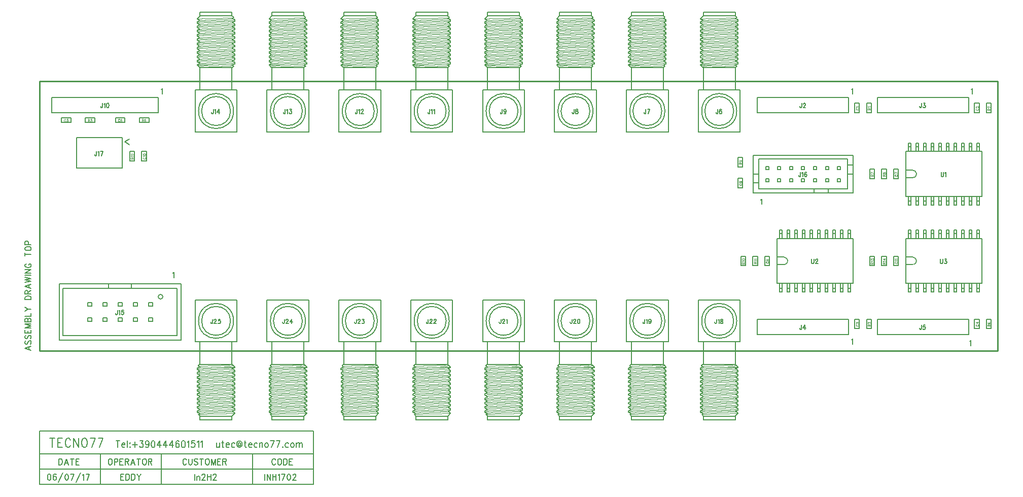
<source format=gbr>
%FSLAX35Y35*%
%MOIN*%
%SFA1.000B1.000*%

G04 Copyright (c) 2015-2018 in2H2 inc.
G04 System developed for in2H2 inc. by Intermotion Technology, Inc.
G04 
G04 Full system RTL, C sources and board design files available at https://github.com/nearist
G04 
G04 in2H2 inc. Team Members:
G04 - Chris McCormick - Algorithm Research and Design
G04 - Matt McCormick - Board Production, System Q/A
G04 
G04 Intermotion Technology Inc. Team Members:
G04 - Mick Fandrich - Project Lead
G04 - Dr. Ludovico Minati - Board Architecture and Design, FPGA Technology Advisor
G04 - Vardan Movsisyan - RTL Team Lead
G04 - Khachatur Gyozalyan - RTL Design
G04 - Tigran Papazyan - RTL Design
G04 - Taron Harutyunyan - RTL Design
G04 - Hayk Ghaltaghchyan - System Software
G04 
G04 Tecno77 S.r.l. Team Members:
G04 - Stefano Aldrigo, Board Layout Design
G04 
G04 We dedicate this project to the memory of Bruce McCormick, an AI pioneer
G04 and advocate, a good friend and father.
G04 
G04 These materials are provided free of charge: you can redistribute them and/or modify  
G04 them under the terms of the GNU General Public License as published by  
G04 the Free Software Foundation, version 3.
G04 
G04 These materials are distributed in the hope that they will be useful, but 
G04 WITHOUT ANY WARRANTY; without even the implied warranty of 
G04 MERCHANTABILITY or FITNESS FOR A PARTICULAR PURPOSE. See the GNU 
G04 General Public License for more details.
G04 In particular, this design should be treated as UNVERIFIED and UNCERTIFIED
G04 
G04 You should have received a copy of the GNU General Public License 
G04 along with this design. If not, see <http://www.gnu.org/licenses/>.

%FSLAX35Y35*%
%MOIN*%
%SFA1.000B1.000*%

%MIA0B0*%
%IPPOS*%
%ADD11C,0.00800*%
%ADD21C,0.00984*%
%ADD25C,0.00700*%
%ADD34C,0.00600*%
%ADD37C,0.00400*%
%ADD39C,0.00300*%
%ADD43C,0.00500*%
%LNassemblytop.gbr*%
%LPD*%
G54D11*X178307Y266417D02*G01Y256417D01*X108307*Y266417*X178307*X193150Y107091D02*G01Y144091D01*X113150*Y107091*X193150*X190650Y110091D02*G01X115650D01*Y141091*X190650*Y110091*X160650Y141091D02*G01Y144091D01*X145650D02*G01Y141091D01*X181150Y135591D02*G75*G03X181150Y135591I-1500D01*X174400Y129341D02*G01Y131841D01*X171900*Y129341*X174400*Y119341D02*G01Y121841D01*X171900*Y119341*X174400*X164400Y129341D02*G01Y131841D01*X161900*Y129341*X164400*Y119341D02*G01Y121841D01*X161900*Y119341*X164400*X154400Y129341D02*G01Y131841D01*X151900*Y129341*X154400*Y119341D02*G01Y121841D01*X151900*Y119341*X154400*X144400Y129341D02*G01Y131841D01*X141900*Y129341*X144400*Y119341D02*G01Y121841D01*X141900*Y119341*X144400*X134400Y129341D02*G01Y131841D01*X131900*Y129341*X134400*Y119341D02*G01Y121841D01*X131900*Y119341*X134400*X124370Y239921D02*G01Y219921D01*X154370*Y239921*X124370*X631969Y266417D02*G01Y256417D01*X571969*Y266417*X631969*X710709D02*G01Y256417D01*X650709*Y266417*X710709*X631969Y120748D02*G01Y110748D01*X571969*Y120748*X631969*X710709D02*G01Y110748D01*X650709*Y120748*X710709*X671138Y201378D02*G01Y195866D01*X672838*Y201378*X671138*X719488D02*G01X669488D01*Y230906*X719488*Y201378*X671201Y198228D02*G01X672776D01*X671138Y230906D02*G01Y236417D01*X672838*Y230906*X671138*X671201Y234055D02*G01X672776D01*X676138Y230906D02*G01Y236417D01*X677838*Y230906*X676138*X676201Y234055D02*G01X677776D01*X676138Y201378D02*G01Y195866D01*X677838*Y201378*X676138*X676201Y198228D02*G01X677776D01*X681138Y230906D02*G01Y236417D01*X682838*Y230906*X681138*X681201Y234055D02*G01X682776D01*X681138Y201378D02*G01Y195866D01*X682838*Y201378*X681138*X681201Y198228D02*G01X682776D01*X686138Y230906D02*G01Y236417D01*X687838*Y230906*X686138*X686201Y234055D02*G01X687776D01*X686138Y201378D02*G01Y195866D01*X687838*Y201378*X686138*X686201Y198228D02*G01X687776D01*X691138Y230906D02*G01Y236417D01*X692838*Y230906*X691138*X691201Y234055D02*G01X692776D01*X691138Y201378D02*G01Y195866D01*X692838*Y201378*X691138*X691201Y198228D02*G01X692776D01*X696138Y230906D02*G01Y236417D01*X697838*Y230906*X696138*X696201Y234055D02*G01X697776D01*X696138Y201378D02*G01Y195866D01*X697838*Y201378*X696138*X696201Y198228D02*G01X697776D01*X701138Y230906D02*G01Y236417D01*X702838*Y230906*X701138*X701201Y234055D02*G01X702776D01*X701138Y201378D02*G01Y195866D01*X702838*Y201378*X701138*X701201Y198228D02*G01X702776D01*X706138Y230906D02*G01Y236417D01*X707838*Y230906*X706138*X706201Y234055D02*G01X707776D01*X706138Y201378D02*G01Y195866D01*X707838*Y201378*X706138*X706201Y198228D02*G01X707776D01*X711138Y230906D02*G01Y236417D01*X712838*Y230906*X711138*X711201Y234055D02*G01X712776D01*X711138Y201378D02*G01Y195866D01*X712838*Y201378*X711138*X711201Y198228D02*G01X712776D01*X669488Y213642D02*G01X673988D01*Y213642D02*G03X673988Y218642J2500D01*Y218642D02*G01X669488D01*X716138Y230906D02*G01Y236417D01*X717838*Y230906*X716138*X716201Y234055D02*G01X717776D01*X716138Y201378D02*G01Y195866D01*X717838*Y201378*X716138*X716201Y198228D02*G01X717776D01*X586493Y144291D02*G01Y138780D01*X588193*Y144291*X586493*X634843D02*G01X584843D01*Y173819*X634843*Y144291*X586555Y141142D02*G01X588130D01*X586493Y173819D02*G01Y179331D01*X588193*Y173819*X586493*X586555Y176969D02*G01X588130D01*X591493Y173819D02*G01Y179331D01*X593193*Y173819*X591493*X591555Y176969D02*G01X593130D01*X591493Y144291D02*G01Y138780D01*X593193*Y144291*X591493*X591555Y141142D02*G01X593130D01*X596493Y173819D02*G01Y179331D01*X598193*Y173819*X596493*X596555Y176969D02*G01X598130D01*X596493Y144291D02*G01Y138780D01*X598193*Y144291*X596493*X596555Y141142D02*G01X598130D01*X601493Y173819D02*G01Y179331D01*X603193*Y173819*X601493*X601555Y176969D02*G01X603130D01*X601493Y144291D02*G01Y138780D01*X603193*Y144291*X601493*X601555Y141142D02*G01X603130D01*X606493Y173819D02*G01Y179331D01*X608193*Y173819*X606493*X606555Y176969D02*G01X608130D01*X606493Y144291D02*G01Y138780D01*X608193*Y144291*X606493*X606555Y141142D02*G01X608130D01*X611493Y173819D02*G01Y179331D01*X613193*Y173819*X611493*X611555Y176969D02*G01X613130D01*X611493Y144291D02*G01Y138780D01*X613193*Y144291*X611493*X611555Y141142D02*G01X613130D01*X616493Y173819D02*G01Y179331D01*X618193*Y173819*X616493*X616555Y176969D02*G01X618130D01*X616493Y144291D02*G01Y138780D01*X618193*Y144291*X616493*X616555Y141142D02*G01X618130D01*X621493Y173819D02*G01Y179331D01*X623193*Y173819*X621493*X621555Y176969D02*G01X623130D01*X621493Y144291D02*G01Y138780D01*X623193*Y144291*X621493*X621555Y141142D02*G01X623130D01*X626493Y173819D02*G01Y179331D01*X628193*Y173819*X626493*X626555Y176969D02*G01X628130D01*X626493Y144291D02*G01Y138780D01*X628193*Y144291*X626493*X626555Y141142D02*G01X628130D01*X584843Y156555D02*G01X589343D01*Y156555D02*G03X589343Y161555J2500D01*Y161555D02*G01X584843D01*X631493Y173819D02*G01Y179331D01*X633193*Y173819*X631493*X631555Y176969D02*G01X633130D01*X631493Y144291D02*G01Y138780D01*X633193*Y144291*X631493*X631555Y141142D02*G01X633130D01*X671138Y144291D02*G01Y138780D01*X672838*Y144291*X671138*X719488D02*G01X669488D01*Y173819*X719488*Y144291*X671201Y141142D02*G01X672776D01*X671138Y173819D02*G01Y179331D01*X672838*Y173819*X671138*X671201Y176969D02*G01X672776D01*X676138Y173819D02*G01Y179331D01*X677838*Y173819*X676138*X676201Y176969D02*G01X677776D01*X676138Y144291D02*G01Y138780D01*X677838*Y144291*X676138*X676201Y141142D02*G01X677776D01*X681138Y173819D02*G01Y179331D01*X682838*Y173819*X681138*X681201Y176969D02*G01X682776D01*X681138Y144291D02*G01Y138780D01*X682838*Y144291*X681138*X681201Y141142D02*G01X682776D01*X686138Y173819D02*G01Y179331D01*X687838*Y173819*X686138*X686201Y176969D02*G01X687776D01*X686138Y144291D02*G01Y138780D01*X687838*Y144291*X686138*X686201Y141142D02*G01X687776D01*X691138Y173819D02*G01Y179331D01*X692838*Y173819*X691138*X691201Y176969D02*G01X692776D01*X691138Y144291D02*G01Y138780D01*X692838*Y144291*X691138*X691201Y141142D02*G01X692776D01*X696138Y173819D02*G01Y179331D01*X697838*Y173819*X696138*X696201Y176969D02*G01X697776D01*X696138Y144291D02*G01Y138780D01*X697838*Y144291*X696138*X696201Y141142D02*G01X697776D01*X701138Y173819D02*G01Y179331D01*X702838*Y173819*X701138*X701201Y176969D02*G01X702776D01*X701138Y144291D02*G01Y138780D01*X702838*Y144291*X701138*X701201Y141142D02*G01X702776D01*X706138Y173819D02*G01Y179331D01*X707838*Y173819*X706138*X706201Y176969D02*G01X707776D01*X706138Y144291D02*G01Y138780D01*X707838*Y144291*X706138*X706201Y141142D02*G01X707776D01*X711138Y173819D02*G01Y179331D01*X712838*Y173819*X711138*X711201Y176969D02*G01X712776D01*X711138Y144291D02*G01Y138780D01*X712838*Y144291*X711138*X711201Y141142D02*G01X712776D01*X669488Y156555D02*G01X673988D01*Y156555D02*G03X673988Y161555J2500D01*Y161555D02*G01X669488D01*X716138Y173819D02*G01Y179331D01*X717838*Y173819*X716138*X716201Y176969D02*G01X717776D01*X716138Y144291D02*G01Y138780D01*X717838*Y144291*X716138*X716201Y141142D02*G01X717776D01*X159035Y238947D02*G01X156307Y237272D01*X159035Y235387*X140000Y32224D02*G01Y12224D01*X180000Y32224D02*G01Y12224D01*X240000Y32224D02*G01Y12224D01*X100000Y47224D02*G01X280000D01*Y12224*X100000*Y47224*Y32224D02*G01X280000D01*X100000Y22224D02*G01X280000D01*X108491Y42662D02*G01Y36624D01*X106900Y42662D02*G01X110082D01*X112127D02*G01Y36624D01*Y42662D02*G01X115082D01*X112127Y39787D02*G01X113945D01*X112127Y36624D02*G01X115082D01*X120536Y41224D02*G01X120309Y41799D01*X119855Y42374*X119400Y42662*X118491*X118036Y42374*X117582Y41799*X117355Y41224*X117127Y40362*Y38924*X117355Y38062*X117582Y37487*X118036Y36912*X118491Y36624*X119400*X119855Y36912*X120309Y37487*X120536Y38062*X122582Y42662D02*G01Y36624D01*Y42662D02*G01X125764Y36624D01*Y42662D02*G01Y36624D01*X129173Y42662D02*G01X128718Y42374D01*X128264Y41799*X128036Y41224*X127809Y40362*Y38924*X128036Y38062*X128264Y37487*X128718Y36912*X129173Y36624*X130082*X130536Y36912*X130991Y37487*X131218Y38062*X131445Y38924*Y40362*X131218Y41224*X130991Y41799*X130536Y42374*X130082Y42662*X129173*X136673D02*G01X134400Y36624D01*X133491Y42662D02*G01X136673D01*X141900D02*G01X139627Y36624D01*X138718Y42662D02*G01X141900D01*G54D21*X100003Y277165D02*G01X729924D01*Y100000*X100003*Y277165*G54D25*X151543Y41037D02*G01Y36574D01*X150350Y41037D02*G01X152736D01*X154270Y38274D02*G01X156316D01*Y38699*X156145Y39124*X155975Y39337*X155634Y39549*X155123*X154782Y39337*X154441Y38912*X154270Y38274*Y37849*X154441Y37212*X154782Y36787*X155123Y36574*X155634*X155975Y36787*X156316Y37212*X157850Y41037D02*G01Y36574D01*X159555Y39549D02*G01X159384Y39337D01*X159555Y39124*X159725Y39337*X159555Y39549*Y36999D02*G01X159384Y36787D01*X159555Y36574*X159725Y36787*X159555Y36999*X162793Y40399D02*G01Y36574D01*X161259Y38487D02*G01X164327D01*X166202Y41037D02*G01X168077D01*X167055Y39337*X167566*X167907Y39124*X168077Y38912*X168248Y38274*Y37849*X168077Y37212*X167736Y36787*X167225Y36574*X166714*X166202Y36787*X166032Y36999*X165861Y37424*X171998Y39549D02*G01X171827Y38912D01*X171486Y38487*X170975Y38274*X170805*X170293Y38487*X169952Y38912*X169782Y39549*Y39762*X169952Y40399*X170293Y40824*X170805Y41037*X170975*X171486Y40824*X171827Y40399*X171998Y39549*Y38487*X171827Y37424*X171486Y36787*X170975Y36574*X170634*X170123Y36787*X169952Y37212*X174555Y41037D02*G01X174043Y40824D01*X173702Y40187*X173532Y39124*Y38487*X173702Y37424*X174043Y36787*X174555Y36574*X174895*X175407Y36787*X175748Y37424*X175918Y38487*Y39124*X175748Y40187*X175407Y40824*X174895Y41037*X174555*X179157D02*G01X177452Y38062D01*X180009*X179157Y41037D02*G01Y36574D01*X183248Y41037D02*G01X181543Y38062D01*X184100*X183248Y41037D02*G01Y36574D01*X187339Y41037D02*G01X185634Y38062D01*X188191*X187339Y41037D02*G01Y36574D01*X191770Y40399D02*G01X191600Y40824D01*X191089Y41037*X190748*X190236Y40824*X189895Y40187*X189725Y39124*Y38062*X189895Y37212*X190236Y36787*X190748Y36574*X190918*X191430Y36787*X191770Y37212*X191941Y37849*Y38062*X191770Y38699*X191430Y39124*X190918Y39337*X190748*X190236Y39124*X189895Y38699*X189725Y38062*X194498Y41037D02*G01X193986Y40824D01*X193645Y40187*X193475Y39124*Y38487*X193645Y37424*X193986Y36787*X194498Y36574*X194839*X195350Y36787*X195691Y37424*X195861Y38487*Y39124*X195691Y40187*X195350Y40824*X194839Y41037*X194498*X197395Y40187D02*G01X197736Y40399D01*X198248Y41037*Y36574*X201998Y41037D02*G01X200293D01*X200123Y39124*X200293Y39337*X200805Y39549*X201316*X201827Y39337*X202168Y38912*X202339Y38274*X202168Y37849*X201998Y37212*X201657Y36787*X201145Y36574*X200634*X200123Y36787*X199952Y36999*X199782Y37424*X203873Y40187D02*G01X204214Y40399D01*X204725Y41037*Y36574*X206259Y40187D02*G01X206600Y40399D01*X207111Y41037*Y36574*X216486Y39549D02*G01Y37424D01*X216657Y36787*X216998Y36574*X217509*X217850Y36787*X218361Y37424*Y39549D02*G01Y36574D01*X220407Y41037D02*G01Y37424D01*X220577Y36787*X220918Y36574*X221259*X219895Y39549D02*G01X221089D01*X222793Y38274D02*G01X224839D01*Y38699*X224668Y39124*X224498Y39337*X224157Y39549*X223645*X223305Y39337*X222964Y38912*X222793Y38274*Y37849*X222964Y37212*X223305Y36787*X223645Y36574*X224157*X224498Y36787*X224839Y37212*X228418Y38912D02*G01X228077Y39337D01*X227736Y39549*X227225*X226884Y39337*X226543Y38912*X226373Y38274*Y37849*X226543Y37212*X226884Y36787*X227225Y36574*X227736*X228077Y36787*X228418Y37212*X232168Y36787D02*G01X231486D01*X230634Y36999*X230293Y37424*X229952Y38274*Y39337*X230293Y40399*X230634Y40824*X232168*X232680Y40399*X233020Y39762*X233191Y38699*X233020Y37849*X232850Y37637*X232168Y37424D02*G01X231998Y37637D01*Y39762*Y39337D02*G01X231657Y39549D01*X231316*X230975Y39337*X230805Y38912*Y38487*X230975Y38062*X231316Y37849*X231657*X231998Y38062*X232168Y37424D02*G01X232680D01*X232850Y37637*X235236Y41037D02*G01Y37424D01*X235407Y36787*X235748Y36574*X236089*X234725Y39549D02*G01X235918D01*X237623Y38274D02*G01X239668D01*Y38699*X239498Y39124*X239327Y39337*X238986Y39549*X238475*X238134Y39337*X237793Y38912*X237623Y38274*Y37849*X237793Y37212*X238134Y36787*X238475Y36574*X238986*X239327Y36787*X239668Y37212*X243248Y38912D02*G01X242907Y39337D01*X242566Y39549*X242055*X241714Y39337*X241373Y38912*X241202Y38274*Y37849*X241373Y37212*X241714Y36787*X242055Y36574*X242566*X242907Y36787*X243248Y37212*X244782Y39549D02*G01Y36574D01*Y38699D02*G01X245293Y39337D01*X245634Y39549*X246145*X246486Y39337*X246657Y38699*Y36574*X249043Y39549D02*G01X248702Y39337D01*X248361Y38912*X248191Y38274*Y37849*X248361Y37212*X248702Y36787*X249043Y36574*X249555*X249895Y36787*X250236Y37212*X250407Y37849*Y38274*X250236Y38912*X249895Y39337*X249555Y39549*X249043*X254327Y41037D02*G01X252623Y36574D01*X251941Y41037D02*G01X254327D01*X258248D02*G01X256543Y36574D01*X255861Y41037D02*G01X258248D01*X259952Y36999D02*G01X259782Y36787D01*X259952Y36574*X260123Y36787*X259952Y36999*X263702Y38912D02*G01X263361Y39337D01*X263020Y39549*X262509*X262168Y39337*X261827Y38912*X261657Y38274*Y37849*X261827Y37212*X262168Y36787*X262509Y36574*X263020*X263361Y36787*X263702Y37212*X266089Y39549D02*G01X265748Y39337D01*X265407Y38912*X265236Y38274*Y37849*X265407Y37212*X265748Y36787*X266089Y36574*X266600*X266941Y36787*X267282Y37212*X267452Y37849*Y38274*X267282Y38912*X266941Y39337*X266600Y39549*X266089*X268986D02*G01Y36574D01*Y38699D02*G01X269498Y39337D01*X269839Y39549*X270350*X270691Y39337*X270861Y38699*Y36574*Y38699D02*G01X271373Y39337D01*X271714Y39549*X272225*X272566Y39337*X272736Y38699*Y36574*X153452Y19209D02*G01Y15074D01*Y19209D02*G01X155520D01*X153452Y17240D02*G01X154725D01*X153452Y15074D02*G01X155520D01*X156952Y19209D02*G01Y15074D01*Y19209D02*G01X158066D01*X158543Y19012*X158861Y18618*X159020Y18224*X159180Y17634*Y16649*X159020Y16059*X158861Y15665*X158543Y15271*X158066Y15074*X156952*X160611Y19209D02*G01Y15074D01*Y19209D02*G01X161725D01*X162202Y19012*X162520Y18618*X162680Y18224*X162839Y17634*Y16649*X162680Y16059*X162520Y15665*X162202Y15271*X161725Y15074*X160611*X164270Y19209D02*G01X165543Y17240D01*Y15074*X166816Y19209D02*G01X165543Y17240D01*X106384Y19209D02*G01X105907Y19012D01*X105589Y18421*X105430Y17437*Y16846*X105589Y15862*X105907Y15271*X106384Y15074*X106702*X107180Y15271*X107498Y15862*X107657Y16846*Y17437*X107498Y18421*X107180Y19012*X106702Y19209*X106384*X110998Y18618D02*G01X110839Y19012D01*X110361Y19209*X110043*X109566Y19012*X109248Y18421*X109089Y17437*Y16453*X109248Y15665*X109566Y15271*X110043Y15074*X110202*X110680Y15271*X110998Y15665*X111157Y16256*Y16453*X110998Y17043*X110680Y17437*X110202Y17634*X110043*X109566Y17437*X109248Y17043*X109089Y16453*X115452Y19996D02*G01X112589Y13696D01*X117839Y19209D02*G01X117361Y19012D01*X117043Y18421*X116884Y17437*Y16846*X117043Y15862*X117361Y15271*X117839Y15074*X118157*X118634Y15271*X118952Y15862*X119111Y16846*Y17437*X118952Y18421*X118634Y19012*X118157Y19209*X117839*X122770D02*G01X121180Y15074D01*X120543Y19209D02*G01X122770D01*X127066Y19996D02*G01X124202Y13696D01*X128498Y18421D02*G01X128816Y18618D01*X129293Y19209*Y15074*X132952Y19209D02*G01X131361Y15074D01*X130725Y19209D02*G01X132952D01*X248248D02*G01Y15074D01*X249680Y19209D02*G01Y15074D01*Y19209D02*G01X251907Y15074D01*Y19209D02*G01Y15074D01*X253339Y19209D02*G01Y15074D01*X255566Y19209D02*G01Y15074D01*X253339Y17240D02*G01X255566D01*X256998Y18421D02*G01X257316Y18618D01*X257793Y19209*Y15074*X261452Y19209D02*G01X259861Y15074D01*X259225Y19209D02*G01X261452D01*X263839D02*G01X263361Y19012D01*X263043Y18421*X262884Y17437*Y16846*X263043Y15862*X263361Y15271*X263839Y15074*X264157*X264634Y15271*X264952Y15862*X265111Y16846*Y17437*X264952Y18421*X264634Y19012*X264157Y19209*X263839*X266702Y18224D02*G01Y18421D01*X266861Y18815*X267020Y19012*X267339Y19209*X267975*X268293Y19012*X268452Y18815*X268611Y18421*Y18028*X268452Y17634*X268134Y17043*X266543Y15074*X268770*X112850Y29209D02*G01Y25074D01*Y29209D02*G01X113964D01*X114441Y29012*X114759Y28618*X114918Y28224*X115077Y27634*Y26649*X114918Y26059*X114759Y25665*X114441Y25271*X113964Y25074*X112850*X117782Y29209D02*G01X116509Y25074D01*X117782Y29209D02*G01X119055Y25074D01*X116986Y26453D02*G01X118577D01*X121600Y29209D02*G01Y25074D01*X120486Y29209D02*G01X122714D01*X124145D02*G01Y25074D01*Y29209D02*G01X126214D01*X124145Y27240D02*G01X125418D01*X124145Y25074D02*G01X126214D01*X146305Y29209D02*G01X145986Y29012D01*X145668Y28618*X145509Y28224*X145350Y27634*Y26649*X145509Y26059*X145668Y25665*X145986Y25271*X146305Y25074*X146941*X147259Y25271*X147577Y25665*X147736Y26059*X147895Y26649*Y27634*X147736Y28224*X147577Y28618*X147259Y29012*X146941Y29209*X146305*X149327D02*G01Y25074D01*Y29209D02*G01X150759D01*X151236Y29012*X151395Y28815*X151555Y28421*Y27831*X151395Y27437*X151236Y27240*X150759Y27043*X149327*X152986Y29209D02*G01Y25074D01*Y29209D02*G01X155055D01*X152986Y27240D02*G01X154259D01*X152986Y25074D02*G01X155055D01*X156486Y29209D02*G01Y25074D01*Y29209D02*G01X157918D01*X158395Y29012*X158555Y28815*X158714Y28421*Y28028*X158555Y27634*X158395Y27437*X157918Y27240*X156486*X157600D02*G01X158714Y25074D01*X161418Y29209D02*G01X160145Y25074D01*X161418Y29209D02*G01X162691Y25074D01*X160623Y26453D02*G01X162214D01*X165236Y29209D02*G01Y25074D01*X164123Y29209D02*G01X166350D01*X168736D02*G01X168418Y29012D01*X168100Y28618*X167941Y28224*X167782Y27634*Y26649*X167941Y26059*X168100Y25665*X168418Y25271*X168736Y25074*X169373*X169691Y25271*X170009Y25665*X170168Y26059*X170327Y26649*Y27634*X170168Y28224*X170009Y28618*X169691Y29012*X169373Y29209*X168736*X171759D02*G01Y25074D01*Y29209D02*G01X173191D01*X173668Y29012*X173827Y28815*X173986Y28421*Y28028*X173827Y27634*X173668Y27437*X173191Y27240*X171759*X172873D02*G01X173986Y25074D01*X196736Y28224D02*G01X196577Y28618D01*X196259Y29012*X195941Y29209*X195305*X194986Y29012*X194668Y28618*X194509Y28224*X194350Y27634*Y26649*X194509Y26059*X194668Y25665*X194986Y25271*X195305Y25074*X195941*X196259Y25271*X196577Y25665*X196736Y26059*X198168Y29209D02*G01Y26256D01*X198327Y25665*X198645Y25271*X199123Y25074*X199441*X199918Y25271*X200236Y25665*X200395Y26256*Y29209*X204055Y28618D02*G01X203736Y29012D01*X203259Y29209*X202623*X202145Y29012*X201827Y28618*Y28224*X201986Y27831*X202145Y27634*X202464Y27437*X203418Y27043*X203736Y26846*X203895Y26649*X204055Y26256*Y25665*X203736Y25271*X203259Y25074*X202623*X202145Y25271*X201827Y25665*X206600Y29209D02*G01Y25074D01*X205486Y29209D02*G01X207714D01*X210100D02*G01X209782Y29012D01*X209464Y28618*X209305Y28224*X209145Y27634*Y26649*X209305Y26059*X209464Y25665*X209782Y25271*X210100Y25074*X210736*X211055Y25271*X211373Y25665*X211532Y26059*X211691Y26649*Y27634*X211532Y28224*X211373Y28618*X211055Y29012*X210736Y29209*X210100*X213123D02*G01Y25074D01*Y29209D02*G01X214395Y25074D01*X215668Y29209D02*G01X214395Y25074D01*X215668Y29209D02*G01Y25074D01*X217100Y29209D02*G01Y25074D01*Y29209D02*G01X219168D01*X217100Y27240D02*G01X218373D01*X217100Y25074D02*G01X219168D01*X220600Y29209D02*G01Y25074D01*Y29209D02*G01X222032D01*X222509Y29012*X222668Y28815*X222827Y28421*Y28028*X222668Y27634*X222509Y27437*X222032Y27240*X220600*X221714D02*G01X222827Y25074D01*X255236Y28224D02*G01X255077Y28618D01*X254759Y29012*X254441Y29209*X253805*X253486Y29012*X253168Y28618*X253009Y28224*X252850Y27634*Y26649*X253009Y26059*X253168Y25665*X253486Y25271*X253805Y25074*X254441*X254759Y25271*X255077Y25665*X255236Y26059*X257623Y29209D02*G01X257305Y29012D01*X256986Y28618*X256827Y28224*X256668Y27634*Y26649*X256827Y26059*X256986Y25665*X257305Y25271*X257623Y25074*X258259*X258577Y25271*X258895Y25665*X259055Y26059*X259214Y26649*Y27634*X259055Y28224*X258895Y28618*X258577Y29012*X258259Y29209*X257623*X260645D02*G01Y25074D01*Y29209D02*G01X261759D01*X262236Y29012*X262555Y28618*X262714Y28224*X262873Y27634*Y26649*X262714Y26059*X262555Y25665*X262236Y25271*X261759Y25074*X260645*X264305Y29209D02*G01Y25074D01*Y29209D02*G01X266373D01*X264305Y27240D02*G01X265577D01*X264305Y25074D02*G01X266373D01*X202191Y19209D02*G01Y15074D01*X203623Y17831D02*G01Y15074D01*Y17043D02*G01X204100Y17634D01*X204418Y17831*X204895*X205214Y17634*X205373Y17043*Y15074*X206964Y18224D02*G01Y18421D01*X207123Y18815*X207282Y19012*X207600Y19209*X208236*X208555Y19012*X208714Y18815*X208873Y18421*Y18028*X208714Y17634*X208395Y17043*X206805Y15074*X209032*X210464Y19209D02*G01Y15074D01*X212691Y19209D02*G01Y15074D01*X210464Y17240D02*G01X212691D01*X214282Y18224D02*G01Y18421D01*X214441Y18815*X214600Y19012*X214918Y19209*X215555*X215873Y19012*X216032Y18815*X216191Y18421*Y18028*X216032Y17634*X215714Y17043*X214123Y15074*X216350*X90516Y101623D02*G01X94650Y100350D01*X90516Y101623D02*G01X94650Y102895D01*X93272Y100827D02*G01Y102418D01*X91106Y106555D02*G01X90712Y106236D01*Y106236D02*G01X90516Y105759D01*Y105123*X90712Y104645*Y104645D02*G01X91106Y104327D01*X91500*X91894Y104486*X92091Y104645*X92287Y104964*Y104964D02*G01X92681Y105918D01*X92878Y106236*X93075Y106395*X93469Y106555*X94059*X94453Y106236*X94650Y105759*Y105123*X94453Y104645*X94059Y104327*X91106Y110214D02*G01X90712Y109895D01*Y109895D02*G01X90516Y109418D01*Y108782*X90712Y108305*Y108305D02*G01X91106Y107986D01*X91500*X91894Y108145*X92091Y108305*X92287Y108623*Y108623D02*G01X92681Y109577D01*X92878Y109895*X93075Y110055*X93469Y110214*X94059*X94453Y109895*X94650Y109418*Y108782*X94453Y108305*X94059Y107986*X90516Y111645D02*G01X94650D01*X90516D02*G01Y113714D01*X92484Y111645D02*G01Y112918D01*X94650Y111645D02*G01Y113714D01*X90516Y115145D02*G01X94650D01*X90516D02*G01X94650Y116418D01*X90516Y117691D02*G01X94650Y116418D01*X90516Y117691D02*G01X94650D01*X90516Y119123D02*G01X94650D01*X90516D02*G01Y120555D01*X90712Y121032*Y121032D02*G01X90909Y121191D01*X91303Y121350*X91697*X92091Y121191*X92287Y121032*Y121032D02*G01X92484Y120555D01*Y119123D02*G01Y120555D01*X92681Y121032*X92878Y121191*X93272Y121350*X93862*Y121350D02*G01X94256Y121191D01*X94453Y121032*X94650Y120555*Y119123*X90516Y122782D02*G01X94650D01*Y124691*X90516Y126123D02*G01X92484Y127395D01*X94650*X90516Y128668D02*G01X92484Y127395D01*X90516Y133759D02*G01X94650D01*X90516D02*G01Y134873D01*X90712Y135350*Y135350D02*G01X91106Y135668D01*X91500Y135827*X92091Y135986*X93075*X93666Y135827*X94059Y135668*X94453Y135350*X94650Y134873*Y133759*X90516Y137418D02*G01X94650D01*X90516D02*G01Y138850D01*X90712Y139327*Y139327D02*G01X90909Y139486D01*X91303Y139645*X91697*X92091Y139486*X92287Y139327*Y139327D02*G01X92484Y138850D01*Y137418*Y138532D02*G01X94650Y139645D01*X90516Y142350D02*G01X94650Y141077D01*X90516Y142350D02*G01X94650Y143623D01*X93272Y141555D02*G01Y143145D01*X90516Y145055D02*G01X94650Y145850D01*X90516Y146645D02*G01X94650Y145850D01*X90516Y146645D02*G01X94650Y147441D01*X90516Y148236D02*G01X94650Y147441D01*X90516Y149668D02*G01X94650D01*X90516Y151100D02*G01X94650D01*X90516D02*G01X94650Y153327D01*X90516D02*G01X94650D01*X91500Y157145D02*G01X91106Y156986D01*X90712Y156668*Y156668D02*G01X90516Y156350D01*Y155714*X90712Y155395*Y155395D02*G01X91106Y155077D01*X91500Y154918*X92091Y154759*X93075*X93666Y154918*X94059Y155077*X94453Y155395*X94650Y155714*Y156350*X94453Y156668*X94059Y156986*X93666Y157145*X93075*Y156350D02*G01Y157145D01*X90516Y163350D02*G01X94650D01*X90516Y162236D02*G01Y164464D01*Y166850D02*G01X90712Y166532D01*Y166532D02*G01X91106Y166214D01*X91500Y166055*X92091Y165895*X93075*X93666Y166055*X94059Y166214*X94453Y166532*X94650Y166850*Y167486*X94453Y167805*X94059Y168123*X93666Y168282*X93075Y168441*X92091*X91500Y168282*X91106Y168123*X90712Y167805*Y167805D02*G01X90516Y167486D01*Y166850*Y169873D02*G01X94650D01*X90516D02*G01Y171305D01*X90712Y171782*Y171782D02*G01X90909Y171941D01*X91303Y172100*X91894*X92287Y171941*Y171941D02*G01X92484Y171782D01*X92681Y171305*Y169873*G54D34*X638976Y262598D02*G01Y256299D01*X635827*Y262598*X638976*X167323Y224803D02*G01Y231102D01*X170472*Y224803*X167323*X664567Y162205D02*G01Y155906D01*X661417*Y162205*X664567*X717717Y262598D02*G01Y256299D01*X714567*Y262598*X717717*X635827Y114567D02*G01Y120866D01*X638976*Y114567*X635827*X714567D02*G01Y120866D01*X717717*Y114567*X714567*X120866Y250000D02*G01X114567D01*Y253150*X120866*Y250000*X156299D02*G01X150000D01*Y253150*X156299*Y250000*X664567Y219291D02*G01Y212992D01*X661417*Y219291*X664567*X579921Y162205D02*G01Y155906D01*X576772*Y162205*X579921*X562205Y213386D02*G01Y207087D01*X559055*Y213386*X562205*X569193Y228544D02*G01X634745D01*Y203740*X569193*Y228544*X572737Y225985D02*G01X631201D01*Y206299*X572737*Y225985*X609056Y206299D02*G01Y203740D01*X618504D02*G01Y206299D01*X631201Y216142D02*G01X634745D01*X631201Y222048D02*G01X634745D01*X572737Y216142D02*G01X569193D01*X572737Y210236D02*G01X569193D01*X577347Y213205D02*G01X579347D01*Y211205*X577347*Y213205*Y221079D02*G01X579347D01*Y219079*X577347*Y221079*X585221Y213205D02*G01X587221D01*Y211205*X585221*Y213205*Y221079D02*G01X587221D01*Y219079*X585221*Y221079*X593095Y213205D02*G01X595095D01*Y211205*X593095*Y213205*Y221079D02*G01X595095D01*Y219079*X593095*Y221079*X600969Y213205D02*G01X602969D01*Y211205*X600969*Y213205*Y221079D02*G01X602969D01*Y219079*X600969*Y221079*X608843Y213205D02*G01X610843D01*Y211205*X608843*Y213205*Y221079D02*G01X610843D01*Y219079*X608843*Y221079*X616717Y213205D02*G01X618717D01*Y211205*X616717*Y213205*X624591Y221079D02*G01X626591D01*Y219079*X624591*Y221079*Y213205D02*G01X626591D01*Y211205*X624591*Y213205*X616717Y221079D02*G01X618717D01*Y219079*X616717*Y221079*X643701Y256299D02*G01Y262598D01*X646850*Y256299*X643701*X561024Y155906D02*G01Y162205D01*X564173*Y155906*X561024*X572047Y162205D02*G01Y155906D01*X568898*Y162205*X572047*X162598Y231102D02*G01Y224803D01*X159449*Y231102*X162598*X645669Y155906D02*G01Y162205D01*X648819*Y155906*X645669*X656693Y162205D02*G01Y155906D01*X653543*Y162205*X656693*X722441Y256299D02*G01Y262598D01*X725591*Y256299*X722441*X646850Y120866D02*G01Y114567D01*X643701*Y120866*X646850*X725591D02*G01Y114567D01*X722441*Y120866*X725591*X136614Y250000D02*G01X130315D01*Y253150*X136614*Y250000*X172047D02*G01X165748D01*Y253150*X172047*Y250000*X645669Y212992D02*G01Y219291D01*X648819*Y212992*X645669*X656693Y219291D02*G01Y212992D01*X653543*Y219291*X656693*X562205Y227165D02*G01Y220866D01*X559055*Y227165*X562205*X344094Y271260D02*G01Y243701D01*X371654*Y271260*X344094*X369374Y257480D02*G03X369374Y257480I-11500D01*X367374D02*G03X367374Y257480I-9500D01*X347275Y285980D02*G01X368444D01*X347374Y271260D02*G01Y285980D01*X368374D02*G01Y271260D01*X368655Y318271D02*G01X369012Y318040D01*X369397Y317848*X369753Y317636*X370157Y317395*X370176Y316587D02*G01Y316558D01*X370157*X369753Y316327*X369397Y316105*X368992Y315874*X368627Y315682*X345562Y316009D02*G01Y315990D01*X345533*Y315181D02*G01X345562D01*Y315152*Y316009D02*G01X345966Y316250D01*X346322Y316442*X346726Y316654*X347082Y316895*X369368Y318897D02*G01X369204Y318772D01*X368992Y318656*X368819Y318560*X368627Y318445*X346226Y318108D02*G01X346033D01*X345918Y318088*X345802Y318040*X345706*X345629Y318011*X345610Y317992*X345533*Y317963*X347063Y317058D02*G01X346707Y317270D01*X346322Y317511*X345966Y317703*X345562Y317944*X370157Y317395D02*G01X370176D01*Y317366*Y316587*X368299Y319985D02*G01X369397Y318897D01*X346226Y318108D02*G01X345533D01*X347419Y319985*X345533Y315181D02*G01Y315990D01*X368299Y319985D02*G01X347419D01*X347374Y320005D02*G01Y322480D01*X368374*Y320005*X345578Y287960D02*G01X345983Y288172D01*X346339Y288384*X346743Y288605*X347099Y288817*X347080Y289029D02*G01X346724Y289222D01*X346339Y289433*X345983Y289645*X345578Y289867*X370174Y288480D02*G01X369770Y288269D01*X369414Y288028*X369009Y287816*X368643Y287624*X370193Y288509D02*G01Y288480D01*X370174*Y289337D02*G01X370193D01*Y289289*X368672Y290194D02*G01X369028Y289982D01*X369414Y289790*X369770Y289558*X370174Y289337*X368672Y287412D02*G01X368865Y287316D01*X369077Y287200*X369269Y287075*X369481Y286959*X346791Y286411D02*G01X345549Y287652D01*X370193Y289289D02*G01Y288509D01*X369481Y286930D02*G01X368460Y285939D01*X346791Y286411D02*G01X346820D01*X346859Y286391*Y286343*X346907*X347080Y286247D02*G01X347051Y286266D01*X346984*X346936Y286314*X346907Y286343*X345562Y313227D02*G01X345533D01*Y313208*Y306845D02*G01X345562D01*Y306825*X345533Y309636D02*G01Y309607D01*X345562*X345533Y312418D02*G01Y312390D01*X345562*X347063Y311514D02*G01X346707Y311725D01*X346322Y311937*X345966Y312178*X345562Y312390*Y313227D02*G01X345966Y313468D01*X346322Y313680*X346726Y313920*X347082Y314113*X345562Y310445D02*G01X345966Y310676D01*X346322Y310897*X346726Y311128*X347082Y311321*X345562Y307701D02*G01X345966Y307913D01*X346322Y308106*X346726Y308346*X347082Y308558*X347063Y308731D02*G01X346707Y308963D01*X346322Y309155*X345966Y309396*X345562Y309607*Y307701D02*G01Y307682D01*X345533*X370157Y308231D02*G01X369753Y308009D01*Y308009D02*G01X369397Y307778D01*X368992Y307557*X368627Y307326*X370176Y311013D02*G01X370157D01*Y310994*X347063Y314296D02*G01X346707Y314517D01*X346322Y314729*X345966Y314921*X345562Y315152*X370157Y310994D02*G01X369753Y310753D01*X369397Y310561*X368992Y310349*X368627Y310108*X370157Y314604D02*G01X370176D01*Y314584*X370157Y311870D02*G01Y311822D01*X370176*X368655Y312707D02*G01X369012Y312515D01*X369397Y312274*X369753Y312082*X370157Y311870*X368655Y309944D02*G01X369012Y309723D01*X369397Y309511*X369753Y309299*X370157Y309088*X368655Y315489D02*G01X369012Y315297D01*X369397Y315056*X369753Y314844*X370157Y314604*X370176Y313795D02*G01Y313776D01*X370157*X369753Y313535*X369397Y313323*X368992Y313131*X368627Y312890*X345562Y310445D02*G01X345533D01*Y310416*X370176Y308250D02*G01Y308231D01*X370157*X345533Y306845D02*G01Y307682D01*X370176Y308250D02*G01Y309040D01*Y311822D02*G01Y311013D01*Y314584D02*G01Y313795D01*X345533Y312418D02*G01Y313208D01*Y309636D02*G01Y310416D01*X345552Y304772D02*G01X345523D01*Y304753*Y298390D02*G01X345552D01*Y298370*X345523Y301181D02*G01Y301152D01*X345552*X345523Y303963D02*G01Y303935D01*X345552*X347053Y303059D02*G01X346697Y303270D01*X346312Y303482*X345956Y303723*X345552Y303935*Y304772D02*G01X345956Y305013D01*X346312Y305225*X346716Y305465*X347072Y305658*X345552Y301990D02*G01X345956Y302221D01*X346312Y302442*X346716Y302673*X347072Y302866*X345552Y299246D02*G01X345956Y299458D01*X346312Y299651*X346716Y299891*X347072Y300103*X347053Y300276D02*G01X346697Y300508D01*X346312Y300700*X345956Y300941*X345552Y301152*Y299246D02*G01Y299227D01*X345523*X370147Y299776D02*G01X369743Y299554D01*Y299554D02*G01X369387Y299323D01*X368982Y299102*X368617Y298871*X370166Y302558D02*G01X370147D01*Y302539*X347053Y305841D02*G01X346697Y306062D01*X346312Y306274*X345956Y306466*X345552Y306697*X370147Y302539D02*G01X369743Y302298D01*X369387Y302106*X368982Y301894*X368617Y301653*X370147Y306149D02*G01X370166D01*Y306129*X370147Y303415D02*G01Y303367D01*X370166*X368645Y304252D02*G01X369002Y304060D01*X369387Y303819*X369743Y303627*X370147Y303415*X368645Y301489D02*G01X369002Y301268D01*X369387Y301056*X369743Y300844*X370147Y300633*X368645Y307034D02*G01X369002Y306842D01*X369387Y306601*X369743Y306389*X370147Y306149*X370166Y305340D02*G01Y305321D01*X370147*X369743Y305080*X369387Y304868*X368982Y304676*X368617Y304435*X345552Y301990D02*G01X345523D01*Y301961*X370166Y299795D02*G01Y299776D01*X370147*X345523Y298390D02*G01Y299227D01*X370166Y299795D02*G01Y300585D01*Y303367D02*G01Y302558D01*Y306129D02*G01Y305340D01*X345523Y303963D02*G01Y304753D01*Y301181D02*G01Y301961D01*X345562Y296327D02*G01X345533D01*Y296308*Y289945D02*G01X345562D01*Y289925*X345533Y292736D02*G01Y292707D01*X345562*X345533Y295518D02*G01Y295490D01*X345562*X347063Y294614D02*G01X346707Y294825D01*X346322Y295037*X345966Y295278*X345562Y295490*Y296327D02*G01X345966Y296568D01*X346322Y296780*X346726Y297020*X347082Y297213*X345562Y293545D02*G01X345966Y293776D01*X346322Y293997*X346726Y294228*X347082Y294421*X345562Y290801D02*G01X345966Y291013D01*X346322Y291206*X346726Y291446*X347082Y291658*X347063Y291831D02*G01X346707Y292063D01*X346322Y292255*X345966Y292496*X345562Y292707*Y290801D02*G01Y290782D01*X345533*X370157Y291331D02*G01X369753Y291109D01*Y291109D02*G01X369397Y290878D01*X368992Y290657*X368627Y290426*X370176Y294113D02*G01X370157D01*Y294094*X347063Y297396D02*G01X346707Y297617D01*X346322Y297829*X345966Y298021*X345562Y298252*X370157Y294094D02*G01X369753Y293853D01*X369397Y293661*X368992Y293449*X368627Y293208*X370157Y297704D02*G01X370176D01*Y297684*X370157Y294970D02*G01Y294922D01*X370176*X368655Y295807D02*G01X369012Y295615D01*X369397Y295374*X369753Y295182*X370157Y294970*X368655Y293044D02*G01X369012Y292823D01*X369397Y292611*X369753Y292399*X370157Y292188*X368655Y298589D02*G01X369012Y298397D01*X369397Y298156*X369753Y297944*X370157Y297704*X370176Y296895D02*G01Y296876D01*X370157*X369753Y296635*X369397Y296423*X368992Y296231*X368627Y295990*X345562Y293545D02*G01X345533D01*Y293516*X370176Y291350D02*G01Y291331D01*X370157*X345533Y289945D02*G01Y290782D01*X370176Y291350D02*G01Y292140D01*Y294922D02*G01Y294113D01*Y297684D02*G01Y296895D01*X345533Y295518D02*G01Y296308D01*Y292736D02*G01Y293516D01*X296850Y271260D02*G01Y243701D01*X324409*Y271260*X296850*X322130Y257480D02*G03X322130Y257480I-11500D01*X320130D02*G03X320130Y257480I-9500D01*X300031Y285980D02*G01X321200D01*X300130Y271260D02*G01Y285980D01*X321130D02*G01Y271260D01*X321411Y318271D02*G01X321768Y318040D01*X322153Y317848*X322509Y317636*X322913Y317395*X322932Y316587D02*G01Y316558D01*X322913*X322509Y316327*X322153Y316105*X321748Y315874*X321382Y315682*X298317Y316009D02*G01Y315990D01*X298289*Y315181D02*G01X298317D01*Y315152*Y316009D02*G01X298722Y316250D01*X299078Y316442*X299482Y316654*X299838Y316895*X322124Y318897D02*G01X321960Y318772D01*X321748Y318656*X321575Y318560*X321382Y318445*X298982Y318108D02*G01X298789D01*X298674Y318088*X298558Y318040*X298462*X298385Y318011*X298366Y317992*X298289*Y317963*X299819Y317058D02*G01X299463Y317270D01*X299078Y317511*X298722Y317703*X298317Y317944*X322913Y317395D02*G01X322932D01*Y317366*Y316587*X321055Y319985D02*G01X322153Y318897D01*X298982Y318108D02*G01X298289D01*X300175Y319985*X298289Y315181D02*G01Y315990D01*X321055Y319985D02*G01X300175D01*X300130Y320005D02*G01Y322480D01*X321130*Y320005*X298334Y287960D02*G01X298739Y288172D01*X299095Y288384*X299499Y288605*X299855Y288817*X299836Y289029D02*G01X299480Y289222D01*X299095Y289433*X298739Y289645*X298334Y289867*X322930Y288480D02*G01X322526Y288269D01*X322169Y288028*X321765Y287816*X321399Y287624*X322949Y288509D02*G01Y288480D01*X322930*Y289337D02*G01X322949D01*Y289289*X321428Y290194D02*G01X321784Y289982D01*X322169Y289790*X322526Y289558*X322930Y289337*X321428Y287412D02*G01X321621Y287316D01*X321833Y287200*Y287200D02*G01X322025Y287075D01*X322237Y286959*X299547Y286411D02*G01X298305Y287652D01*X322949Y289289D02*G01Y288509D01*X322237Y286930D02*G01X321216Y285939D01*X299547Y286411D02*G01X299576D01*X299615Y286391*Y286343*X299663*X299836Y286247D02*G01X299807Y286266D01*X299740*X299692Y286314*X299663Y286343*X298317Y313227D02*G01X298289D01*Y313208*Y306845D02*G01X298317D01*Y306825*X298289Y309636D02*G01Y309607D01*X298317*X298289Y312418D02*G01Y312390D01*X298317*X299819Y311514D02*G01X299463Y311725D01*X299078Y311937*X298722Y312178*X298317Y312390*Y313227D02*G01X298722Y313468D01*X299078Y313680*X299482Y313920*X299838Y314113*X298317Y310445D02*G01X298722Y310676D01*X299078Y310897*X299482Y311128*X299838Y311321*X298317Y307701D02*G01X298722Y307913D01*X299078Y308106*X299482Y308346*X299838Y308558*X299819Y308731D02*G01X299463Y308963D01*X299078Y309155*X298722Y309396*X298317Y309607*Y307701D02*G01Y307682D01*X298289*X322913Y308231D02*G01X322509Y308009D01*Y308009D02*G01X322153Y307778D01*X321748Y307557*X321382Y307326*X322932Y311013D02*G01X322913D01*Y310994*X299819Y314296D02*G01X299463Y314517D01*X299078Y314729*X298722Y314921*X298317Y315152*X322913Y310994D02*G01X322509Y310753D01*X322153Y310561*X321748Y310349*X321382Y310108*X322913Y314604D02*G01X322932D01*Y314584*X322913Y311870D02*G01Y311822D01*X322932*X321411Y312707D02*G01X321768Y312515D01*X322153Y312274*X322509Y312082*X322913Y311870*X321411Y309944D02*G01X321768Y309723D01*X322153Y309511*X322509Y309299*X322913Y309088*X321411Y315489D02*G01X321768Y315297D01*X322153Y315056*X322509Y314844*X322913Y314604*X322932Y313795D02*G01Y313776D01*X322913*X322509Y313535*X322153Y313323*X321748Y313131*X321382Y312890*X298317Y310445D02*G01X298289D01*Y310416*X322932Y308250D02*G01Y308231D01*X322913*X298289Y306845D02*G01Y307682D01*X322932Y308250D02*G01Y309040D01*Y311822D02*G01Y311013D01*Y314584D02*G01Y313795D01*X298289Y312418D02*G01Y313208D01*Y309636D02*G01Y310416D01*X298307Y304772D02*G01X298279D01*Y304753*Y298390D02*G01X298307D01*Y298370*X298279Y301181D02*G01Y301152D01*X298307*X298279Y303963D02*G01Y303935D01*X298307*X299809Y303059D02*G01X299453Y303270D01*X299068Y303482*X298712Y303723*X298307Y303935*Y304772D02*G01X298712Y305013D01*X299068Y305225*X299472Y305465*X299828Y305658*X298307Y301990D02*G01X298712Y302221D01*X299068Y302442*X299472Y302673*X299828Y302866*X298307Y299246D02*G01X298712Y299458D01*X299068Y299651*X299472Y299891*X299828Y300103*X299809Y300276D02*G01X299453Y300508D01*X299068Y300700*X298712Y300941*X298307Y301152*Y299246D02*G01Y299227D01*X298279*X322903Y299776D02*G01X322499Y299554D01*Y299554D02*G01X322143Y299323D01*X321738Y299102*X321372Y298871*X322922Y302558D02*G01X322903D01*Y302539*X299809Y305841D02*G01X299453Y306062D01*X299068Y306274*X298712Y306466*X298307Y306697*X322903Y302539D02*G01X322499Y302298D01*X322143Y302106*X321738Y301894*X321372Y301653*X322903Y306149D02*G01X322922D01*Y306129*X322903Y303415D02*G01Y303367D01*X322922*X321401Y304252D02*G01X321758Y304060D01*X322143Y303819*X322499Y303627*X322903Y303415*X321401Y301489D02*G01X321758Y301268D01*X322143Y301056*X322499Y300844*X322903Y300633*X321401Y307034D02*G01X321758Y306842D01*X322143Y306601*X322499Y306389*X322903Y306149*X322922Y305340D02*G01Y305321D01*X322903*X322499Y305080*X322143Y304868*X321738Y304676*X321372Y304435*X298307Y301990D02*G01X298279D01*Y301961*X322922Y299795D02*G01Y299776D01*X322903*X298279Y298390D02*G01Y299227D01*X322922Y299795D02*G01Y300585D01*Y303367D02*G01Y302558D01*Y306129D02*G01Y305340D01*X298279Y303963D02*G01Y304753D01*Y301181D02*G01Y301961D01*X298317Y296327D02*G01X298289D01*Y296308*Y289945D02*G01X298317D01*Y289925*X298289Y292736D02*G01Y292707D01*X298317*X298289Y295518D02*G01Y295490D01*X298317*X299819Y294614D02*G01X299463Y294825D01*X299078Y295037*X298722Y295278*X298317Y295490*Y296327D02*G01X298722Y296568D01*X299078Y296780*X299482Y297020*X299838Y297213*X298317Y293545D02*G01X298722Y293776D01*X299078Y293997*X299482Y294228*X299838Y294421*X298317Y290801D02*G01X298722Y291013D01*X299078Y291206*X299482Y291446*X299838Y291658*X299819Y291831D02*G01X299463Y292063D01*X299078Y292255*X298722Y292496*X298317Y292707*Y290801D02*G01Y290782D01*X298289*X322913Y291331D02*G01X322509Y291109D01*Y291109D02*G01X322153Y290878D01*X321748Y290657*X321382Y290426*X322932Y294113D02*G01X322913D01*Y294094*X299819Y297396D02*G01X299463Y297617D01*X299078Y297829*X298722Y298021*X298317Y298252*X322913Y294094D02*G01X322509Y293853D01*X322153Y293661*X321748Y293449*X321382Y293208*X322913Y297704D02*G01X322932D01*Y297684*X322913Y294970D02*G01Y294922D01*X322932*X321411Y295807D02*G01X321768Y295615D01*X322153Y295374*X322509Y295182*X322913Y294970*X321411Y293044D02*G01X321768Y292823D01*X322153Y292611*X322509Y292399*X322913Y292188*X321411Y298589D02*G01X321768Y298397D01*X322153Y298156*X322509Y297944*X322913Y297704*X322932Y296895D02*G01Y296876D01*X322913*X322509Y296635*X322153Y296423*X321748Y296231*X321382Y295990*X298317Y293545D02*G01X298289D01*Y293516*X322932Y291350D02*G01Y291331D01*X322913*X298289Y289945D02*G01Y290782D01*X322932Y291350D02*G01Y292140D01*Y294922D02*G01Y294113D01*Y297684D02*G01Y296895D01*X298289Y295518D02*G01Y296308D01*Y292736D02*G01Y293516D01*X249606Y271260D02*G01Y243701D01*X277165*Y271260*X249606*X274886Y257480D02*G03X274886Y257480I-11500D01*X272886D02*G03X272886Y257480I-9500D01*X252787Y285980D02*G01X273955D01*X252886Y271260D02*G01Y285980D01*X273886D02*G01Y271260D01*X274167Y318271D02*G01X274523Y318040D01*X274909Y317848*X275265Y317636*X275669Y317395*X275688Y316587D02*G01Y316558D01*X275669*X275265Y316327*X274909Y316105*X274504Y315874*X274138Y315682*X251073Y316009D02*G01Y315990D01*X251044*Y315181D02*G01X251073D01*Y315152*Y316009D02*G01X251478Y316250D01*X251834Y316442*X252238Y316654*X252594Y316895*X274880Y318897D02*G01X274716Y318772D01*X274504Y318656*X274331Y318560*X274138Y318445*X251738Y318108D02*G01X251545D01*X251430Y318088*Y318088D02*G01X251314Y318040D01*X251218*X251141Y318011*X251121Y317992*X251044*Y317963*X252575Y317058D02*G01X252219Y317270D01*X251834Y317511*X251478Y317703*X251073Y317944*X275669Y317395D02*G01X275688D01*Y317366*Y316587*X273811Y319985D02*G01X274909Y318897D01*X251738Y318108D02*G01X251044D01*X252931Y319985*X251044Y315181D02*G01Y315990D01*X273811Y319985D02*G01X252931D01*X252886Y320005D02*G01Y322480D01*X273886*Y320005*X251090Y287960D02*G01X251494Y288172D01*X251851Y288384*X252255Y288605*X252611Y288817*X252592Y289029D02*G01X252236Y289222D01*X251851Y289433*X251494Y289645*X251090Y289867*X275686Y288480D02*G01X275282Y288269D01*X274925Y288028*X274521Y287816*X274155Y287624*X275705Y288509D02*G01Y288480D01*X275686*Y289337D02*G01X275705D01*Y289289*X274184Y290194D02*G01X274540Y289982D01*X274925Y289790*X275282Y289558*X275686Y289337*X274184Y287412D02*G01X274377Y287316D01*X274588Y287200*X274781Y287075*X274993Y286959*X252303Y286411D02*G01X251061Y287652D01*X275705Y289289D02*G01Y288509D01*X274993Y286930D02*G01X273972Y285939D01*X252303Y286411D02*G01X252332D01*X252370Y286391*Y286343*X252419*X252592Y286247D02*G01X252563Y286266D01*X252496*X252447Y286314*X252419Y286343*X251073Y313227D02*G01X251044D01*Y313208*Y306845D02*G01X251073D01*Y306825*X251044Y309636D02*G01Y309607D01*X251073*X251044Y312418D02*G01Y312390D01*X251073*X252575Y311514D02*G01X252219Y311725D01*X251834Y311937*X251478Y312178*X251073Y312390*Y313227D02*G01X251478Y313468D01*X251834Y313680*X252238Y313920*X252594Y314113*X251073Y310445D02*G01X251478Y310676D01*X251834Y310897*X252238Y311128*X252594Y311321*X251073Y307701D02*G01X251478Y307913D01*X251834Y308106*X252238Y308346*X252594Y308558*X252575Y308731D02*G01X252219Y308963D01*X251834Y309155*X251478Y309396*X251073Y309607*Y307701D02*G01Y307682D01*X251044*X275669Y308231D02*G01X275265Y308009D01*Y308009D02*G01X274909Y307778D01*X274504Y307557*X274138Y307326*X275688Y311013D02*G01X275669D01*Y310994*X252575Y314296D02*G01X252219Y314517D01*X251834Y314729*X251478Y314921*X251073Y315152*X275669Y310994D02*G01X275265Y310753D01*X274909Y310561*X274504Y310349*X274138Y310108*X275669Y314604D02*G01X275688D01*Y314584*X275669Y311870D02*G01Y311822D01*X275688*X274167Y312707D02*G01X274523Y312515D01*X274909Y312274*X275265Y312082*X275669Y311870*X274167Y309944D02*G01X274523Y309723D01*X274909Y309511*X275265Y309299*X275669Y309088*X274167Y315489D02*G01X274523Y315297D01*X274909Y315056*X275265Y314844*X275669Y314604*X275688Y313795D02*G01Y313776D01*X275669*X275265Y313535*X274909Y313323*X274504Y313131*X274138Y312890*X251073Y310445D02*G01X251044D01*Y310416*X275688Y308250D02*G01Y308231D01*X275669*X251044Y306845D02*G01Y307682D01*X275688Y308250D02*G01Y309040D01*Y311822D02*G01Y311013D01*Y314584D02*G01Y313795D01*X251044Y312418D02*G01Y313208D01*Y309636D02*G01Y310416D01*X251063Y304772D02*G01X251034D01*Y304753*Y298390D02*G01X251063D01*Y298370*X251034Y301181D02*G01Y301152D01*X251063*X251034Y303963D02*G01Y303935D01*X251063*X252565Y303059D02*G01X252209Y303270D01*X251824Y303482*X251468Y303723*X251063Y303935*Y304772D02*G01X251468Y305013D01*X251824Y305225*X252228Y305465*X252584Y305658*X251063Y301990D02*G01X251468Y302221D01*X251824Y302442*X252228Y302673*X252584Y302866*X251063Y299246D02*G01X251468Y299458D01*X251824Y299651*X252228Y299891*X252584Y300103*X252565Y300276D02*G01X252209Y300508D01*X251824Y300700*X251468Y300941*X251063Y301152*Y299246D02*G01Y299227D01*X251034*X275659Y299776D02*G01X275255Y299554D01*Y299554D02*G01X274899Y299323D01*X274494Y299102*X274128Y298871*X275678Y302558D02*G01X275659D01*Y302539*X252565Y305841D02*G01X252209Y306062D01*X251824Y306274*X251468Y306466*X251063Y306697*X275659Y302539D02*G01X275255Y302298D01*X274899Y302106*X274494Y301894*X274128Y301653*X275659Y306149D02*G01X275678D01*Y306129*X275659Y303415D02*G01Y303367D01*X275678*X274157Y304252D02*G01X274513Y304060D01*X274899Y303819*X275255Y303627*X275659Y303415*X274157Y301489D02*G01X274513Y301268D01*X274899Y301056*X275255Y300844*X275659Y300633*X274157Y307034D02*G01X274513Y306842D01*X274899Y306601*X275255Y306389*X275659Y306149*X275678Y305340D02*G01Y305321D01*X275659*X275255Y305080*X274899Y304868*X274494Y304676*X274128Y304435*X251063Y301990D02*G01X251034D01*Y301961*X275678Y299795D02*G01Y299776D01*X275659*X251034Y298390D02*G01Y299227D01*X275678Y299795D02*G01Y300585D01*Y303367D02*G01Y302558D01*Y306129D02*G01Y305340D01*X251034Y303963D02*G01Y304753D01*Y301181D02*G01Y301961D01*X251073Y296327D02*G01X251044D01*Y296308*Y289945D02*G01X251073D01*Y289925*X251044Y292736D02*G01Y292707D01*X251073*X251044Y295518D02*G01Y295490D01*X251073*X252575Y294614D02*G01X252219Y294825D01*X251834Y295037*X251478Y295278*X251073Y295490*Y296327D02*G01X251478Y296568D01*X251834Y296780*X252238Y297020*X252594Y297213*X251073Y293545D02*G01X251478Y293776D01*X251834Y293997*X252238Y294228*X252594Y294421*X251073Y290801D02*G01X251478Y291013D01*X251834Y291206*X252238Y291446*X252594Y291658*X252575Y291831D02*G01X252219Y292063D01*X251834Y292255*X251478Y292496*X251073Y292707*Y290801D02*G01Y290782D01*X251044*X275669Y291331D02*G01X275265Y291109D01*Y291109D02*G01X274909Y290878D01*X274504Y290657*X274138Y290426*X275688Y294113D02*G01X275669D01*Y294094*X252575Y297396D02*G01X252219Y297617D01*X251834Y297829*X251478Y298021*X251073Y298252*X275669Y294094D02*G01X275265Y293853D01*X274909Y293661*X274504Y293449*X274138Y293208*X275669Y297704D02*G01X275688D01*Y297684*X275669Y294970D02*G01Y294922D01*X275688*X274167Y295807D02*G01X274523Y295615D01*X274909Y295374*X275265Y295182*X275669Y294970*X274167Y293044D02*G01X274523Y292823D01*X274909Y292611*X275265Y292399*X275669Y292188*X274167Y298589D02*G01X274523Y298397D01*X274909Y298156*X275265Y297944*X275669Y297704*X275688Y296895D02*G01Y296876D01*X275669*X275265Y296635*X274909Y296423*X274504Y296231*X274138Y295990*X251073Y293545D02*G01X251044D01*Y293516*X275688Y291350D02*G01Y291331D01*X275669*X251044Y289945D02*G01Y290782D01*X275688Y291350D02*G01Y292140D01*Y294922D02*G01Y294113D01*Y297684D02*G01Y296895D01*X251044Y295518D02*G01Y296308D01*Y292736D02*G01Y293516D01*X202362Y271260D02*G01Y243701D01*X229921*Y271260*X202362*X227642Y257480D02*G03X227642Y257480I-11500D01*X225642D02*G03X225642Y257480I-9500D01*X205543Y285980D02*G01X226711D01*X205642Y271260D02*G01Y285980D01*X226642D02*G01Y271260D01*X226923Y318271D02*G01X227279Y318040D01*X227664Y317848*X228021Y317636*X228425Y317395*X228444Y316587D02*G01Y316558D01*X228425*X228021Y316327*X227664Y316105*X227260Y315874*X226894Y315682*X203829Y316009D02*G01Y315990D01*X203800*Y315181D02*G01X203829D01*Y315152*Y316009D02*G01X204234Y316250D01*X204590Y316442*X204994Y316654*X205350Y316895*X227636Y318897D02*G01X227472Y318772D01*X227260Y318656*X227087Y318560*X226894Y318445*X204493Y318108D02*G01X204301D01*X204185Y318088*X204070Y318040*X203974*X203897Y318011*X203877Y317992*X203800*Y317963*X205331Y317058D02*G01X204975Y317270D01*X204590Y317511*X204234Y317703*X203829Y317944*X228425Y317395D02*G01X228444D01*Y317366*Y316587*X226567Y319985D02*G01X227664Y318897D01*X204493Y318108D02*G01X203800D01*X205687Y319985*X203800Y315181D02*G01Y315990D01*X226567Y319985D02*G01X205687D01*X205642Y320005D02*G01Y322480D01*X226642*Y320005*X203846Y287960D02*G01X204250Y288172D01*X204607Y288384*X205011Y288605*X205367Y288817*X205348Y289029D02*G01X204992Y289222D01*X204607Y289433*X204250Y289645*X203846Y289867*X228442Y288480D02*G01X228037Y288269D01*X227681Y288028*X227277Y287816*X226911Y287624*X228461Y288509D02*G01Y288480D01*X228442*Y289337D02*G01X228461D01*Y289289*X226940Y290194D02*G01X227296Y289982D01*X227681Y289790*X228037Y289558*X228442Y289337*X226940Y287412D02*G01X227133Y287316D01*X227344Y287200*X227537Y287075*X227749Y286959*X205059Y286411D02*G01X203817Y287652D01*X228461Y289289D02*G01Y288509D01*X227749Y286930D02*G01X226728Y285939D01*X205059Y286411D02*G01X205088D01*X205126Y286391*Y286343*X205175*X205348Y286247D02*G01X205319Y286266D01*X205252*X205203Y286314*X205175Y286343*X203829Y313227D02*G01X203800D01*Y313208*Y306845D02*G01X203829D01*Y306825*X203800Y309636D02*G01Y309607D01*X203829*X203800Y312418D02*G01Y312390D01*X203829*X205331Y311514D02*G01X204975Y311725D01*X204590Y311937*X204234Y312178*X203829Y312390*Y313227D02*G01X204234Y313468D01*X204590Y313680*X204994Y313920*X205350Y314113*X203829Y310445D02*G01X204234Y310676D01*X204590Y310897*X204994Y311128*X205350Y311321*X203829Y307701D02*G01X204234Y307913D01*X204590Y308106*X204994Y308346*X205350Y308558*X205331Y308731D02*G01X204975Y308963D01*X204590Y309155*X204234Y309396*X203829Y309607*Y307701D02*G01Y307682D01*X203800*X228425Y308231D02*G01X228021Y308009D01*Y308009D02*G01X227664Y307778D01*X227260Y307557*X226894Y307326*X228444Y311013D02*G01X228425D01*Y310994*X205331Y314296D02*G01X204975Y314517D01*X204590Y314729*X204234Y314921*X203829Y315152*X228425Y310994D02*G01X228021Y310753D01*X227664Y310561*X227260Y310349*X226894Y310108*X228425Y314604D02*G01X228444D01*Y314584*X228425Y311870D02*G01Y311822D01*X228444*X226923Y312707D02*G01X227279Y312515D01*X227664Y312274*X228021Y312082*X228425Y311870*X226923Y309944D02*G01X227279Y309723D01*X227664Y309511*X228021Y309299*X228425Y309088*X226923Y315489D02*G01X227279Y315297D01*X227664Y315056*X228021Y314844*X228425Y314604*X228444Y313795D02*G01Y313776D01*X228425*X228021Y313535*X227664Y313323*X227260Y313131*X226894Y312890*X203829Y310445D02*G01X203800D01*Y310416*X228444Y308250D02*G01Y308231D01*X228425*X203800Y306845D02*G01Y307682D01*X228444Y308250D02*G01Y309040D01*Y311822D02*G01Y311013D01*Y314584D02*G01Y313795D01*X203800Y312418D02*G01Y313208D01*Y309636D02*G01Y310416D01*X203819Y304772D02*G01X203790D01*Y304753*Y298390D02*G01X203819D01*Y298370*X203790Y301181D02*G01Y301152D01*X203819*X203790Y303963D02*G01Y303935D01*X203819*X205321Y303059D02*G01X204965Y303270D01*X204580Y303482*X204224Y303723*X203819Y303935*Y304772D02*G01X204224Y305013D01*X204580Y305225*X204984Y305465*X205340Y305658*X203819Y301990D02*G01X204224Y302221D01*X204580Y302442*X204984Y302673*X205340Y302866*X203819Y299246D02*G01X204224Y299458D01*X204580Y299651*X204984Y299891*X205340Y300103*X205321Y300276D02*G01X204965Y300508D01*X204580Y300700*X204224Y300941*X203819Y301152*Y299246D02*G01Y299227D01*X203790*X228415Y299776D02*G01X228011Y299554D01*Y299554D02*G01X227654Y299323D01*X227250Y299102*X226884Y298871*X228434Y302558D02*G01X228415D01*Y302539*X205321Y305841D02*G01X204965Y306062D01*X204580Y306274*X204224Y306466*X203819Y306697*X228415Y302539D02*G01X228011Y302298D01*X227654Y302106*X227250Y301894*X226884Y301653*X228415Y306149D02*G01X228434D01*Y306129*X228415Y303415D02*G01Y303367D01*X228434*X226913Y304252D02*G01X227269Y304060D01*X227654Y303819*X228011Y303627*X228415Y303415*X226913Y301489D02*G01X227269Y301268D01*X227654Y301056*X228011Y300844*X228415Y300633*X226913Y307034D02*G01X227269Y306842D01*X227654Y306601*X228011Y306389*X228415Y306149*X228434Y305340D02*G01Y305321D01*X228415*X228011Y305080*X227654Y304868*X227250Y304676*X226884Y304435*X203819Y301990D02*G01X203790D01*Y301961*X228434Y299795D02*G01Y299776D01*X228415*X203790Y298390D02*G01Y299227D01*X228434Y299795D02*G01Y300585D01*Y303367D02*G01Y302558D01*Y306129D02*G01Y305340D01*X203790Y303963D02*G01Y304753D01*Y301181D02*G01Y301961D01*X203829Y296327D02*G01X203800D01*Y296308*Y289945D02*G01X203829D01*Y289925*X203800Y292736D02*G01Y292707D01*X203829*X203800Y295518D02*G01Y295490D01*X203829*X205331Y294614D02*G01X204975Y294825D01*X204590Y295037*X204234Y295278*X203829Y295490*Y296327D02*G01X204234Y296568D01*X204590Y296780*X204994Y297020*X205350Y297213*X203829Y293545D02*G01X204234Y293776D01*X204590Y293997*X204994Y294228*X205350Y294421*X203829Y290801D02*G01X204234Y291013D01*X204590Y291206*X204994Y291446*X205350Y291658*X205331Y291831D02*G01X204975Y292063D01*X204590Y292255*X204234Y292496*X203829Y292707*Y290801D02*G01Y290782D01*X203800*X228425Y291331D02*G01X228021Y291109D01*Y291109D02*G01X227664Y290878D01*X227260Y290657*X226894Y290426*X228444Y294113D02*G01X228425D01*Y294094*X205331Y297396D02*G01X204975Y297617D01*X204590Y297829*X204234Y298021*X203829Y298252*X228425Y294094D02*G01X228021Y293853D01*X227664Y293661*X227260Y293449*X226894Y293208*X228425Y297704D02*G01X228444D01*Y297684*X228425Y294970D02*G01Y294922D01*X228444*X226923Y295807D02*G01X227279Y295615D01*X227664Y295374*X228021Y295182*X228425Y294970*X226923Y293044D02*G01X227279Y292823D01*X227664Y292611*X228021Y292399*X228425Y292188*X226923Y298589D02*G01X227279Y298397D01*X227664Y298156*X228021Y297944*X228425Y297704*X228444Y296895D02*G01Y296876D01*X228425*X228021Y296635*X227664Y296423*X227260Y296231*X226894Y295990*X203829Y293545D02*G01X203800D01*Y293516*X228444Y291350D02*G01Y291331D01*X228425*X203800Y289945D02*G01Y290782D01*X228444Y291350D02*G01Y292140D01*Y294922D02*G01Y294113D01*Y297684D02*G01Y296895D01*X203800Y295518D02*G01Y296308D01*Y292736D02*G01Y293516D01*X533071Y271260D02*G01Y243701D01*X560630*Y271260*X533071*X558350Y257480D02*G03X558350Y257480I-11500D01*X556350D02*G03X556350Y257480I-9500D01*X536251Y285980D02*G01X557420D01*X536350Y271260D02*G01Y285980D01*X557350D02*G01Y271260D01*X557632Y318271D02*G01X557988Y318040D01*X558373Y317848*X558729Y317636*X559134Y317395*X559153Y316587D02*G01Y316558D01*X559134*X558729Y316327*X558373Y316105*X557969Y315874*X557603Y315682*X534538Y316009D02*G01Y315990D01*X534509*Y315181D02*G01X534538D01*Y315152*Y316009D02*G01X534942Y316250D01*X535298Y316442*X535703Y316654*X536059Y316895*X558344Y318897D02*G01X558181Y318772D01*X557969Y318656*X557795Y318560*X557603Y318445*X535202Y318108D02*G01X535010D01*X534894Y318088*X534779Y318040*X534682*X534605Y318011*X534586Y317992*X534509*Y317963*X536040Y317058D02*G01X535683Y317270D01*X535298Y317511*X534942Y317703*X534538Y317944*X559134Y317395D02*G01X559153D01*Y317366*Y316587*X557276Y319985D02*G01X558373Y318897D01*X535202Y318108D02*G01X534509D01*X536396Y319985*X534509Y315181D02*G01Y315990D01*X557276Y319985D02*G01X536396D01*X536350Y320005D02*G01Y322480D01*X557350*Y320005*X534555Y287960D02*G01X534959Y288172D01*X535315Y288384*X535720Y288605*X536076Y288817*X536056Y289029D02*G01X535700Y289222D01*X535315Y289433*X534959Y289645*X534555Y289867*X559150Y288480D02*G01X558746Y288269D01*X558390Y288028*X557986Y287816*X557620Y287624*X559170Y288509D02*G01Y288480D01*X559150*Y289337D02*G01X559170D01*Y289289*X557649Y290194D02*G01X558005Y289982D01*X558390Y289790*X558746Y289558*X559150Y289337*X557649Y287412D02*G01X557841Y287316D01*X558053Y287200*X558246Y287075*Y287075D02*G01X558457Y286959D01*X535768Y286411D02*G01X534526Y287652D01*X559170Y289289D02*G01Y288509D01*X558457Y286930D02*G01X557437Y285939D01*X535768Y286411D02*G01X535797D01*X535835Y286391*Y286343*X535883*X536056Y286247D02*G01X536028Y286266D01*X535960*X535912Y286314*X535883Y286343*X534538Y313227D02*G01X534509D01*Y313208*Y306845D02*G01X534538D01*Y306825*X534509Y309636D02*G01Y309607D01*X534538*X534509Y312418D02*G01Y312390D01*X534538*X536040Y311514D02*G01X535683Y311725D01*X535298Y311937*X534942Y312178*X534538Y312390*Y313227D02*G01X534942Y313468D01*X535298Y313680*X535703Y313920*X536059Y314113*X534538Y310445D02*G01X534942Y310676D01*X535298Y310897*X535703Y311128*X536059Y311321*X534538Y307701D02*G01X534942Y307913D01*X535298Y308106*X535703Y308346*X536059Y308558*X536040Y308731D02*G01X535683Y308963D01*X535298Y309155*X534942Y309396*X534538Y309607*Y307701D02*G01Y307682D01*X534509*X559134Y308231D02*G01X558729Y308009D01*Y308009D02*G01X558373Y307778D01*X557969Y307557*X557603Y307326*X559153Y311013D02*G01X559134D01*Y310994*X536040Y314296D02*G01X535683Y314517D01*X535298Y314729*X534942Y314921*X534538Y315152*X559134Y310994D02*G01X558729Y310753D01*X558373Y310561*X557969Y310349*X557603Y310108*X559134Y314604D02*G01X559153D01*Y314584*X559134Y311870D02*G01Y311822D01*X559153*X557632Y312707D02*G01X557988Y312515D01*X558373Y312274*X558729Y312082*X559134Y311870*X557632Y309944D02*G01X557988Y309723D01*X558373Y309511*X558729Y309299*X559134Y309088*X557632Y315489D02*G01X557988Y315297D01*X558373Y315056*X558729Y314844*X559134Y314604*X559153Y313795D02*G01Y313776D01*X559134*X558729Y313535*X558373Y313323*X557969Y313131*X557603Y312890*X534538Y310445D02*G01X534509D01*Y310416*X559153Y308250D02*G01Y308231D01*X559134*X534509Y306845D02*G01Y307682D01*X559153Y308250D02*G01Y309040D01*Y311822D02*G01Y311013D01*Y314584D02*G01Y313795D01*X534509Y312418D02*G01Y313208D01*Y309636D02*G01Y310416D01*X534528Y304772D02*G01X534499D01*Y304753*Y298390D02*G01X534528D01*Y298370*X534499Y301181D02*G01Y301152D01*X534528*X534499Y303963D02*G01Y303935D01*X534528*X536030Y303059D02*G01X535673Y303270D01*X535288Y303482*X534932Y303723*X534528Y303935*Y304772D02*G01X534932Y305013D01*X535288Y305225*X535693Y305465*X536049Y305658*X534528Y301990D02*G01X534932Y302221D01*X535288Y302442*X535693Y302673*X536049Y302866*X534528Y299246D02*G01X534932Y299458D01*X535288Y299651*X535693Y299891*X536049Y300103*X536030Y300276D02*G01X535673Y300508D01*X535288Y300700*X534932Y300941*X534528Y301152*Y299246D02*G01Y299227D01*X534499*X559124Y299776D02*G01X558719Y299554D01*Y299554D02*G01X558363Y299323D01*X557959Y299102*X557593Y298871*X559143Y302558D02*G01X559124D01*Y302539*X536030Y305841D02*G01X535673Y306062D01*X535288Y306274*X534932Y306466*X534528Y306697*X559124Y302539D02*G01X558719Y302298D01*X558363Y302106*X557959Y301894*X557593Y301653*X559124Y306149D02*G01X559143D01*Y306129*X559124Y303415D02*G01Y303367D01*X559143*X557622Y304252D02*G01X557978Y304060D01*X558363Y303819*X558719Y303627*X559124Y303415*X557622Y301489D02*G01X557978Y301268D01*X558363Y301056*X558719Y300844*X559124Y300633*X557622Y307034D02*G01X557978Y306842D01*X558363Y306601*X558719Y306389*X559124Y306149*X559143Y305340D02*G01Y305321D01*X559124*X558719Y305080*X558363Y304868*X557959Y304676*X557593Y304435*X534528Y301990D02*G01X534499D01*Y301961*X559143Y299795D02*G01Y299776D01*X559124*X534499Y298390D02*G01Y299227D01*X559143Y299795D02*G01Y300585D01*Y303367D02*G01Y302558D01*Y306129D02*G01Y305340D01*X534499Y303963D02*G01Y304753D01*Y301181D02*G01Y301961D01*X534538Y296327D02*G01X534509D01*Y296308*Y289945D02*G01X534538D01*Y289925*X534509Y292736D02*G01Y292707D01*X534538*X534509Y295518D02*G01Y295490D01*X534538*X536040Y294614D02*G01X535683Y294825D01*X535298Y295037*X534942Y295278*X534538Y295490*Y296327D02*G01X534942Y296568D01*X535298Y296780*X535703Y297020*X536059Y297213*X534538Y293545D02*G01X534942Y293776D01*X535298Y293997*X535703Y294228*X536059Y294421*X534538Y290801D02*G01X534942Y291013D01*X535298Y291206*X535703Y291446*X536059Y291658*X536040Y291831D02*G01X535683Y292063D01*X535298Y292255*X534942Y292496*X534538Y292707*Y290801D02*G01Y290782D01*X534509*X559134Y291331D02*G01X558729Y291109D01*Y291109D02*G01X558373Y290878D01*X557969Y290657*X557603Y290426*X559153Y294113D02*G01X559134D01*Y294094*X536040Y297396D02*G01X535683Y297617D01*X535298Y297829*X534942Y298021*X534538Y298252*X559134Y294094D02*G01X558729Y293853D01*X558373Y293661*X557969Y293449*X557603Y293208*X559134Y297704D02*G01X559153D01*Y297684*X559134Y294970D02*G01Y294922D01*X559153*X557632Y295807D02*G01X557988Y295615D01*X558373Y295374*X558729Y295182*X559134Y294970*X557632Y293044D02*G01X557988Y292823D01*X558373Y292611*X558729Y292399*X559134Y292188*X557632Y298589D02*G01X557988Y298397D01*X558373Y298156*X558729Y297944*X559134Y297704*X559153Y296895D02*G01Y296876D01*X559134*X558729Y296635*X558373Y296423*X557969Y296231*X557603Y295990*X534538Y293545D02*G01X534509D01*Y293516*X559153Y291350D02*G01Y291331D01*X559134*X534509Y289945D02*G01Y290782D01*X559153Y291350D02*G01Y292140D01*Y294922D02*G01Y294113D01*Y297684D02*G01Y296895D01*X534509Y295518D02*G01Y296308D01*Y292736D02*G01Y293516D01*X485827Y271260D02*G01Y243701D01*X513386*Y271260*X485827*X511106Y257480D02*G03X511106Y257480I-11500D01*X509106D02*G03X509106Y257480I-9500D01*X489007Y285980D02*G01X510176D01*X489106Y271260D02*G01Y285980D01*X510106D02*G01Y271260D01*X510388Y318271D02*G01X510744Y318040D01*X511129Y317848*X511485Y317636*X511889Y317395*X511909Y316587D02*G01Y316558D01*X511889*X511485Y316327*X511129Y316105*X510725Y315874*X510359Y315682*X487294Y316009D02*G01Y315990D01*X487265*Y315181D02*G01X487294D01*Y315152*Y316009D02*G01X487698Y316250D01*X488054Y316442*X488459Y316654*X488815Y316895*X511100Y318897D02*G01X510936Y318772D01*X510725Y318656*X510551Y318560*X510359Y318445*X487958Y318108D02*G01X487765D01*X487650Y318088*X487534Y318040*X487438*X487361Y318011*X487342Y317992*X487265*Y317963*X488796Y317058D02*G01X488439Y317270D01*X488054Y317511*X487698Y317703*X487294Y317944*X511889Y317395D02*G01X511909D01*Y317366*Y316587*X510032Y319985D02*G01X511129Y318897D01*X487958Y318108D02*G01X487265D01*X489152Y319985*X487265Y315181D02*G01Y315990D01*X510032Y319985D02*G01X489152D01*X489106Y320005D02*G01Y322480D01*X510106*Y320005*X487311Y287960D02*G01X487715Y288172D01*X488071Y288384*X488475Y288605*X488832Y288817*X488812Y289029D02*G01X488456Y289222D01*X488071Y289433*X487715Y289645*X487311Y289867*X511906Y288480D02*G01X511502Y288269D01*X511146Y288028*X510741Y287816*X510376Y287624*X511926Y288509D02*G01Y288480D01*X511906*Y289337D02*G01X511926D01*Y289289*X510405Y290194D02*G01X510761Y289982D01*X511146Y289790*X511502Y289558*X511906Y289337*X510405Y287412D02*G01X510597Y287316D01*X510809Y287200*X511001Y287075*X511213Y286959*X488524Y286411D02*G01X487282Y287652D01*X511926Y289289D02*G01Y288509D01*X511213Y286930D02*G01X510193Y285939D01*X488524Y286411D02*G01X488552D01*X488591Y286391*Y286343*X488639*X488812Y286247D02*G01X488783Y286266D01*X488716*X488668Y286314*X488639Y286343*X487294Y313227D02*G01X487265D01*Y313208*Y306845D02*G01X487294D01*Y306825*X487265Y309636D02*G01Y309607D01*X487294*X487265Y312418D02*G01Y312390D01*X487294*X488796Y311514D02*G01X488439Y311725D01*X488054Y311937*X487698Y312178*X487294Y312390*Y313227D02*G01X487698Y313468D01*X488054Y313680*X488459Y313920*X488815Y314113*X487294Y310445D02*G01X487698Y310676D01*X488054Y310897*X488459Y311128*X488815Y311321*X487294Y307701D02*G01X487698Y307913D01*X488054Y308106*X488459Y308346*X488815Y308558*X488796Y308731D02*G01X488439Y308963D01*X488054Y309155*X487698Y309396*X487294Y309607*Y307701D02*G01Y307682D01*X487265*X511889Y308231D02*G01X511485Y308009D01*Y308009D02*G01X511129Y307778D01*X510725Y307557*X510359Y307326*X511909Y311013D02*G01X511889D01*Y310994*X488796Y314296D02*G01X488439Y314517D01*X488054Y314729*X487698Y314921*X487294Y315152*X511889Y310994D02*G01X511485Y310753D01*X511129Y310561*X510725Y310349*X510359Y310108*X511889Y314604D02*G01X511909D01*Y314584*X511889Y311870D02*G01Y311822D01*X511909*X510388Y312707D02*G01X510744Y312515D01*X511129Y312274*X511485Y312082*X511889Y311870*X510388Y309944D02*G01X510744Y309723D01*X511129Y309511*X511485Y309299*X511889Y309088*X510388Y315489D02*G01X510744Y315297D01*X511129Y315056*X511485Y314844*X511889Y314604*X511909Y313795D02*G01Y313776D01*X511889*X511485Y313535*X511129Y313323*X510725Y313131*X510359Y312890*X487294Y310445D02*G01X487265D01*Y310416*X511909Y308250D02*G01Y308231D01*X511889*X487265Y306845D02*G01Y307682D01*X511909Y308250D02*G01Y309040D01*Y311822D02*G01Y311013D01*Y314584D02*G01Y313795D01*X487265Y312418D02*G01Y313208D01*Y309636D02*G01Y310416D01*X487284Y304772D02*G01X487255D01*Y304753*Y298390D02*G01X487284D01*Y298370*X487255Y301181D02*G01Y301152D01*X487284*X487255Y303963D02*G01Y303935D01*X487284*X488786Y303059D02*G01X488429Y303270D01*X488044Y303482*X487688Y303723*X487284Y303935*Y304772D02*G01X487688Y305013D01*X488044Y305225*X488449Y305465*X488805Y305658*X487284Y301990D02*G01X487688Y302221D01*X488044Y302442*X488449Y302673*X488805Y302866*X487284Y299246D02*G01X487688Y299458D01*X488044Y299651*X488449Y299891*X488805Y300103*X488786Y300276D02*G01X488429Y300508D01*X488044Y300700*X487688Y300941*X487284Y301152*Y299246D02*G01Y299227D01*X487255*X511879Y299776D02*G01X511475Y299554D01*Y299554D02*G01X511119Y299323D01*X510715Y299102*X510349Y298871*X511899Y302558D02*G01X511879D01*Y302539*X488786Y305841D02*G01X488429Y306062D01*X488044Y306274*X487688Y306466*X487284Y306697*X511879Y302539D02*G01X511475Y302298D01*X511119Y302106*X510715Y301894*X510349Y301653*X511879Y306149D02*G01X511899D01*Y306129*X511879Y303415D02*G01Y303367D01*X511899*X510378Y304252D02*G01X510734Y304060D01*X511119Y303819*X511475Y303627*X511879Y303415*X510378Y301489D02*G01X510734Y301268D01*X511119Y301056*X511475Y300844*X511879Y300633*X510378Y307034D02*G01X510734Y306842D01*X511119Y306601*X511475Y306389*X511879Y306149*X511899Y305340D02*G01Y305321D01*X511879*X511475Y305080*X511119Y304868*X510715Y304676*X510349Y304435*X487284Y301990D02*G01X487255D01*Y301961*X511899Y299795D02*G01Y299776D01*X511879*X487255Y298390D02*G01Y299227D01*X511899Y299795D02*G01Y300585D01*Y303367D02*G01Y302558D01*Y306129D02*G01Y305340D01*X487255Y303963D02*G01Y304753D01*Y301181D02*G01Y301961D01*X487294Y296327D02*G01X487265D01*Y296308*Y289945D02*G01X487294D01*Y289925*X487265Y292736D02*G01Y292707D01*X487294*X487265Y295518D02*G01Y295490D01*X487294*X488796Y294614D02*G01X488439Y294825D01*X488054Y295037*X487698Y295278*X487294Y295490*Y296327D02*G01X487698Y296568D01*X488054Y296780*X488459Y297020*X488815Y297213*X487294Y293545D02*G01X487698Y293776D01*X488054Y293997*X488459Y294228*X488815Y294421*X487294Y290801D02*G01X487698Y291013D01*X488054Y291206*X488459Y291446*X488815Y291658*X488796Y291831D02*G01X488439Y292063D01*X488054Y292255*X487698Y292496*X487294Y292707*Y290801D02*G01Y290782D01*X487265*X511889Y291331D02*G01X511485Y291109D01*Y291109D02*G01X511129Y290878D01*X510725Y290657*X510359Y290426*X511909Y294113D02*G01X511889D01*Y294094*X488796Y297396D02*G01X488439Y297617D01*X488054Y297829*X487698Y298021*X487294Y298252*X511889Y294094D02*G01X511485Y293853D01*X511129Y293661*X510725Y293449*X510359Y293208*X511889Y297704D02*G01X511909D01*Y297684*X511889Y294970D02*G01Y294922D01*X511909*X510388Y295807D02*G01X510744Y295615D01*X511129Y295374*X511485Y295182*X511889Y294970*X510388Y293044D02*G01X510744Y292823D01*X511129Y292611*X511485Y292399*X511889Y292188*X510388Y298589D02*G01X510744Y298397D01*X511129Y298156*X511485Y297944*X511889Y297704*X511909Y296895D02*G01Y296876D01*X511889*X511485Y296635*X511129Y296423*X510725Y296231*X510359Y295990*X487294Y293545D02*G01X487265D01*Y293516*X511909Y291350D02*G01Y291331D01*X511889*X487265Y289945D02*G01Y290782D01*X511909Y291350D02*G01Y292140D01*Y294922D02*G01Y294113D01*Y297684D02*G01Y296895D01*X487265Y295518D02*G01Y296308D01*Y292736D02*G01Y293516D01*X438583Y271260D02*G01Y243701D01*X466142*Y271260*X438583*X463862Y257480D02*G03X463862Y257480I-11500D01*X461862D02*G03X461862Y257480I-9500D01*X441763Y285980D02*G01X462932D01*X441862Y271260D02*G01Y285980D01*X462862D02*G01Y271260D01*X463144Y318271D02*G01X463500Y318040D01*X463885Y317848*X464241Y317636*X464645Y317395*X464665Y316587D02*G01Y316558D01*X464645*X464241Y316327*X463885Y316105*X463481Y315874*X463115Y315682*X440050Y316009D02*G01Y315990D01*X440021*Y315181D02*G01X440050D01*Y315152*Y316009D02*G01X440454Y316250D01*X440810Y316442*X441215Y316654*X441571Y316895*X463856Y318897D02*G01X463692Y318772D01*X463481Y318656*X463307Y318560*X463115Y318445*X440714Y318108D02*G01X440521D01*X440406Y318088*X440290Y318040*X440194*X440117Y318011*X440098Y317992*X440021*Y317963*X441551Y317058D02*G01X441195Y317270D01*X440810Y317511*X440454Y317703*X440050Y317944*X464645Y317395D02*G01X464665D01*Y317366*Y316587*X462787Y319985D02*G01X463885Y318897D01*X440714Y318108D02*G01X440021D01*X441908Y319985*X440021Y315181D02*G01Y315990D01*X462787Y319985D02*G01X441908D01*X441862Y320005D02*G01Y322480D01*X462862*Y320005*X440067Y287960D02*G01X440471Y288172D01*X440827Y288384*X441231Y288605*X441588Y288817*X441568Y289029D02*G01X441212Y289222D01*X440827Y289433*X440471Y289645*X440067Y289867*X464662Y288480D02*G01X464258Y288269D01*X463902Y288028*X463497Y287816*X463132Y287624*X464681Y288509D02*G01Y288480D01*X464662*Y289337D02*G01X464681D01*Y289289*X463160Y290194D02*G01X463517Y289982D01*X463902Y289790*X464258Y289558*X464662Y289337*X463160Y287412D02*G01X463353Y287316D01*X463565Y287200*X463757Y287075*X463969Y286959*X441279Y286411D02*G01X440038Y287652D01*X464681Y289289D02*G01Y288509D01*X463969Y286930D02*G01X462949Y285939D01*X441279Y286411D02*G01X441308D01*X441347Y286391*Y286343*X441395*X441568Y286247D02*G01X441539Y286266D01*X441472*X441424Y286314*X441395Y286343*X440050Y313227D02*G01X440021D01*Y313208*Y306845D02*G01X440050D01*Y306825*X440021Y309636D02*G01Y309607D01*X440050*X440021Y312418D02*G01Y312390D01*X440050*X441551Y311514D02*G01X441195Y311725D01*X440810Y311937*X440454Y312178*X440050Y312390*Y313227D02*G01X440454Y313468D01*X440810Y313680*X441215Y313920*X441571Y314113*X440050Y310445D02*G01X440454Y310676D01*X440810Y310897*X441215Y311128*X441571Y311321*X440050Y307701D02*G01X440454Y307913D01*X440810Y308106*X441215Y308346*X441571Y308558*X441551Y308731D02*G01X441195Y308963D01*X440810Y309155*X440454Y309396*X440050Y309607*Y307701D02*G01Y307682D01*X440021*X464645Y308231D02*G01X464241Y308009D01*Y308009D02*G01X463885Y307778D01*X463481Y307557*X463115Y307326*X464665Y311013D02*G01X464645D01*Y310994*X441551Y314296D02*G01X441195Y314517D01*X440810Y314729*X440454Y314921*X440050Y315152*X464645Y310994D02*G01X464241Y310753D01*X463885Y310561*X463481Y310349*X463115Y310108*X464645Y314604D02*G01X464665D01*Y314584*X464645Y311870D02*G01Y311822D01*X464665*X463144Y312707D02*G01X463500Y312515D01*X463885Y312274*X464241Y312082*X464645Y311870*X463144Y309944D02*G01X463500Y309723D01*X463885Y309511*X464241Y309299*X464645Y309088*X463144Y315489D02*G01X463500Y315297D01*X463885Y315056*X464241Y314844*X464645Y314604*X464665Y313795D02*G01Y313776D01*X464645*X464241Y313535*X463885Y313323*X463481Y313131*X463115Y312890*X440050Y310445D02*G01X440021D01*Y310416*X464665Y308250D02*G01Y308231D01*X464645*X440021Y306845D02*G01Y307682D01*X464665Y308250D02*G01Y309040D01*Y311822D02*G01Y311013D01*Y314584D02*G01Y313795D01*X440021Y312418D02*G01Y313208D01*Y309636D02*G01Y310416D01*X440040Y304772D02*G01X440011D01*Y304753*Y298390D02*G01X440040D01*Y298370*X440011Y301181D02*G01Y301152D01*X440040*X440011Y303963D02*G01Y303935D01*X440040*X441541Y303059D02*G01X441185Y303270D01*X440800Y303482*X440444Y303723*X440040Y303935*Y304772D02*G01X440444Y305013D01*X440800Y305225*X441205Y305465*X441561Y305658*X440040Y301990D02*G01X440444Y302221D01*X440800Y302442*X441205Y302673*X441561Y302866*X440040Y299246D02*G01X440444Y299458D01*X440800Y299651*X441205Y299891*X441561Y300103*X441541Y300276D02*G01X441185Y300508D01*X440800Y300700*X440444Y300941*X440040Y301152*Y299246D02*G01Y299227D01*X440011*X464635Y299776D02*G01X464231Y299554D01*Y299554D02*G01X463875Y299323D01*X463471Y299102*X463105Y298871*X464655Y302558D02*G01X464635D01*Y302539*X441541Y305841D02*G01X441185Y306062D01*X440800Y306274*X440444Y306466*X440040Y306697*X464635Y302539D02*G01X464231Y302298D01*X463875Y302106*X463471Y301894*X463105Y301653*X464635Y306149D02*G01X464655D01*Y306129*X464635Y303415D02*G01Y303367D01*X464655*X463134Y304252D02*G01X463490Y304060D01*X463875Y303819*X464231Y303627*X464635Y303415*X463134Y301489D02*G01X463490Y301268D01*X463875Y301056*X464231Y300844*X464635Y300633*X463134Y307034D02*G01X463490Y306842D01*X463875Y306601*X464231Y306389*X464635Y306149*X464655Y305340D02*G01Y305321D01*X464635*X464231Y305080*X463875Y304868*X463471Y304676*X463105Y304435*X440040Y301990D02*G01X440011D01*Y301961*X464655Y299795D02*G01Y299776D01*X464635*X440011Y298390D02*G01Y299227D01*X464655Y299795D02*G01Y300585D01*Y303367D02*G01Y302558D01*Y306129D02*G01Y305340D01*X440011Y303963D02*G01Y304753D01*Y301181D02*G01Y301961D01*X440050Y296327D02*G01X440021D01*Y296308*Y289945D02*G01X440050D01*Y289925*X440021Y292736D02*G01Y292707D01*X440050*X440021Y295518D02*G01Y295490D01*X440050*X441551Y294614D02*G01X441195Y294825D01*X440810Y295037*X440454Y295278*X440050Y295490*Y296327D02*G01X440454Y296568D01*X440810Y296780*X441215Y297020*X441571Y297213*X440050Y293545D02*G01X440454Y293776D01*X440810Y293997*X441215Y294228*X441571Y294421*X440050Y290801D02*G01X440454Y291013D01*X440810Y291206*X441215Y291446*X441571Y291658*X441551Y291831D02*G01X441195Y292063D01*X440810Y292255*X440454Y292496*X440050Y292707*Y290801D02*G01Y290782D01*X440021*X464645Y291331D02*G01X464241Y291109D01*Y291109D02*G01X463885Y290878D01*X463481Y290657*X463115Y290426*X464665Y294113D02*G01X464645D01*Y294094*X441551Y297396D02*G01X441195Y297617D01*X440810Y297829*X440454Y298021*X440050Y298252*X464645Y294094D02*G01X464241Y293853D01*X463885Y293661*X463481Y293449*X463115Y293208*X464645Y297704D02*G01X464665D01*Y297684*X464645Y294970D02*G01Y294922D01*X464665*X463144Y295807D02*G01X463500Y295615D01*X463885Y295374*X464241Y295182*X464645Y294970*X463144Y293044D02*G01X463500Y292823D01*X463885Y292611*X464241Y292399*X464645Y292188*X463144Y298589D02*G01X463500Y298397D01*X463885Y298156*X464241Y297944*X464645Y297704*X464665Y296895D02*G01Y296876D01*X464645*X464241Y296635*X463885Y296423*X463481Y296231*X463115Y295990*X440050Y293545D02*G01X440021D01*Y293516*X464665Y291350D02*G01Y291331D01*X464645*X440021Y289945D02*G01Y290782D01*X464665Y291350D02*G01Y292140D01*Y294922D02*G01Y294113D01*Y297684D02*G01Y296895D01*X440021Y295518D02*G01Y296308D01*Y292736D02*G01Y293516D01*X391339Y271260D02*G01Y243701D01*X418898*Y271260*X391339*X416618Y257480D02*G03X416618Y257480I-11500D01*X414618D02*G03X414618Y257480I-9500D01*X394519Y285980D02*G01X415688D01*X394618Y271260D02*G01Y285980D01*X415618D02*G01Y271260D01*X415900Y318271D02*G01X416256Y318040D01*X416641Y317848*X416997Y317636*X417401Y317395*X417421Y316587D02*G01Y316558D01*X417401*X416997Y316327*X416641Y316105*X416236Y315874*X415871Y315682*X392806Y316009D02*G01Y315990D01*X392777*Y315181D02*G01X392806D01*Y315152*Y316009D02*G01X393210Y316250D01*X393566Y316442*X393970Y316654*X394327Y316895*X416612Y318897D02*G01X416448Y318772D01*X416236Y318656*X416063Y318560*X415871Y318445*X393470Y318108D02*G01X393277D01*X393162Y318088*X393046Y318040*X392950*X392873Y318011*X392854Y317992*X392777*Y317963*X394307Y317058D02*G01X393951Y317270D01*X393566Y317511*X393210Y317703*X392806Y317944*X417401Y317395D02*G01X417421D01*Y317366*Y316587*X415543Y319985D02*G01X416641Y318897D01*X393470Y318108D02*G01X392777D01*X394664Y319985*X392777Y315181D02*G01Y315990D01*X415543Y319985D02*G01X394664D01*X394618Y320005D02*G01Y322480D01*X415618*Y320005*X392822Y287960D02*G01X393227Y288172D01*X393583Y288384*X393987Y288605*X394343Y288817*X394324Y289029D02*G01X393968Y289222D01*X393583Y289433*X393227Y289645*X392822Y289867*X417418Y288480D02*G01X417014Y288269D01*X416658Y288028*X416253Y287816*X415887Y287624*X417437Y288509D02*G01Y288480D01*X417418*Y289337D02*G01X417437D01*Y289289*X415916Y290194D02*G01X416273Y289982D01*X416658Y289790*X417014Y289558*X417418Y289337*X415916Y287412D02*G01X416109Y287316D01*X416321Y287200*X416513Y287075*X416725Y286959*X394035Y286411D02*G01X392794Y287652D01*X417437Y289289D02*G01Y288509D01*X416725Y286930D02*G01X415705Y285939D01*X394035Y286411D02*G01X394064D01*X394103Y286391*Y286343*X394151*X394324Y286247D02*G01X394295Y286266D01*X394228*X394180Y286314*X394151Y286343*X392806Y313227D02*G01X392777D01*Y313208*Y306845D02*G01X392806D01*Y306825*X392777Y309636D02*G01Y309607D01*X392806*X392777Y312418D02*G01Y312390D01*X392806*X394307Y311514D02*G01X393951Y311725D01*X393566Y311937*X393210Y312178*X392806Y312390*Y313227D02*G01X393210Y313468D01*X393566Y313680*X393970Y313920*X394327Y314113*X392806Y310445D02*G01X393210Y310676D01*X393566Y310897*X393970Y311128*X394327Y311321*X392806Y307701D02*G01X393210Y307913D01*X393566Y308106*X393970Y308346*X394327Y308558*X394307Y308731D02*G01X393951Y308963D01*X393566Y309155*X393210Y309396*X392806Y309607*Y307701D02*G01Y307682D01*X392777*X417401Y308231D02*G01X416997Y308009D01*Y308009D02*G01X416641Y307778D01*X416236Y307557*X415871Y307326*X417421Y311013D02*G01X417401D01*Y310994*X394307Y314296D02*G01X393951Y314517D01*X393566Y314729*X393210Y314921*X392806Y315152*X417401Y310994D02*G01X416997Y310753D01*X416641Y310561*X416236Y310349*X415871Y310108*X417401Y314604D02*G01X417421D01*Y314584*X417401Y311870D02*G01Y311822D01*X417421*X415900Y312707D02*G01X416256Y312515D01*X416641Y312274*X416997Y312082*X417401Y311870*X415900Y309944D02*G01X416256Y309723D01*X416641Y309511*X416997Y309299*X417401Y309088*X415900Y315489D02*G01X416256Y315297D01*X416641Y315056*X416997Y314844*X417401Y314604*X417421Y313795D02*G01Y313776D01*X417401*X416997Y313535*X416641Y313323*X416236Y313131*X415871Y312890*X392806Y310445D02*G01X392777D01*Y310416*X417421Y308250D02*G01Y308231D01*X417401*X392777Y306845D02*G01Y307682D01*X417421Y308250D02*G01Y309040D01*Y311822D02*G01Y311013D01*Y314584D02*G01Y313795D01*X392777Y312418D02*G01Y313208D01*Y309636D02*G01Y310416D01*X392796Y304772D02*G01X392767D01*Y304753*Y298390D02*G01X392796D01*Y298370*X392767Y301181D02*G01Y301152D01*X392796*X392767Y303963D02*G01Y303935D01*X392796*X394297Y303059D02*G01X393941Y303270D01*X393556Y303482*X393200Y303723*X392796Y303935*Y304772D02*G01X393200Y305013D01*X393556Y305225*X393960Y305465*X394317Y305658*X392796Y301990D02*G01X393200Y302221D01*X393556Y302442*X393960Y302673*X394317Y302866*X392796Y299246D02*G01X393200Y299458D01*X393556Y299651*X393960Y299891*X394317Y300103*X394297Y300276D02*G01X393941Y300508D01*X393556Y300700*X393200Y300941*X392796Y301152*Y299246D02*G01Y299227D01*X392767*X417391Y299776D02*G01X416987Y299554D01*Y299554D02*G01X416631Y299323D01*X416226Y299102*X415861Y298871*X417411Y302558D02*G01X417391D01*Y302539*X394297Y305841D02*G01X393941Y306062D01*X393556Y306274*X393200Y306466*X392796Y306697*X417391Y302539D02*G01X416987Y302298D01*X416631Y302106*X416226Y301894*X415861Y301653*X417391Y306149D02*G01X417411D01*Y306129*X417391Y303415D02*G01Y303367D01*X417411*X415890Y304252D02*G01X416246Y304060D01*X416631Y303819*X416987Y303627*X417391Y303415*X415890Y301489D02*G01X416246Y301268D01*X416631Y301056*X416987Y300844*X417391Y300633*X415890Y307034D02*G01X416246Y306842D01*X416631Y306601*X416987Y306389*X417391Y306149*X417411Y305340D02*G01Y305321D01*X417391*X416987Y305080*X416631Y304868*X416226Y304676*X415861Y304435*X392796Y301990D02*G01X392767D01*Y301961*X417411Y299795D02*G01Y299776D01*X417391*X392767Y298390D02*G01Y299227D01*X417411Y299795D02*G01Y300585D01*Y303367D02*G01Y302558D01*Y306129D02*G01Y305340D01*X392767Y303963D02*G01Y304753D01*Y301181D02*G01Y301961D01*X392806Y296327D02*G01X392777D01*Y296308*Y289945D02*G01X392806D01*Y289925*X392777Y292736D02*G01Y292707D01*X392806*X392777Y295518D02*G01Y295490D01*X392806*X394307Y294614D02*G01X393951Y294825D01*X393566Y295037*X393210Y295278*X392806Y295490*Y296327D02*G01X393210Y296568D01*X393566Y296780*X393970Y297020*X394327Y297213*X392806Y293545D02*G01X393210Y293776D01*X393566Y293997*X393970Y294228*X394327Y294421*X392806Y290801D02*G01X393210Y291013D01*X393566Y291206*X393970Y291446*X394327Y291658*X394307Y291831D02*G01X393951Y292063D01*X393566Y292255*X393210Y292496*X392806Y292707*Y290801D02*G01Y290782D01*X392777*X417401Y291331D02*G01X416997Y291109D01*Y291109D02*G01X416641Y290878D01*X416236Y290657*X415871Y290426*X417421Y294113D02*G01X417401D01*Y294094*X394307Y297396D02*G01X393951Y297617D01*X393566Y297829*X393210Y298021*X392806Y298252*X417401Y294094D02*G01X416997Y293853D01*X416641Y293661*X416236Y293449*X415871Y293208*X417401Y297704D02*G01X417421D01*Y297684*X417401Y294970D02*G01Y294922D01*X417421*X415900Y295807D02*G01X416256Y295615D01*X416641Y295374*X416997Y295182*X417401Y294970*X415900Y293044D02*G01X416256Y292823D01*X416641Y292611*X416997Y292399*X417401Y292188*X415900Y298589D02*G01X416256Y298397D01*X416641Y298156*X416997Y297944*X417401Y297704*X417421Y296895D02*G01Y296876D01*X417401*X416997Y296635*X416641Y296423*X416236Y296231*X415871Y295990*X392806Y293545D02*G01X392777D01*Y293516*X417421Y291350D02*G01Y291331D01*X417401*X392777Y289945D02*G01Y290782D01*X417421Y291350D02*G01Y292140D01*Y294922D02*G01Y294113D01*Y297684D02*G01Y296895D01*X392777Y295518D02*G01Y296308D01*Y292736D02*G01Y293516D01*X560630Y105906D02*G01Y133465D01*X533071*Y105906*X560630*X558350Y119685D02*G03X558350Y119685I-11500D01*X556350D02*G03X556350Y119685I-9500D01*X557449Y91185D02*G01X536281D01*X557350Y105906D02*G01Y91185D01*X536350D02*G01Y105906D01*X536069Y58894D02*G01X535713Y59125D01*X535328Y59318*X534972Y59529*X534567Y59770*X534548Y60579D02*G01Y60608D01*X534567*X534972Y60839*X535328Y61060*X535732Y61291*X536098Y61484*X559163Y61156D02*G01Y61175D01*X559192*Y61984D02*G01X559163D01*Y62013*Y61156D02*G01X558759Y60916D01*X558402Y60723*X557998Y60511*X557642Y60271*X535357Y58268D02*G01X535520Y58393D01*X535732Y58509*X535905Y58605*X536098Y58721*X558499Y59058D02*G01X558691D01*X558807Y59077*X558922Y59125*X559019*Y59125D02*G01X559096Y59154D01*X559115Y59173*X559192*Y59202*X557661Y60107D02*G01X558017Y59895D01*X558402Y59655*X558759Y59462*X559163Y59221*X534567Y59770D02*G01X534548D01*Y59799*Y60579*X536425Y57180D02*G01X535328Y58268D01*X558499Y59058D02*G01X559192D01*X557305Y57180*X559192Y61984D02*G01Y61175D01*X536425Y57180D02*G01X557305D01*X557350Y57161D02*G01Y54685D01*X536350*Y57161*X559146Y89205D02*G01X558742Y88993D01*X558386Y88781*X557981Y88560*X557625Y88348*X557644Y88136D02*G01X558001Y87944D01*X558386Y87732*X558742Y87520*X559146Y87299*X534550Y88685D02*G01X534955Y88897D01*X535311Y89137*X535715Y89349*X536081Y89542*X534531Y88656D02*G01Y88685D01*X534550*Y87828D02*G01X534531D01*Y87876*X536052Y86972D02*G01X535696Y87183D01*X535311Y87376*X534955Y87607*X534550Y87828*X536052Y89754D02*G01X535860Y89850D01*X535648Y89965*X535455Y90091*X535244Y90206*X557933Y90755D02*G01X559175Y89513D01*X534531Y87876D02*G01Y88656D01*X535244Y90235D02*G01X536264Y91226D01*X557933Y90755D02*G01X557904D01*X557866Y90774*Y90822*X557818*X557644Y90918D02*G01X557673Y90899D01*X557741*X557789Y90851*X557818Y90822*X559163Y63938D02*G01X559192D01*Y63958*Y70321D02*G01X559163D01*Y70340*X559192Y67529D02*G01Y67558D01*X559163*X559192Y64747D02*G01Y64776D01*X559163*X557661Y65652D02*G01X558017Y65440D01*X558402Y65228*X558759Y64988*X559163Y64776*Y63938D02*G01X558759Y63698D01*X558402Y63486*X557998Y63245*X557642Y63053*X559163Y66720D02*G01X558759Y66489D01*X558402Y66268*X557998Y66037*X557642Y65844*X559163Y69464D02*G01X558759Y69252D01*X558402Y69060*X557998Y68819*X557642Y68607*X557661Y68434D02*G01X558017Y68203D01*X558402Y68010*X558759Y67770*X559163Y67558*Y69464D02*G01Y69483D01*X559192*X534567Y68934D02*G01X534972Y69156D01*X535328Y69387*X535732Y69608*X536098Y69839*X534548Y66152D02*G01X534567D01*Y66172*X557661Y62870D02*G01X558017Y62648D01*X558402Y62437*X558759Y62244*X559163Y62013*X534567Y66172D02*G01X534972Y66412D01*X535328Y66605*X535732Y66817*X536098Y67057*X534567Y62562D02*G01X534548D01*Y62581*X534567Y65296D02*G01Y65344D01*X534548*X536069Y64458D02*G01X535713Y64651D01*X535328Y64891*X534972Y65084*X534567Y65296*X536069Y67221D02*G01X535713Y67442D01*X535328Y67654*X534972Y67866*X534567Y68078*X536069Y61676D02*G01X535713Y61869D01*X535328Y62109*X534972Y62321*X534567Y62562*X534548Y63370D02*G01Y63390D01*X534567*X534972Y63630*X535328Y63842*X535732Y64035*X536098Y64275*X559163Y66720D02*G01X559192D01*Y66749*X534548Y68915D02*G01Y68934D01*X534567*X559192Y70321D02*G01Y69483D01*X534548Y68915D02*G01Y68126D01*Y65344D02*G01Y66152D01*Y62581D02*G01Y63370D01*X559192Y64747D02*G01Y63958D01*Y67529D02*G01Y66749D01*X559173Y72393D02*G01X559202D01*Y72413*Y78776D02*G01X559173D01*Y78795*X559202Y75984D02*G01Y76013D01*X559173*X559202Y73202D02*G01Y73231D01*X559173*X557671Y74107D02*G01X558027Y73895D01*X558412Y73683*X558769Y73443*X559173Y73231*Y72393D02*G01X558769Y72153D01*X558412Y71941*X558008Y71700*X557652Y71508*X559173Y75175D02*G01X558769Y74944D01*X558412Y74723*X558008Y74492*X557652Y74299*X559173Y77919D02*G01X558769Y77707D01*X558412Y77515*X558008Y77274*X557652Y77062*X557671Y76889D02*G01X558027Y76658D01*X558412Y76465*X558769Y76225*X559173Y76013*Y77919D02*G01Y77938D01*X559202*X534577Y77389D02*G01X534982Y77611D01*X535338Y77842*X535742Y78063*X536108Y78294*X534558Y74607D02*G01X534577D01*Y74627*X557671Y71325D02*G01X558027Y71103D01*X558412Y70892*X558769Y70699*X559173Y70468*X534577Y74627D02*G01X534982Y74867D01*X535338Y75060*X535742Y75272*X536108Y75512*X534577Y71017D02*G01X534558D01*Y71036*X534577Y73751D02*G01Y73799D01*X534558*X536079Y72913D02*G01X535723Y73106D01*X535338Y73346*X534982Y73539*X534577Y73751*X536079Y75676D02*G01X535723Y75897D01*X535338Y76109*X534982Y76321*X534577Y76533*X536079Y70131D02*G01X535723Y70324D01*X535338Y70564*X534982Y70776*X534577Y71017*X534558Y71825D02*G01Y71845D01*X534577*X534982Y72085*X535338Y72297*X535742Y72490*X536108Y72730*X559173Y75175D02*G01X559202D01*Y75204*X534558Y77370D02*G01Y77389D01*X534577*X559202Y78776D02*G01Y77938D01*X534558Y77370D02*G01Y76581D01*Y73799D02*G01Y74607D01*Y71036D02*G01Y71825D01*X559202Y73202D02*G01Y72413D01*Y75984D02*G01Y75204D01*X559163Y80838D02*G01X559192D01*Y80858*Y87221D02*G01X559163D01*Y87240*X559192Y84429D02*G01Y84458D01*X559163*X559192Y81647D02*G01Y81676D01*X559163*X557661Y82552D02*G01X558017Y82340D01*X558402Y82128*X558759Y81888*X559163Y81676*Y80838D02*G01X558759Y80598D01*X558402Y80386*X557998Y80145*X557642Y79953*X559163Y83620D02*G01X558759Y83389D01*X558402Y83168*X557998Y82937*X557642Y82744*X559163Y86364D02*G01X558759Y86152D01*X558402Y85960*X557998Y85719*X557642Y85507*X557661Y85334D02*G01X558017Y85103D01*X558402Y84910*X558759Y84670*X559163Y84458*Y86364D02*G01Y86383D01*X559192*X534567Y85834D02*G01X534972Y86056D01*X535328Y86287*X535732Y86508*X536098Y86739*X534548Y83052D02*G01X534567D01*Y83072*X557661Y79770D02*G01X558017Y79548D01*X558402Y79337*X558759Y79144*X559163Y78913*X534567Y83072D02*G01X534972Y83312D01*X535328Y83505*X535732Y83717*X536098Y83957*X534567Y79462D02*G01X534548D01*Y79481*X534567Y82196D02*G01Y82244D01*X534548*X536069Y81358D02*G01X535713Y81551D01*X535328Y81791*X534972Y81984*X534567Y82196*X536069Y84121D02*G01X535713Y84342D01*X535328Y84554*X534972Y84766*X534567Y84978*X536069Y78576D02*G01X535713Y78769D01*X535328Y79009*X534972Y79221*X534567Y79462*X534548Y80270D02*G01Y80290D01*X534567*X534972Y80530*X535328Y80742*X535732Y80935*X536098Y81175*X559163Y83620D02*G01X559192D01*Y83649*X534548Y85815D02*G01Y85834D01*X534567*X559192Y87221D02*G01Y86383D01*X534548Y85815D02*G01Y85026D01*Y82244D02*G01Y83052D01*Y79481D02*G01Y80270D01*X559192Y81647D02*G01Y80858D01*Y84429D02*G01Y83649D01*X513386Y105906D02*G01Y133465D01*X485827*Y105906*X513386*X511106Y119685D02*G03X511106Y119685I-11500D01*X509106D02*G03X509106Y119685I-9500D01*X510205Y91185D02*G01X489037D01*X510106Y105906D02*G01Y91185D01*X489106D02*G01Y105906D01*X488825Y58894D02*G01X488469Y59125D01*X488084Y59318*X487727Y59529*X487323Y59770*X487304Y60579D02*G01Y60608D01*X487323*X487727Y60839*X488084Y61060*X488488Y61291*X488854Y61484*X511919Y61156D02*G01Y61175D01*X511948*Y61984D02*G01X511919D01*Y62013*Y61156D02*G01X511514Y60916D01*X511158Y60723*X510754Y60511*X510398Y60271*X488112Y58268D02*G01X488276Y58393D01*X488488Y58509*X488661Y58605*X488854Y58721*X511255Y59058D02*G01X511447D01*X511563Y59077*X511678Y59125*X511774*X511851Y59154*X511871Y59173*X511948*Y59202*X510417Y60107D02*G01X510773Y59895D01*X511158Y59655*X511514Y59462*X511919Y59221*X487323Y59770D02*G01X487304D01*Y59799*Y60579*X489181Y57180D02*G01X488084Y58268D01*X511255Y59058D02*G01X511948D01*X510061Y57180*X511948Y61984D02*G01Y61175D01*X489181Y57180D02*G01X510061D01*X510106Y57161D02*G01Y54685D01*X489106*Y57161*X511902Y89205D02*G01X511498Y88993D01*X511141Y88781*X510737Y88560*X510381Y88348*X510400Y88136D02*G01X510756Y87944D01*X511141Y87732*X511498Y87520*X511902Y87299*X487306Y88685D02*G01X487711Y88897D01*X488067Y89137*X488471Y89349*X488837Y89542*X487287Y88656D02*G01Y88685D01*X487306*Y87828D02*G01X487287D01*Y87876*X488808Y86972D02*G01X488452Y87183D01*X488067Y87376*X487711Y87607*X487306Y87828*X488808Y89754D02*G01X488616Y89850D01*X488404Y89965*X488211Y90091*X487999Y90206*X510689Y90755D02*G01X511931Y89513D01*X487287Y87876D02*G01Y88656D01*X487999Y90235D02*G01X489020Y91226D01*X510689Y90755D02*G01X510660D01*X510622Y90774*Y90822*X510574*X510400Y90918D02*G01X510429Y90899D01*X510497*X510545Y90851*X510574Y90822*X511919Y63938D02*G01X511948D01*Y63958*Y70321D02*G01X511919D01*Y70340*X511948Y67529D02*G01Y67558D01*X511919*X511948Y64747D02*G01Y64776D01*X511919*X510417Y65652D02*G01X510773Y65440D01*X511158Y65228*X511514Y64988*X511919Y64776*Y63938D02*G01X511514Y63698D01*X511158Y63486*X510754Y63245*X510398Y63053*X511919Y66720D02*G01X511514Y66489D01*X511158Y66268*X510754Y66037*X510398Y65844*X511919Y69464D02*G01X511514Y69252D01*X511158Y69060*X510754Y68819*X510398Y68607*X510417Y68434D02*G01X510773Y68203D01*X511158Y68010*X511514Y67770*X511919Y67558*Y69464D02*G01Y69483D01*X511948*X487323Y68934D02*G01X487727Y69156D01*X488084Y69387*X488488Y69608*X488854Y69839*X487304Y66152D02*G01X487323D01*Y66172*X510417Y62870D02*G01X510773Y62648D01*X511158Y62437*X511514Y62244*X511919Y62013*X487323Y66172D02*G01X487727Y66412D01*X488084Y66605*X488488Y66817*X488854Y67057*X487323Y62562D02*G01X487304D01*Y62581*X487323Y65296D02*G01Y65344D01*X487304*X488825Y64458D02*G01X488469Y64651D01*X488084Y64891*X487727Y65084*X487323Y65296*X488825Y67221D02*G01X488469Y67442D01*X488084Y67654*X487727Y67866*X487323Y68078*X488825Y61676D02*G01X488469Y61869D01*X488084Y62109*X487727Y62321*X487323Y62562*X487304Y63370D02*G01Y63390D01*X487323*X487727Y63630*X488084Y63842*X488488Y64035*X488854Y64275*X511919Y66720D02*G01X511948D01*Y66749*X487304Y68915D02*G01Y68934D01*X487323*X511948Y70321D02*G01Y69483D01*X487304Y68915D02*G01Y68126D01*Y65344D02*G01Y66152D01*Y62581D02*G01Y63370D01*X511948Y64747D02*G01Y63958D01*Y67529D02*G01Y66749D01*X511929Y72393D02*G01X511958D01*Y72413*Y78776D02*G01X511929D01*Y78795*X511958Y75984D02*G01Y76013D01*X511929*X511958Y73202D02*G01Y73231D01*X511929*X510427Y74107D02*G01X510783Y73895D01*X511168Y73683*X511524Y73443*X511929Y73231*Y72393D02*G01X511524Y72153D01*X511168Y71941*X510764Y71700*X510408Y71508*X511929Y75175D02*G01X511524Y74944D01*X511168Y74723*X510764Y74492*X510408Y74299*X511929Y77919D02*G01X511524Y77707D01*X511168Y77515*X510764Y77274*X510408Y77062*X510427Y76889D02*G01X510783Y76658D01*X511168Y76465*X511524Y76225*X511929Y76013*Y77919D02*G01Y77938D01*X511958*X487333Y77389D02*G01X487737Y77611D01*X488094Y77842*X488498Y78063*X488864Y78294*X487314Y74607D02*G01X487333D01*Y74627*X510427Y71325D02*G01X510783Y71103D01*X511168Y70892*X511524Y70699*X511929Y70468*X487333Y74627D02*G01X487737Y74867D01*X488094Y75060*X488498Y75272*X488864Y75512*X487333Y71017D02*G01X487314D01*Y71036*X487333Y73751D02*G01Y73799D01*X487314*X488835Y72913D02*G01X488479Y73106D01*X488094Y73346*X487737Y73539*X487333Y73751*X488835Y75676D02*G01X488479Y75897D01*X488094Y76109*X487737Y76321*X487333Y76533*X488835Y70131D02*G01X488479Y70324D01*X488094Y70564*X487737Y70776*X487333Y71017*X487314Y71825D02*G01Y71845D01*X487333*X487737Y72085*X488094Y72297*X488498Y72490*X488864Y72730*X511929Y75175D02*G01X511958D01*Y75204*X487314Y77370D02*G01Y77389D01*X487333*X511958Y78776D02*G01Y77938D01*X487314Y77370D02*G01Y76581D01*Y73799D02*G01Y74607D01*Y71036D02*G01Y71825D01*X511958Y73202D02*G01Y72413D01*Y75984D02*G01Y75204D01*X511919Y80838D02*G01X511948D01*Y80858*Y87221D02*G01X511919D01*Y87240*X511948Y84429D02*G01Y84458D01*X511919*X511948Y81647D02*G01Y81676D01*X511919*X510417Y82552D02*G01X510773Y82340D01*X511158Y82128*X511514Y81888*X511919Y81676*Y80838D02*G01X511514Y80598D01*X511158Y80386*X510754Y80145*X510398Y79953*X511919Y83620D02*G01X511514Y83389D01*X511158Y83168*X510754Y82937*X510398Y82744*X511919Y86364D02*G01X511514Y86152D01*X511158Y85960*X510754Y85719*X510398Y85507*X510417Y85334D02*G01X510773Y85103D01*X511158Y84910*X511514Y84670*X511919Y84458*Y86364D02*G01Y86383D01*X511948*X487323Y85834D02*G01X487727Y86056D01*X488084Y86287*X488488Y86508*X488854Y86739*X487304Y83052D02*G01X487323D01*Y83072*X510417Y79770D02*G01X510773Y79548D01*X511158Y79337*X511514Y79144*X511919Y78913*X487323Y83072D02*G01X487727Y83312D01*X488084Y83505*X488488Y83717*X488854Y83957*X487323Y79462D02*G01X487304D01*Y79481*X487323Y82196D02*G01Y82244D01*X487304*X488825Y81358D02*G01X488469Y81551D01*X488084Y81791*X487727Y81984*X487323Y82196*X488825Y84121D02*G01X488469Y84342D01*X488084Y84554*X487727Y84766*X487323Y84978*X488825Y78576D02*G01X488469Y78769D01*X488084Y79009*X487727Y79221*X487323Y79462*X487304Y80270D02*G01Y80290D01*X487323*X487727Y80530*X488084Y80742*X488488Y80935*X488854Y81175*X511919Y83620D02*G01X511948D01*Y83649*X487304Y85815D02*G01Y85834D01*X487323*X511948Y87221D02*G01Y86383D01*X487304Y85815D02*G01Y85026D01*Y82244D02*G01Y83052D01*Y79481D02*G01Y80270D01*X511948Y81647D02*G01Y80858D01*Y84429D02*G01Y83649D01*X466142Y105906D02*G01Y133465D01*X438583*Y105906*X466142*X463862Y119685D02*G03X463862Y119685I-11500D01*X461862D02*G03X461862Y119685I-9500D01*X462961Y91185D02*G01X441793D01*X462862Y105906D02*G01Y91185D01*X441862D02*G01Y105906D01*X441581Y58894D02*G01X441225Y59125D01*X440840Y59318*X440483Y59529*X440079Y59770*X440060Y60579D02*G01Y60608D01*X440079*X440483Y60839*X440840Y61060*X441244Y61291*X441610Y61484*X464675Y61156D02*G01Y61175D01*X464704*Y61984D02*G01X464675D01*Y62013*Y61156D02*G01X464270Y60916D01*X463914Y60723*X463510Y60511*X463154Y60271*X440868Y58268D02*G01X441032Y58393D01*X441244Y58509*X441417Y58605*X441610Y58721*X464010Y59058D02*G01X464203D01*X464319Y59077*X464434Y59125*X464530*X464607Y59154*X464627Y59173*X464704*Y59202*X463173Y60107D02*G01X463529Y59895D01*X463914Y59655*X464270Y59462*X464675Y59221*X440079Y59770D02*G01X440060D01*Y59799*Y60579*X441937Y57180D02*G01X440840Y58268D01*X464010Y59058D02*G01X464704D01*X462817Y57180*X464704Y61984D02*G01Y61175D01*X441937Y57180D02*G01X462817D01*X462862Y57161D02*G01Y54685D01*X441862*Y57161*X464658Y89205D02*G01X464254Y88993D01*X463897Y88781*X463493Y88560*X463137Y88348*X463156Y88136D02*G01X463512Y87944D01*X463897Y87732*X464254Y87520*X464658Y87299*X440062Y88685D02*G01X440467Y88897D01*X440823Y89137*X441227Y89349*X441593Y89542*X440043Y88656D02*G01Y88685D01*X440062*Y87828D02*G01X440043D01*Y87876*X441564Y86972D02*G01X441208Y87183D01*X440823Y87376*X440467Y87607*X440062Y87828*X441564Y89754D02*G01X441371Y89850D01*X441160Y89965*X440967Y90091*X440755Y90206*X463445Y90755D02*G01X464687Y89513D01*X440043Y87876D02*G01Y88656D01*X440755Y90235D02*G01X441776Y91226D01*X463445Y90755D02*G01X463416D01*X463378Y90774*Y90822*X463329*X463156Y90918D02*G01X463185Y90899D01*X463252*X463301Y90851*X463329Y90822*X464675Y63938D02*G01X464704D01*Y63958*Y70321D02*G01X464675D01*Y70340*X464704Y67529D02*G01Y67558D01*X464675*X464704Y64747D02*G01Y64776D01*X464675*X463173Y65652D02*G01X463529Y65440D01*X463914Y65228*X464270Y64988*X464675Y64776*Y63938D02*G01X464270Y63698D01*X463914Y63486*X463510Y63245*X463154Y63053*X464675Y66720D02*G01X464270Y66489D01*X463914Y66268*X463510Y66037*X463154Y65844*X464675Y69464D02*G01X464270Y69252D01*X463914Y69060*X463510Y68819*X463154Y68607*X463173Y68434D02*G01X463529Y68203D01*X463914Y68010*X464270Y67770*X464675Y67558*Y69464D02*G01Y69483D01*X464704*X440079Y68934D02*G01X440483Y69156D01*X440840Y69387*X441244Y69608*X441610Y69839*X440060Y66152D02*G01X440079D01*Y66172*X463173Y62870D02*G01X463529Y62648D01*X463914Y62437*X464270Y62244*X464675Y62013*X440079Y66172D02*G01X440483Y66412D01*X440840Y66605*X441244Y66817*X441610Y67057*X440079Y62562D02*G01X440060D01*Y62581*X440079Y65296D02*G01Y65344D01*X440060*X441581Y64458D02*G01X441225Y64651D01*X440840Y64891*X440483Y65084*X440079Y65296*X441581Y67221D02*G01X441225Y67442D01*X440840Y67654*X440483Y67866*X440079Y68078*X441581Y61676D02*G01X441225Y61869D01*X440840Y62109*X440483Y62321*X440079Y62562*X440060Y63370D02*G01Y63390D01*X440079*X440483Y63630*X440840Y63842*X441244Y64035*X441610Y64275*X464675Y66720D02*G01X464704D01*Y66749*X440060Y68915D02*G01Y68934D01*X440079*X464704Y70321D02*G01Y69483D01*X440060Y68915D02*G01Y68126D01*Y65344D02*G01Y66152D01*Y62581D02*G01Y63370D01*X464704Y64747D02*G01Y63958D01*Y67529D02*G01Y66749D01*X464685Y72393D02*G01X464714D01*Y72413*Y78776D02*G01X464685D01*Y78795*X464714Y75984D02*G01Y76013D01*X464685*X464714Y73202D02*G01Y73231D01*X464685*X463183Y74107D02*G01X463539Y73895D01*X463924Y73683*X464280Y73443*X464685Y73231*Y72393D02*G01X464280Y72153D01*X463924Y71941*X463520Y71700*X463164Y71508*X464685Y75175D02*G01X464280Y74944D01*X463924Y74723*X463520Y74492*X463164Y74299*X464685Y77919D02*G01X464280Y77707D01*X463924Y77515*X463520Y77274*X463164Y77062*X463183Y76889D02*G01X463539Y76658D01*X463924Y76465*X464280Y76225*X464685Y76013*Y77919D02*G01Y77938D01*X464714*X440089Y77389D02*G01X440493Y77611D01*X440850Y77842*X441254Y78063*X441620Y78294*X440070Y74607D02*G01X440089D01*Y74627*X463183Y71325D02*G01X463539Y71103D01*X463924Y70892*X464280Y70699*X464685Y70468*X440089Y74627D02*G01X440493Y74867D01*X440850Y75060*X441254Y75272*X441620Y75512*X440089Y71017D02*G01X440070D01*Y71036*X440089Y73751D02*G01Y73799D01*X440070*X441591Y72913D02*G01X441235Y73106D01*X440850Y73346*X440493Y73539*X440089Y73751*X441591Y75676D02*G01X441235Y75897D01*X440850Y76109*X440493Y76321*X440089Y76533*X441591Y70131D02*G01X441235Y70324D01*X440850Y70564*X440493Y70776*X440089Y71017*X440070Y71825D02*G01Y71845D01*X440089*X440493Y72085*X440850Y72297*X441254Y72490*X441620Y72730*X464685Y75175D02*G01X464714D01*Y75204*X440070Y77370D02*G01Y77389D01*X440089*X464714Y78776D02*G01Y77938D01*X440070Y77370D02*G01Y76581D01*Y73799D02*G01Y74607D01*Y71036D02*G01Y71825D01*X464714Y73202D02*G01Y72413D01*Y75984D02*G01Y75204D01*X464675Y80838D02*G01X464704D01*Y80858*Y87221D02*G01X464675D01*Y87240*X464704Y84429D02*G01Y84458D01*X464675*X464704Y81647D02*G01Y81676D01*X464675*X463173Y82552D02*G01X463529Y82340D01*X463914Y82128*X464270Y81888*X464675Y81676*Y80838D02*G01X464270Y80598D01*X463914Y80386*X463510Y80145*X463154Y79953*X464675Y83620D02*G01X464270Y83389D01*X463914Y83168*X463510Y82937*X463154Y82744*X464675Y86364D02*G01X464270Y86152D01*X463914Y85960*X463510Y85719*X463154Y85507*X463173Y85334D02*G01X463529Y85103D01*X463914Y84910*X464270Y84670*X464675Y84458*Y86364D02*G01Y86383D01*X464704*X440079Y85834D02*G01X440483Y86056D01*X440840Y86287*X441244Y86508*X441610Y86739*X440060Y83052D02*G01X440079D01*Y83072*X463173Y79770D02*G01X463529Y79548D01*X463914Y79337*X464270Y79144*X464675Y78913*X440079Y83072D02*G01X440483Y83312D01*X440840Y83505*X441244Y83717*X441610Y83957*X440079Y79462D02*G01X440060D01*Y79481*X440079Y82196D02*G01Y82244D01*X440060*X441581Y81358D02*G01X441225Y81551D01*X440840Y81791*X440483Y81984*X440079Y82196*X441581Y84121D02*G01X441225Y84342D01*X440840Y84554*X440483Y84766*X440079Y84978*X441581Y78576D02*G01X441225Y78769D01*X440840Y79009*X440483Y79221*X440079Y79462*X440060Y80270D02*G01Y80290D01*X440079*X440483Y80530*X440840Y80742*X441244Y80935*X441610Y81175*X464675Y83620D02*G01X464704D01*Y83649*X440060Y85815D02*G01Y85834D01*X440079*X464704Y87221D02*G01Y86383D01*X440060Y85815D02*G01Y85026D01*Y82244D02*G01Y83052D01*Y79481D02*G01Y80270D01*X464704Y81647D02*G01Y80858D01*Y84429D02*G01Y83649D01*X418898Y105906D02*G01Y133465D01*X391339*Y105906*X418898*X416618Y119685D02*G03X416618Y119685I-11500D01*X414618D02*G03X414618Y119685I-9500D01*X415717Y91185D02*G01X394548D01*X415618Y105906D02*G01Y91185D01*X394618D02*G01Y105906D01*X394337Y58894D02*G01X393980Y59125D01*X393595Y59318*X393239Y59529*X392835Y59770*X392816Y60579D02*G01Y60608D01*X392835*X393239Y60839*X393595Y61060*X394000Y61291*X394366Y61484*X417431Y61156D02*G01Y61175D01*X417459*Y61984D02*G01X417431D01*Y62013*Y61156D02*G01X417026Y60916D01*X416670Y60723*X416266Y60511*X415910Y60271*X393624Y58268D02*G01X393788Y58393D01*X394000Y58509*X394173Y58605*X394366Y58721*X416766Y59058D02*G01X416959D01*X417074Y59077*X417190Y59125*X417286*X417363Y59154*X417382Y59173*X417459*Y59202*X415929Y60107D02*G01X416285Y59895D01*X416670Y59655*X417026Y59462*X417431Y59221*X392835Y59770D02*G01X392816D01*Y59799*Y60579*X394693Y57180D02*G01X393595Y58268D01*X416766Y59058D02*G01X417459D01*X415573Y57180*X417459Y61984D02*G01Y61175D01*X394693Y57180D02*G01X415573D01*X415618Y57161D02*G01Y54685D01*X394618*Y57161*X417414Y89205D02*G01X417009Y88993D01*X416653Y88781*X416249Y88560*X415893Y88348*X415912Y88136D02*G01X416268Y87944D01*X416653Y87732*X417009Y87520*X417414Y87299*X392818Y88685D02*G01X393222Y88897D01*X393579Y89137*X393983Y89349*X394349Y89542*X392799Y88656D02*G01Y88685D01*X392818*Y87828D02*G01X392799D01*Y87876*X394320Y86972D02*G01X393964Y87183D01*X393579Y87376*X393222Y87607*X392818Y87828*X394320Y89754D02*G01X394127Y89850D01*X393916Y89965*X393723Y90091*X393511Y90206*X416201Y90755D02*G01X417443Y89513D01*X392799Y87876D02*G01Y88656D01*X393511Y90235D02*G01X394532Y91226D01*X416201Y90755D02*G01X416172D01*X416133Y90774*Y90822*X416085*X415912Y90918D02*G01X415941Y90899D01*X416008*X416056Y90851*X416085Y90822*X417431Y63938D02*G01X417459D01*Y63958*Y70321D02*G01X417431D01*Y70340*X417459Y67529D02*G01Y67558D01*X417431*X417459Y64747D02*G01Y64776D01*X417431*X415929Y65652D02*G01X416285Y65440D01*X416670Y65228*X417026Y64988*X417431Y64776*Y63938D02*G01X417026Y63698D01*X416670Y63486*X416266Y63245*X415910Y63053*X417431Y66720D02*G01X417026Y66489D01*X416670Y66268*X416266Y66037*X415910Y65844*X417431Y69464D02*G01X417026Y69252D01*X416670Y69060*X416266Y68819*X415910Y68607*X415929Y68434D02*G01X416285Y68203D01*X416670Y68010*X417026Y67770*X417431Y67558*Y69464D02*G01Y69483D01*X417459*X392835Y68934D02*G01X393239Y69156D01*X393595Y69387*X394000Y69608*X394366Y69839*X392816Y66152D02*G01X392835D01*Y66172*X415929Y62870D02*G01X416285Y62648D01*X416670Y62437*X417026Y62244*X417431Y62013*X392835Y66172D02*G01X393239Y66412D01*X393595Y66605*X394000Y66817*X394366Y67057*X392835Y62562D02*G01X392816D01*Y62581*X392835Y65296D02*G01Y65344D01*X392816*X394337Y64458D02*G01X393980Y64651D01*X393595Y64891*X393239Y65084*X392835Y65296*X394337Y67221D02*G01X393980Y67442D01*X393595Y67654*X393239Y67866*X392835Y68078*X394337Y61676D02*G01X393980Y61869D01*X393595Y62109*X393239Y62321*X392835Y62562*X392816Y63370D02*G01Y63390D01*X392835*X393239Y63630*X393595Y63842*X394000Y64035*X394366Y64275*X417431Y66720D02*G01X417459D01*Y66749*X392816Y68915D02*G01Y68934D01*X392835*X417459Y70321D02*G01Y69483D01*X392816Y68915D02*G01Y68126D01*Y65344D02*G01Y66152D01*Y62581D02*G01Y63370D01*X417459Y64747D02*G01Y63958D01*Y67529D02*G01Y66749D01*X417441Y72393D02*G01X417469D01*Y72413*Y78776D02*G01X417441D01*Y78795*X417469Y75984D02*G01Y76013D01*X417441*X417469Y73202D02*G01Y73231D01*X417441*X415939Y74107D02*G01X416295Y73895D01*X416680Y73683*X417036Y73443*X417441Y73231*Y72393D02*G01X417036Y72153D01*X416680Y71941*X416276Y71700*X415920Y71508*X417441Y75175D02*G01X417036Y74944D01*X416680Y74723*X416276Y74492*X415920Y74299*X417441Y77919D02*G01X417036Y77707D01*X416680Y77515*X416276Y77274*X415920Y77062*X415939Y76889D02*G01X416295Y76658D01*X416680Y76465*X417036Y76225*X417441Y76013*Y77919D02*G01Y77938D01*X417469*X392845Y77389D02*G01X393249Y77611D01*X393605Y77842*X394010Y78063*X394376Y78294*X392826Y74607D02*G01X392845D01*Y74627*X415939Y71325D02*G01X416295Y71103D01*X416680Y70892*X417036Y70699*X417441Y70468*X392845Y74627D02*G01X393249Y74867D01*X393605Y75060*X394010Y75272*X394376Y75512*X392845Y71017D02*G01X392826D01*Y71036*X392845Y73751D02*G01Y73799D01*X392826*X394347Y72913D02*G01X393990Y73106D01*X393605Y73346*X393249Y73539*X392845Y73751*X394347Y75676D02*G01X393990Y75897D01*X393605Y76109*X393249Y76321*X392845Y76533*X394347Y70131D02*G01X393990Y70324D01*X393605Y70564*X393249Y70776*X392845Y71017*X392826Y71825D02*G01Y71845D01*X392845*X393249Y72085*X393605Y72297*X394010Y72490*X394376Y72730*X417441Y75175D02*G01X417469D01*Y75204*X392826Y77370D02*G01Y77389D01*X392845*X417469Y78776D02*G01Y77938D01*X392826Y77370D02*G01Y76581D01*Y73799D02*G01Y74607D01*Y71036D02*G01Y71825D01*X417469Y73202D02*G01Y72413D01*Y75984D02*G01Y75204D01*X417431Y80838D02*G01X417459D01*Y80858*Y87221D02*G01X417431D01*Y87240*X417459Y84429D02*G01Y84458D01*X417431*X417459Y81647D02*G01Y81676D01*X417431*X415929Y82552D02*G01X416285Y82340D01*X416670Y82128*X417026Y81888*X417431Y81676*Y80838D02*G01X417026Y80598D01*X416670Y80386*X416266Y80145*X415910Y79953*X417431Y83620D02*G01X417026Y83389D01*X416670Y83168*X416266Y82937*X415910Y82744*X417431Y86364D02*G01X417026Y86152D01*X416670Y85960*X416266Y85719*X415910Y85507*X415929Y85334D02*G01X416285Y85103D01*X416670Y84910*X417026Y84670*X417431Y84458*Y86364D02*G01Y86383D01*X417459*X392835Y85834D02*G01X393239Y86056D01*X393595Y86287*X394000Y86508*X394366Y86739*X392816Y83052D02*G01X392835D01*Y83072*X415929Y79770D02*G01X416285Y79548D01*X416670Y79337*X417026Y79144*X417431Y78913*X392835Y83072D02*G01X393239Y83312D01*X393595Y83505*X394000Y83717*X394366Y83957*X392835Y79462D02*G01X392816D01*Y79481*X392835Y82196D02*G01Y82244D01*X392816*X394337Y81358D02*G01X393980Y81551D01*X393595Y81791*X393239Y81984*X392835Y82196*X394337Y84121D02*G01X393980Y84342D01*X393595Y84554*X393239Y84766*X392835Y84978*X394337Y78576D02*G01X393980Y78769D01*X393595Y79009*X393239Y79221*X392835Y79462*X392816Y80270D02*G01Y80290D01*X392835*X393239Y80530*X393595Y80742*X394000Y80935*X394366Y81175*X417431Y83620D02*G01X417459D01*Y83649*X392816Y85815D02*G01Y85834D01*X392835*X417459Y87221D02*G01Y86383D01*X392816Y85815D02*G01Y85026D01*Y82244D02*G01Y83052D01*Y79481D02*G01Y80270D01*X417459Y81647D02*G01Y80858D01*Y84429D02*G01Y83649D01*X371654Y105906D02*G01Y133465D01*X344094*Y105906*X371654*X369374Y119685D02*G03X369374Y119685I-11500D01*X367374D02*G03X367374Y119685I-9500D01*X368473Y91185D02*G01X347304D01*X368374Y105906D02*G01Y91185D01*X347374D02*G01Y105906D01*X347093Y58894D02*G01X346736Y59125D01*X346351Y59318*X345995Y59529*X345591Y59770*X345572Y60579D02*G01Y60608D01*X345591*X345995Y60839*X346351Y61060*X346756Y61291*X347121Y61484*X370187Y61156D02*G01Y61175D01*X370215*Y61984D02*G01X370187D01*Y62013*Y61156D02*G01X369782Y60916D01*X369426Y60723*X369022Y60511*X368666Y60271*X346380Y58268D02*G01X346544Y58393D01*X346756Y58509*X346929Y58605*X347121Y58721*X369522Y59058D02*G01X369715D01*X369830Y59077*X369946Y59125*X370042*X370119Y59154*X370138Y59173*X370215*Y59202*X368685Y60107D02*G01X369041Y59895D01*X369426Y59655*X369782Y59462*X370187Y59221*X345591Y59770D02*G01X345572D01*Y59799*Y60579*X347449Y57180D02*G01X346351Y58268D01*X369522Y59058D02*G01X370215D01*X368329Y57180*X370215Y61984D02*G01Y61175D01*X347449Y57180D02*G01X368329D01*X368374Y57161D02*G01Y54685D01*X347374*Y57161*X370170Y89205D02*G01X369765Y88993D01*X369409Y88781*X369005Y88560*X368649Y88348*X368668Y88136D02*G01X369024Y87944D01*X369409Y87732*X369765Y87520*X370170Y87299*X345574Y88685D02*G01X345978Y88897D01*X346335Y89137*X346739Y89349*X347105Y89542*X345555Y88656D02*G01Y88685D01*X345574*Y87828D02*G01X345555D01*Y87876*X347076Y86972D02*G01X346720Y87183D01*X346335Y87376*X345978Y87607*X345574Y87828*X347076Y89754D02*G01X346883Y89850D01*X346671Y89965*X346479Y90091*X346267Y90206*X368957Y90755D02*G01X370199Y89513D01*X345555Y87876D02*G01Y88656D01*X346267Y90235D02*G01X347288Y91226D01*X368957Y90755D02*G01X368928D01*X368889Y90774*Y90822*X368841*X368668Y90918D02*G01X368697Y90899D01*X368764*X368812Y90851*X368841Y90822*X370187Y63938D02*G01X370215D01*Y63958*Y70321D02*G01X370187D01*Y70340*X370215Y67529D02*G01Y67558D01*X370187*X370215Y64747D02*G01Y64776D01*X370187*X368685Y65652D02*G01X369041Y65440D01*X369426Y65228*X369782Y64988*X370187Y64776*Y63938D02*G01X369782Y63698D01*X369426Y63486*X369022Y63245*X368666Y63053*X370187Y66720D02*G01X369782Y66489D01*X369426Y66268*X369022Y66037*X368666Y65844*X370187Y69464D02*G01X369782Y69252D01*X369426Y69060*X369022Y68819*X368666Y68607*X368685Y68434D02*G01X369041Y68203D01*X369426Y68010*X369782Y67770*X370187Y67558*Y69464D02*G01Y69483D01*X370215*X345591Y68934D02*G01X345995Y69156D01*X346351Y69387*X346756Y69608*X347121Y69839*X345572Y66152D02*G01X345591D01*Y66172*X368685Y62870D02*G01X369041Y62648D01*X369426Y62437*X369782Y62244*X370187Y62013*X345591Y66172D02*G01X345995Y66412D01*X346351Y66605*X346756Y66817*X347121Y67057*X345591Y62562D02*G01X345572D01*Y62581*X345591Y65296D02*G01Y65344D01*X345572*X347093Y64458D02*G01X346736Y64651D01*X346351Y64891*X345995Y65084*X345591Y65296*X347093Y67221D02*G01X346736Y67442D01*X346351Y67654*X345995Y67866*X345591Y68078*X347093Y61676D02*G01X346736Y61869D01*X346351Y62109*X345995Y62321*X345591Y62562*X345572Y63370D02*G01Y63390D01*X345591*X345995Y63630*X346351Y63842*X346756Y64035*X347121Y64275*X370187Y66720D02*G01X370215D01*Y66749*X345572Y68915D02*G01Y68934D01*X345591*X370215Y70321D02*G01Y69483D01*X345572Y68915D02*G01Y68126D01*Y65344D02*G01Y66152D01*Y62581D02*G01Y63370D01*X370215Y64747D02*G01Y63958D01*Y67529D02*G01Y66749D01*X370197Y72393D02*G01X370225D01*Y72413*Y78776D02*G01X370197D01*Y78795*X370225Y75984D02*G01Y76013D01*X370197*X370225Y73202D02*G01Y73231D01*X370197*X368695Y74107D02*G01X369051Y73895D01*X369436Y73683*X369792Y73443*X370197Y73231*Y72393D02*G01X369792Y72153D01*X369436Y71941*X369032Y71700*X368676Y71508*X370197Y75175D02*G01X369792Y74944D01*X369436Y74723*X369032Y74492*X368676Y74299*X370197Y77919D02*G01X369792Y77707D01*X369436Y77515*X369032Y77274*X368676Y77062*X368695Y76889D02*G01X369051Y76658D01*X369436Y76465*X369792Y76225*X370197Y76013*Y77919D02*G01Y77938D01*X370225*X345601Y77389D02*G01X346005Y77611D01*X346361Y77842*X346766Y78063*X347131Y78294*X345582Y74607D02*G01X345601D01*Y74627*X368695Y71325D02*G01X369051Y71103D01*X369436Y70892*X369792Y70699*X370197Y70468*X345601Y74627D02*G01X346005Y74867D01*X346361Y75060*X346766Y75272*X347131Y75512*X345601Y71017D02*G01X345582D01*Y71036*X345601Y73751D02*G01Y73799D01*X345582*X347103Y72913D02*G01X346746Y73106D01*X346361Y73346*X346005Y73539*X345601Y73751*X347103Y75676D02*G01X346746Y75897D01*X346361Y76109*X346005Y76321*X345601Y76533*X347103Y70131D02*G01X346746Y70324D01*X346361Y70564*X346005Y70776*X345601Y71017*X345582Y71825D02*G01Y71845D01*X345601*X346005Y72085*X346361Y72297*X346766Y72490*X347131Y72730*X370197Y75175D02*G01X370225D01*Y75204*X345582Y77370D02*G01Y77389D01*X345601*X370225Y78776D02*G01Y77938D01*X345582Y77370D02*G01Y76581D01*Y73799D02*G01Y74607D01*Y71036D02*G01Y71825D01*X370225Y73202D02*G01Y72413D01*Y75984D02*G01Y75204D01*X370187Y80838D02*G01X370215D01*Y80858*Y87221D02*G01X370187D01*Y87240*X370215Y84429D02*G01Y84458D01*X370187*X370215Y81647D02*G01Y81676D01*X370187*X368685Y82552D02*G01X369041Y82340D01*X369426Y82128*X369782Y81888*X370187Y81676*Y80838D02*G01X369782Y80598D01*X369426Y80386*X369022Y80145*X368666Y79953*X370187Y83620D02*G01X369782Y83389D01*X369426Y83168*X369022Y82937*X368666Y82744*X370187Y86364D02*G01X369782Y86152D01*X369426Y85960*X369022Y85719*X368666Y85507*X368685Y85334D02*G01X369041Y85103D01*X369426Y84910*X369782Y84670*X370187Y84458*Y86364D02*G01Y86383D01*X370215*X345591Y85834D02*G01X345995Y86056D01*X346351Y86287*X346756Y86508*X347121Y86739*X345572Y83052D02*G01X345591D01*Y83072*X368685Y79770D02*G01X369041Y79548D01*X369426Y79337*X369782Y79144*X370187Y78913*X345591Y83072D02*G01X345995Y83312D01*X346351Y83505*X346756Y83717*X347121Y83957*X345591Y79462D02*G01X345572D01*Y79481*X345591Y82196D02*G01Y82244D01*X345572*X347093Y81358D02*G01X346736Y81551D01*X346351Y81791*X345995Y81984*X345591Y82196*X347093Y84121D02*G01X346736Y84342D01*X346351Y84554*X345995Y84766*X345591Y84978*X347093Y78576D02*G01X346736Y78769D01*X346351Y79009*X345995Y79221*X345591Y79462*X345572Y80270D02*G01Y80290D01*X345591*X345995Y80530*X346351Y80742*X346756Y80935*X347121Y81175*X370187Y83620D02*G01X370215D01*Y83649*X345572Y85815D02*G01Y85834D01*X345591*X370215Y87221D02*G01Y86383D01*X345572Y85815D02*G01Y85026D01*Y82244D02*G01Y83052D01*Y79481D02*G01Y80270D01*X370215Y81647D02*G01Y80858D01*Y84429D02*G01Y83649D01*X324409Y105906D02*G01Y133465D01*X296850*Y105906*X324409*X322130Y119685D02*G03X322130Y119685I-11500D01*X320130D02*G03X320130Y119685I-9500D01*X321229Y91185D02*G01X300060D01*X321130Y105906D02*G01Y91185D01*X300130D02*G01Y105906D01*X299848Y58894D02*G01X299492Y59125D01*X299107Y59318*X298751Y59529*X298347Y59770*X298327Y60579D02*G01Y60608D01*X298347*X298751Y60839*X299107Y61060*X299512Y61291*X299877Y61484*X322942Y61156D02*G01Y61175D01*X322971*Y61984D02*G01X322942D01*Y62013*Y61156D02*G01X322538Y60916D01*X322182Y60723*X321778Y60511*X321421Y60271*X299136Y58268D02*G01X299300Y58393D01*X299512Y58509*X299685Y58605*X299877Y58721*X322278Y59058D02*G01X322471D01*X322586Y59077*X322702Y59125*X322798*X322875Y59154*X322894Y59173*X322971*Y59202*X321441Y60107D02*G01X321797Y59895D01*X322182Y59655*X322538Y59462*X322942Y59221*X298347Y59770D02*G01X298327D01*Y59799*Y60579*X300205Y57180D02*G01X299107Y58268D01*X322278Y59058D02*G01X322971D01*X321085Y57180*X322971Y61984D02*G01Y61175D01*X300205Y57180D02*G01X321085D01*X321130Y57161D02*G01Y54685D01*X300130*Y57161*X322926Y89205D02*G01X322521Y88993D01*X322165Y88781*X321761Y88560*X321405Y88348*X321424Y88136D02*G01X321780Y87944D01*X322165Y87732*X322521Y87520*X322926Y87299*X298330Y88685D02*G01X298734Y88897D01*X299090Y89137*X299495Y89349*X299861Y89542*X298311Y88656D02*G01Y88685D01*X298330*Y87828D02*G01X298311D01*Y87876*X299832Y86972D02*G01X299475Y87183D01*X299090Y87376*X298734Y87607*X298330Y87828*X299832Y89754D02*G01X299639Y89850D01*X299427Y89965*X299235Y90091*X299023Y90206*X321713Y90755D02*G01X322954Y89513D01*X298311Y87876D02*G01Y88656D01*X299023Y90235D02*G01X300043Y91226D01*X321713Y90755D02*G01X321684D01*X321645Y90774*Y90822*X321597*X321424Y90918D02*G01X321453Y90899D01*X321520*X321568Y90851*X321597Y90822*X322942Y63938D02*G01X322971D01*Y63958*Y70321D02*G01X322942D01*Y70340*X322971Y67529D02*G01Y67558D01*X322942*X322971Y64747D02*G01Y64776D01*X322942*X321441Y65652D02*G01X321797Y65440D01*X322182Y65228*X322538Y64988*X322942Y64776*Y63938D02*G01X322538Y63698D01*X322182Y63486*X321778Y63245*X321421Y63053*X322942Y66720D02*G01X322538Y66489D01*X322182Y66268*X321778Y66037*X321421Y65844*X322942Y69464D02*G01X322538Y69252D01*X322182Y69060*X321778Y68819*X321421Y68607*X321441Y68434D02*G01X321797Y68203D01*X322182Y68010*X322538Y67770*X322942Y67558*Y69464D02*G01Y69483D01*X322971*X298347Y68934D02*G01X298751Y69156D01*X299107Y69387*X299512Y69608*X299877Y69839*X298327Y66152D02*G01X298347D01*Y66172*X321441Y62870D02*G01X321797Y62648D01*X322182Y62437*X322538Y62244*X322942Y62013*X298347Y66172D02*G01X298751Y66412D01*X299107Y66605*X299512Y66817*X299877Y67057*X298347Y62562D02*G01X298327D01*Y62581*X298347Y65296D02*G01Y65344D01*X298327*X299848Y64458D02*G01X299492Y64651D01*X299107Y64891*X298751Y65084*X298347Y65296*X299848Y67221D02*G01X299492Y67442D01*X299107Y67654*X298751Y67866*X298347Y68078*X299848Y61676D02*G01X299492Y61869D01*X299107Y62109*X298751Y62321*X298347Y62562*X298327Y63370D02*G01Y63390D01*X298347*X298751Y63630*X299107Y63842*X299512Y64035*X299877Y64275*X322942Y66720D02*G01X322971D01*Y66749*X298327Y68915D02*G01Y68934D01*X298347*X322971Y70321D02*G01Y69483D01*X298327Y68915D02*G01Y68126D01*Y65344D02*G01Y66152D01*Y62581D02*G01Y63370D01*X322971Y64747D02*G01Y63958D01*Y67529D02*G01Y66749D01*X322952Y72393D02*G01X322981D01*Y72413*Y78776D02*G01X322952D01*Y78795*X322981Y75984D02*G01Y76013D01*X322952*X322981Y73202D02*G01Y73231D01*X322952*X321451Y74107D02*G01X321807Y73895D01*X322192Y73683*X322548Y73443*X322952Y73231*Y72393D02*G01X322548Y72153D01*X322192Y71941*X321788Y71700*X321431Y71508*X322952Y75175D02*G01X322548Y74944D01*X322192Y74723*X321788Y74492*X321431Y74299*X322952Y77919D02*G01X322548Y77707D01*X322192Y77515*X321788Y77274*X321431Y77062*X321451Y76889D02*G01X321807Y76658D01*X322192Y76465*X322548Y76225*X322952Y76013*Y77919D02*G01Y77938D01*X322981*X298357Y77389D02*G01X298761Y77611D01*X299117Y77842*X299522Y78063*X299887Y78294*X298337Y74607D02*G01X298357D01*Y74627*X321451Y71325D02*G01X321807Y71103D01*X322192Y70892*X322548Y70699*X322952Y70468*X298357Y74627D02*G01X298761Y74867D01*X299117Y75060*X299522Y75272*X299887Y75512*X298357Y71017D02*G01X298337D01*Y71036*X298357Y73751D02*G01Y73799D01*X298337*X299858Y72913D02*G01X299502Y73106D01*X299117Y73346*X298761Y73539*X298357Y73751*X299858Y75676D02*G01X299502Y75897D01*X299117Y76109*X298761Y76321*X298357Y76533*X299858Y70131D02*G01X299502Y70324D01*X299117Y70564*X298761Y70776*X298357Y71017*X298337Y71825D02*G01Y71845D01*X298357*X298761Y72085*X299117Y72297*X299522Y72490*X299887Y72730*X322952Y75175D02*G01X322981D01*Y75204*X298337Y77370D02*G01Y77389D01*X298357*X322981Y78776D02*G01Y77938D01*X298337Y77370D02*G01Y76581D01*Y73799D02*G01Y74607D01*Y71036D02*G01Y71825D01*X322981Y73202D02*G01Y72413D01*Y75984D02*G01Y75204D01*X322942Y80838D02*G01X322971D01*Y80858*Y87221D02*G01X322942D01*Y87240*X322971Y84429D02*G01Y84458D01*X322942*X322971Y81647D02*G01Y81676D01*X322942*X321441Y82552D02*G01X321797Y82340D01*X322182Y82128*X322538Y81888*X322942Y81676*Y80838D02*G01X322538Y80598D01*X322182Y80386*X321778Y80145*X321421Y79953*X322942Y83620D02*G01X322538Y83389D01*X322182Y83168*X321778Y82937*X321421Y82744*X322942Y86364D02*G01X322538Y86152D01*X322182Y85960*X321778Y85719*X321421Y85507*X321441Y85334D02*G01X321797Y85103D01*X322182Y84910*X322538Y84670*X322942Y84458*Y86364D02*G01Y86383D01*X322971*X298347Y85834D02*G01X298751Y86056D01*X299107Y86287*X299512Y86508*X299877Y86739*X298327Y83052D02*G01X298347D01*Y83072*X321441Y79770D02*G01X321797Y79548D01*X322182Y79337*X322538Y79144*X322942Y78913*X298347Y83072D02*G01X298751Y83312D01*X299107Y83505*X299512Y83717*X299877Y83957*X298347Y79462D02*G01X298327D01*Y79481*X298347Y82196D02*G01Y82244D01*X298327*X299848Y81358D02*G01X299492Y81551D01*X299107Y81791*X298751Y81984*X298347Y82196*X299848Y84121D02*G01X299492Y84342D01*X299107Y84554*X298751Y84766*X298347Y84978*X299848Y78576D02*G01X299492Y78769D01*X299107Y79009*X298751Y79221*X298347Y79462*X298327Y80270D02*G01Y80290D01*X298347*X298751Y80530*X299107Y80742*X299512Y80935*X299877Y81175*X322942Y83620D02*G01X322971D01*Y83649*X298327Y85815D02*G01Y85834D01*X298347*X322971Y87221D02*G01Y86383D01*X298327Y85815D02*G01Y85026D01*Y82244D02*G01Y83052D01*Y79481D02*G01Y80270D01*X322971Y81647D02*G01Y80858D01*Y84429D02*G01Y83649D01*X277165Y105906D02*G01Y133465D01*X249606*Y105906*X277165*X274886Y119685D02*G03X274886Y119685I-11500D01*X272886D02*G03X272886Y119685I-9500D01*X273985Y91185D02*G01X252816D01*X273886Y105906D02*G01Y91185D01*X252886D02*G01Y105906D01*X252604Y58894D02*G01X252248Y59125D01*X251863Y59318*X251507Y59529*X251103Y59770*X251083Y60579D02*G01Y60608D01*X251103*X251507Y60839*X251863Y61060*X252267Y61291*X252633Y61484*X275698Y61156D02*G01Y61175D01*X275727*Y61984D02*G01X275698D01*Y62013*Y61156D02*G01X275294Y60916D01*X274938Y60723*X274534Y60511*X274177Y60271*X251892Y58268D02*G01X252056Y58393D01*X252267Y58509*X252441Y58605*X252633Y58721*X275034Y59058D02*G01X275227D01*X275342Y59077*X275458Y59125*X275554*X275631Y59154*X275650Y59173*X275727*Y59202*X274197Y60107D02*G01X274553Y59895D01*X274938Y59655*X275294Y59462*X275698Y59221*X251103Y59770D02*G01X251083D01*Y59799*Y60579*X252961Y57180D02*G01X251863Y58268D01*X275034Y59058D02*G01X275727D01*X273840Y57180*X275727Y61984D02*G01Y61175D01*X252961Y57180D02*G01X273840D01*X273886Y57161D02*G01Y54685D01*X252886*Y57161*X275682Y89205D02*G01X275277Y88993D01*X274921Y88781*X274517Y88560*X274161Y88348*X274180Y88136D02*G01X274536Y87944D01*X274921Y87732*X275277Y87520*X275682Y87299*X251086Y88685D02*G01X251490Y88897D01*X251846Y89137*X252251Y89349*X252616Y89542*X251067Y88656D02*G01Y88685D01*X251086*Y87828D02*G01X251067D01*Y87876*X252588Y86972D02*G01X252231Y87183D01*X251846Y87376*X251490Y87607*X251086Y87828*X252588Y89754D02*G01X252395Y89850D01*X252183Y89965*X251991Y90091*X251779Y90206*X274469Y90755D02*G01X275710Y89513D01*X251067Y87876D02*G01Y88656D01*X251779Y90235D02*G01X252799Y91226D01*X274469Y90755D02*G01X274440D01*X274401Y90774*Y90822*X274353*X274180Y90918D02*G01X274209Y90899D01*X274276*X274324Y90851*X274353Y90822*X275698Y63938D02*G01X275727D01*Y63958*Y70321D02*G01X275698D01*Y70340*X275727Y67529D02*G01Y67558D01*X275698*X275727Y64747D02*G01Y64776D01*X275698*X274197Y65652D02*G01X274553Y65440D01*X274938Y65228*X275294Y64988*X275698Y64776*Y63938D02*G01X275294Y63698D01*X274938Y63486*X274534Y63245*X274177Y63053*X275698Y66720D02*G01X275294Y66489D01*X274938Y66268*X274534Y66037*X274177Y65844*X275698Y69464D02*G01X275294Y69252D01*X274938Y69060*X274534Y68819*X274177Y68607*X274197Y68434D02*G01X274553Y68203D01*X274938Y68010*X275294Y67770*X275698Y67558*Y69464D02*G01Y69483D01*X275727*X251103Y68934D02*G01X251507Y69156D01*X251863Y69387*X252267Y69608*X252633Y69839*X251083Y66152D02*G01X251103D01*Y66172*X274197Y62870D02*G01X274553Y62648D01*X274938Y62437*X275294Y62244*X275698Y62013*X251103Y66172D02*G01X251507Y66412D01*X251863Y66605*X252267Y66817*X252633Y67057*X251103Y62562D02*G01X251083D01*Y62581*X251103Y65296D02*G01Y65344D01*X251083*X252604Y64458D02*G01X252248Y64651D01*X251863Y64891*X251507Y65084*X251103Y65296*X252604Y67221D02*G01X252248Y67442D01*X251863Y67654*X251507Y67866*X251103Y68078*X252604Y61676D02*G01X252248Y61869D01*X251863Y62109*X251507Y62321*X251103Y62562*X251083Y63370D02*G01Y63390D01*X251103*X251507Y63630*X251863Y63842*X252267Y64035*X252633Y64275*X275698Y66720D02*G01X275727D01*Y66749*X251083Y68915D02*G01Y68934D01*X251103*X275727Y70321D02*G01Y69483D01*X251083Y68915D02*G01Y68126D01*Y65344D02*G01Y66152D01*Y62581D02*G01Y63370D01*X275727Y64747D02*G01Y63958D01*Y67529D02*G01Y66749D01*X275708Y72393D02*G01X275737D01*Y72413*Y78776D02*G01X275708D01*Y78795*X275737Y75984D02*G01Y76013D01*X275708*X275737Y73202D02*G01Y73231D01*X275708*X274207Y74107D02*G01X274563Y73895D01*X274948Y73683*X275304Y73443*X275708Y73231*Y72393D02*G01X275304Y72153D01*X274948Y71941*X274544Y71700*X274187Y71508*X275708Y75175D02*G01X275304Y74944D01*X274948Y74723*X274544Y74492*X274187Y74299*X275708Y77919D02*G01X275304Y77707D01*X274948Y77515*X274544Y77274*X274187Y77062*X274207Y76889D02*G01X274563Y76658D01*X274948Y76465*X275304Y76225*X275708Y76013*Y77919D02*G01Y77938D01*X275737*X251113Y77389D02*G01X251517Y77611D01*X251873Y77842*X252277Y78063*X252643Y78294*X251093Y74607D02*G01X251113D01*Y74627*X274207Y71325D02*G01X274563Y71103D01*X274948Y70892*X275304Y70699*X275708Y70468*X251113Y74627D02*G01X251517Y74867D01*X251873Y75060*X252277Y75272*X252643Y75512*X251113Y71017D02*G01X251093D01*Y71036*X251113Y73751D02*G01Y73799D01*X251093*X252614Y72913D02*G01X252258Y73106D01*X251873Y73346*X251517Y73539*X251113Y73751*X252614Y75676D02*G01X252258Y75897D01*X251873Y76109*X251517Y76321*X251113Y76533*X252614Y70131D02*G01X252258Y70324D01*X251873Y70564*X251517Y70776*X251113Y71017*X251093Y71825D02*G01Y71845D01*X251113*X251517Y72085*X251873Y72297*X252277Y72490*X252643Y72730*X275708Y75175D02*G01X275737D01*Y75204*X251093Y77370D02*G01Y77389D01*X251113*X275737Y78776D02*G01Y77938D01*X251093Y77370D02*G01Y76581D01*Y73799D02*G01Y74607D01*Y71036D02*G01Y71825D01*X275737Y73202D02*G01Y72413D01*Y75984D02*G01Y75204D01*X275698Y80838D02*G01X275727D01*Y80858*Y87221D02*G01X275698D01*Y87240*X275727Y84429D02*G01Y84458D01*X275698*X275727Y81647D02*G01Y81676D01*X275698*X274197Y82552D02*G01X274553Y82340D01*X274938Y82128*X275294Y81888*X275698Y81676*Y80838D02*G01X275294Y80598D01*X274938Y80386*X274534Y80145*X274177Y79953*X275698Y83620D02*G01X275294Y83389D01*X274938Y83168*X274534Y82937*X274177Y82744*X275698Y86364D02*G01X275294Y86152D01*X274938Y85960*X274534Y85719*X274177Y85507*X274197Y85334D02*G01X274553Y85103D01*X274938Y84910*X275294Y84670*X275698Y84458*Y86364D02*G01Y86383D01*X275727*X251103Y85834D02*G01X251507Y86056D01*X251863Y86287*X252267Y86508*X252633Y86739*X251083Y83052D02*G01X251103D01*Y83072*X274197Y79770D02*G01X274553Y79548D01*X274938Y79337*X275294Y79144*X275698Y78913*X251103Y83072D02*G01X251507Y83312D01*X251863Y83505*X252267Y83717*X252633Y83957*X251103Y79462D02*G01X251083D01*Y79481*X251103Y82196D02*G01Y82244D01*X251083*X252604Y81358D02*G01X252248Y81551D01*X251863Y81791*X251507Y81984*X251103Y82196*X252604Y84121D02*G01X252248Y84342D01*X251863Y84554*X251507Y84766*X251103Y84978*X252604Y78576D02*G01X252248Y78769D01*X251863Y79009*X251507Y79221*X251103Y79462*X251083Y80270D02*G01Y80290D01*X251103*X251507Y80530*X251863Y80742*X252267Y80935*X252633Y81175*X275698Y83620D02*G01X275727D01*Y83649*X251083Y85815D02*G01Y85834D01*X251103*X275727Y87221D02*G01Y86383D01*X251083Y85815D02*G01Y85026D01*Y82244D02*G01Y83052D01*Y79481D02*G01Y80270D01*X275727Y81647D02*G01Y80858D01*Y84429D02*G01Y83649D01*X229921Y105906D02*G01Y133465D01*X202362*Y105906*X229921*X227642Y119685D02*G03X227642Y119685I-11500D01*X225642D02*G03X225642Y119685I-9500D01*X226741Y91185D02*G01X205572D01*X226642Y105906D02*G01Y91185D01*X205642D02*G01Y105906D01*X205360Y58894D02*G01X205004Y59125D01*X204619Y59318*X204263Y59529*X203859Y59770*X203839Y60579D02*G01Y60608D01*X203859*X204263Y60839*X204619Y61060*X205023Y61291*X205389Y61484*X228454Y61156D02*G01Y61175D01*X228483*Y61984D02*G01X228454D01*Y62013*Y61156D02*G01X228050Y60916D01*X227694Y60723*X227289Y60511*X226933Y60271*X204648Y58268D02*G01X204812Y58393D01*X205023Y58509*X205197Y58605*X205389Y58721*X227790Y59058D02*G01X227983D01*X228098Y59077*X228214Y59125*X228310*X228387Y59154*X228406Y59173*X228483*Y59202*X226953Y60107D02*G01X227309Y59895D01*X227694Y59655*X228050Y59462*X228454Y59221*X203859Y59770D02*G01X203839D01*Y59799*Y60579*X205716Y57180D02*G01X204619Y58268D01*X227790Y59058D02*G01X228483D01*X226596Y57180*X228483Y61984D02*G01Y61175D01*X205716Y57180D02*G01X226596D01*X226642Y57161D02*G01Y54685D01*X205642*Y57161*X228437Y89205D02*G01X228033Y88993D01*X227677Y88781*X227273Y88560*X226916Y88348*X226936Y88136D02*G01X227292Y87944D01*X227677Y87732*X228033Y87520*X228437Y87299*X203842Y88685D02*G01X204246Y88897D01*X204602Y89137*X205007Y89349*X205372Y89542*X203822Y88656D02*G01Y88685D01*X203842*Y87828D02*G01X203822D01*Y87876*X205343Y86972D02*G01X204987Y87183D01*X204602Y87376*X204246Y87607*X203842Y87828*X205343Y89754D02*G01X205151Y89850D01*X204939Y89965*X204747Y90091*X204535Y90206*X227224Y90755D02*G01X228466Y89513D01*X203822Y87876D02*G01Y88656D01*X204535Y90235D02*G01X205555Y91226D01*X227224Y90755D02*G01X227196D01*X227157Y90774*Y90822*X227109*X226936Y90918D02*G01X226965Y90899D01*X227032*X227080Y90851*X227109Y90822*X228454Y63938D02*G01X228483D01*Y63958*Y70321D02*G01X228454D01*Y70340*X228483Y67529D02*G01Y67558D01*X228454*X228483Y64747D02*G01Y64776D01*X228454*X226953Y65652D02*G01X227309Y65440D01*X227694Y65228*X228050Y64988*X228454Y64776*Y63938D02*G01X228050Y63698D01*X227694Y63486*X227289Y63245*X226933Y63053*X228454Y66720D02*G01X228050Y66489D01*X227694Y66268*X227289Y66037*X226933Y65844*X228454Y69464D02*G01X228050Y69252D01*X227694Y69060*X227289Y68819*X226933Y68607*X226953Y68434D02*G01X227309Y68203D01*X227694Y68010*X228050Y67770*X228454Y67558*Y69464D02*G01Y69483D01*X228483*X203859Y68934D02*G01X204263Y69156D01*X204619Y69387*X205023Y69608*X205389Y69839*X203839Y66152D02*G01X203859D01*Y66172*X226953Y62870D02*G01X227309Y62648D01*X227694Y62437*X228050Y62244*X228454Y62013*X203859Y66172D02*G01X204263Y66412D01*X204619Y66605*X205023Y66817*X205389Y67057*X203859Y62562D02*G01X203839D01*Y62581*X203859Y65296D02*G01Y65344D01*X203839*X205360Y64458D02*G01X205004Y64651D01*X204619Y64891*X204263Y65084*X203859Y65296*X205360Y67221D02*G01X205004Y67442D01*X204619Y67654*X204263Y67866*X203859Y68078*X205360Y61676D02*G01X205004Y61869D01*X204619Y62109*X204263Y62321*X203859Y62562*X203839Y63370D02*G01Y63390D01*X203859*X204263Y63630*X204619Y63842*X205023Y64035*X205389Y64275*X228454Y66720D02*G01X228483D01*Y66749*X203839Y68915D02*G01Y68934D01*X203859*X228483Y70321D02*G01Y69483D01*X203839Y68915D02*G01Y68126D01*Y65344D02*G01Y66152D01*Y62581D02*G01Y63370D01*X228483Y64747D02*G01Y63958D01*Y67529D02*G01Y66749D01*X228464Y72393D02*G01X228493D01*Y72413*Y78776D02*G01X228464D01*Y78795*X228493Y75984D02*G01Y76013D01*X228464*X228493Y73202D02*G01Y73231D01*X228464*X226963Y74107D02*G01X227319Y73895D01*X227704Y73683*X228060Y73443*X228464Y73231*Y72393D02*G01X228060Y72153D01*X227704Y71941*X227299Y71700*X226943Y71508*X228464Y75175D02*G01X228060Y74944D01*X227704Y74723*X227299Y74492*X226943Y74299*X228464Y77919D02*G01X228060Y77707D01*X227704Y77515*X227299Y77274*X226943Y77062*X226963Y76889D02*G01X227319Y76658D01*X227704Y76465*X228060Y76225*X228464Y76013*Y77919D02*G01Y77938D01*X228493*X203869Y77389D02*G01X204273Y77611D01*X204629Y77842*X205033Y78063*X205399Y78294*X203849Y74607D02*G01X203869D01*Y74627*X226963Y71325D02*G01X227319Y71103D01*X227704Y70892*X228060Y70699*X228464Y70468*X203869Y74627D02*G01X204273Y74867D01*X204629Y75060*X205033Y75272*X205399Y75512*X203869Y71017D02*G01X203849D01*Y71036*X203869Y73751D02*G01Y73799D01*X203849*X205370Y72913D02*G01X205014Y73106D01*X204629Y73346*X204273Y73539*X203869Y73751*X205370Y75676D02*G01X205014Y75897D01*X204629Y76109*X204273Y76321*X203869Y76533*X205370Y70131D02*G01X205014Y70324D01*X204629Y70564*X204273Y70776*X203869Y71017*X203849Y71825D02*G01Y71845D01*X203869*X204273Y72085*X204629Y72297*X205033Y72490*X205399Y72730*X228464Y75175D02*G01X228493D01*Y75204*X203849Y77370D02*G01Y77389D01*X203869*X228493Y78776D02*G01Y77938D01*X203849Y77370D02*G01Y76581D01*Y73799D02*G01Y74607D01*Y71036D02*G01Y71825D01*X228493Y73202D02*G01Y72413D01*Y75984D02*G01Y75204D01*X228454Y80838D02*G01X228483D01*Y80858*Y87221D02*G01X228454D01*Y87240*X228483Y84429D02*G01Y84458D01*X228454*X228483Y81647D02*G01Y81676D01*X228454*X226953Y82552D02*G01X227309Y82340D01*X227694Y82128*X228050Y81888*X228454Y81676*Y80838D02*G01X228050Y80598D01*X227694Y80386*X227289Y80145*X226933Y79953*X228454Y83620D02*G01X228050Y83389D01*X227694Y83168*X227289Y82937*X226933Y82744*X228454Y86364D02*G01X228050Y86152D01*X227694Y85960*X227289Y85719*X226933Y85507*X226953Y85334D02*G01X227309Y85103D01*X227694Y84910*X228050Y84670*X228454Y84458*Y86364D02*G01Y86383D01*X228483*X203859Y85834D02*G01X204263Y86056D01*X204619Y86287*X205023Y86508*X205389Y86739*X203839Y83052D02*G01X203859D01*Y83072*X226953Y79770D02*G01X227309Y79548D01*X227694Y79337*X228050Y79144*X228454Y78913*X203859Y83072D02*G01X204263Y83312D01*X204619Y83505*X205023Y83717*X205389Y83957*X203859Y79462D02*G01X203839D01*Y79481*X203859Y82196D02*G01Y82244D01*X203839*X205360Y81358D02*G01X205004Y81551D01*X204619Y81791*X204263Y81984*X203859Y82196*X205360Y84121D02*G01X205004Y84342D01*X204619Y84554*X204263Y84766*X203859Y84978*X205360Y78576D02*G01X205004Y78769D01*X204619Y79009*X204263Y79221*X203859Y79462*X203839Y80270D02*G01Y80290D01*X203859*X204263Y80530*X204619Y80742*X205023Y80935*X205389Y81175*X228454Y83620D02*G01X228483D01*Y83649*X203839Y85815D02*G01Y85834D01*X203859*X228483Y87221D02*G01Y86383D01*X203839Y85815D02*G01Y85026D01*Y82244D02*G01Y83052D01*Y79481D02*G01Y80270D01*X228483Y81647D02*G01Y80858D01*Y84429D02*G01Y83649D01*X180095Y271619D02*G01X180368Y271788D01*X180777Y272294*Y268750*X187669Y150956D02*G01X187942Y151125D01*X188351Y151631*Y148087*X574096Y199185D02*G01X574369Y199354D01*X574778Y199860*Y196316*X633835Y271619D02*G01X634108Y271788D01*X634517Y272294*Y268750*X712575Y271619D02*G01X712848Y271788D01*X713257Y272294*Y268750*X633835Y107249D02*G01X634108Y107418D01*X634517Y107924*Y104380*X711591Y106265D02*G01X711864Y106434D01*X712273Y106940*Y103396*G54D37*X370176Y317366D02*G01X370157D01*Y317347*X370109*X370061Y317318*X369984Y317270*X369868*X369724Y317251*X369531Y317232*X369320Y317203*X369108*X368848Y317184*X368588Y317155*X368270Y317107*X367895Y317087*X367539*X367134Y317058*X366730Y317039*X366278Y317010*X365825*X365325Y316962*X364824Y316943*X363775Y316895*X362706Y316866*X361561Y316798*X360444Y316779*X359895Y316750*X359318Y316731*X358798*X358230Y316702*X357152Y316654*X356064Y316606*X354938Y316587*X353802Y316539*X352704Y316490*X351655Y316442*X351106Y316413*X350606*X350105Y316394*X349653Y316365*X349181Y316327*X348748Y316298*X348344*X347968Y316279*X347583Y316250*X347275Y316231*X346967Y316182*X346707*X346466Y316154*X346255Y316134*X346081Y316105*X345918*X345802Y316086*X345677Y316057*X345629Y316009*X345562*X370157Y316558D02*G01X370080Y316539D01*X370032Y316490*X369917*X369820Y316462*X369628Y316442*X369464Y316413*X369252*X368992Y316394*X368752Y316365*X368444Y316327*X368136Y316298*X367751*X367366Y316279*X366961Y316250*X366538Y316231*X366056*X365633Y316182*X365103Y316154*X364612Y316134*X364083Y316105*X363014Y316086*X361917Y316009*X360771Y315990*X359655Y315942*X358557Y315913*X357469Y315874*X356940Y315845*X356391Y315826*X355823Y315797*X355275*X354158Y315749*X353012Y315701*X351963Y315653*X350895Y315634*X350365Y315605*X349893Y315557*X349441Y315537*X348989Y315509*X348584*X348180Y315489*X347824Y315470*X347468Y315441*X347160Y315393*X346871*X346611Y315374*X346389Y315345*X346158Y315326*X345985*X345850Y315297*X345725Y315249*X345658Y315229*X345610*X345562Y315200*X345533*Y315181*X368655Y318252D02*G01X368627Y318204D01*X368607*X368588Y318175*X368492Y318156*X368367*X368270Y318137*X368136Y318108*X367914Y318088*X367731*X367510Y318040*X367250Y318011*X366990Y317992*X366682*X366345Y317963*X366008Y317944*X365652Y317896*X365248Y317867*X364872*X364439Y317848*X363987Y317819*X363082Y317771*X362129Y317723*X361156Y317684*X360155Y317655*X359183Y317588*X358230Y317559*X357296Y317540*X356343Y317492*X355342Y317463*X354370Y317395*X353417Y317366*X352464Y317318*X352011Y317270*X351559*X351106Y317251*X350731Y317232*X350298Y317203*X349922*X349557Y317184*X349229Y317155*X348921Y317107*X348632Y317087*X348344*X348132Y317058*X347891Y317039*X347699Y317010*X347535*X347391Y316962*X347275Y316943*X347208Y316914*X347160*X347082Y316895*X369368Y318897D02*G01X369252Y318820D01*X368964Y318801*X368540Y318772*X367991Y318753*X367279Y318724*X366461Y318705*X365556Y318656*X364516Y318628*X362870Y318589*X361060Y318512*X359183Y318493*X357248Y318445*X355294Y318396*X353446Y318348*X351848Y318300*X350365Y318271*X349037Y318252*X348151Y318175*X347391Y318156*X346755Y318137*X346226Y318108*X370174Y288480D02*G01X370097Y288461D01*X370001Y288432*X369866Y288413*X369645Y288384*X369433Y288336*X369144Y288317*X368836Y288288*X368480Y288269*X368056Y288249*X367604Y288201*X367122Y288172*X366603Y288153*X366025Y288124*X365409*X364793Y288105*X364148Y288076*X362790Y288009*X361414Y287960*X360721Y287932*X360008Y287883*X359335Y287864*X358622Y287835*X357977Y287816*X357313Y287797*X356649*X355936Y287768*X355243Y287720*X354550Y287701*X353867Y287672*X353145Y287652*X368672Y287412D02*G01Y287383D01*X368643*Y287364*X368605*X368528Y287344*X368460Y287316*Y287316D02*G01X368335D01*X368201Y287267*X368056Y287248*X367864Y287219*X367671*X367459Y287200*X367219Y287171*X366959*X366651Y287152*X366362Y287104*X366025Y287075*X365698*X365342Y287056*X364956Y287027*X364581Y287007*X363724Y286959*X362858Y286911*X361963Y286892*X361058Y286863*X360124Y286796*X359219Y286767*X358314Y286748*X357438Y286699*X356533Y286651*X355628Y286622*X353790Y286555*X352028Y286459*X351605Y286439*Y286439D02*G01X351171Y286411D01*X350796*X350430Y286391*X350055Y286343*X349718Y286314*X349390*X349073Y286295*X348794Y286266*X348534Y286247*X348293*X348100Y286218*X347889Y286170*X347696*X347552Y286151*X347407Y286122*X370193Y289289D02*G01X370174D01*Y289270*X370126*X370078Y289241*X370001Y289222*X369885*X369741Y289193*X369548Y289173*X369337Y289125*X369125*X368865Y289106*X368605Y289077*X368287Y289058*X367912*X367556Y289029*X367151Y288981*X366747Y288962*X366295Y288933*X365842*X365342Y288914*X364841Y288885*X363792Y288817*X362723Y288788*X361578Y288740*X360461Y288721*X359912Y288702*X359335Y288654*X358815*X358247Y288625*X357169Y288605*X356081Y288557*X354955Y288509*X353819Y288461*X352721Y288432*X351672Y288384*X351123Y288336*X350623*X350122Y288317*X349670Y288288*X349198Y288269*X348765Y288249*X348360*X347985Y288201*X347600Y288172*X347292Y288153*X346984*X346724Y288124*X346483Y288105*X346271Y288076*X346098Y288028*X345935*X345819Y288009*X345694Y287980*X345646*X345578Y287960*X368672Y290175D02*G01X368643Y290146D01*X368624*X368605Y290126*X368509Y290098*X368383*X368287Y290049*X368152Y290030*X367931*X367748Y290011*X367527Y289982*X367267Y289963*X367007Y289915*X366699*X366362Y289886*X366025Y289867*X365669Y289838*X365265Y289818*X364889*X364456Y289790*X364003Y289741*X363099Y289722*X362146Y289674*X361173Y289607*X360172Y289578*X359200Y289558*X358247Y289510*X357313Y289481*X356360Y289414*X355359Y289385*X354387Y289337*X353434Y289289*X352481Y289241*X352028*X351576Y289222*X351123Y289193*X350748Y289173*X350315Y289125*X349939*X349573Y289106*X349246Y289077*X348938Y289058*X348649Y289029*X348360*X348149Y288981*X347908Y288962*X347715Y288933*X347552*X347407Y288914*X347292Y288885*X347224Y288865*X347176*X347099Y288817*X345549Y287652D02*G01X353145D01*X351701Y287508*X350343Y287344*X349198Y287200*X348216Y287056*X347715Y286930*X347292Y286844*X346984Y286748*X346859Y286651*X346772Y286574*X346743Y286488*X346791Y286411*X370176Y314584D02*G01X370157D01*Y314565*X370109*X370061Y314536*X369984*X369868Y314517*X369724Y314469*X369531Y314440*X369320*X369108Y314421*X368848Y314392*X368588Y314373*X368270*X367895Y314324*X367539Y314296*X367134Y314276*X366730Y314247*X366278*X365825Y314228*X365325Y314199*X364824Y314151*X363775Y314132*X362706Y314084*X361561Y314065*X360444Y313988*X359895Y313968*X359318*X358798Y313939*X358230Y313920*X357152Y313891*X356064Y313824*X354938Y313795*X353802Y313747*X352704Y313699*X351655Y313660*X351106*X350606Y313631*X350105Y313612*X349653Y313583*X349181Y313535*X348748*X348344Y313516*X347968Y313487*X347583Y313468*X347275Y313439*X346967*X346707Y313391*X346466Y313371*X346255Y313343*X346081*X345918Y313323*X345802Y313294*X345677Y313275*X345629*X345562Y313227*X370157Y310994D02*G01X370080D01*X370032Y310965*X369917Y310946*X369820Y310897*X369628*X369464Y310869*X369252Y310849*X368992Y310820*X368752*X368444Y310801*X368136Y310753*X367751Y310724*X367366Y310705*X366961*X366538Y310676*X366056Y310657*X365633Y310628*X365103Y310580*X364612*X364083Y310561*X363014Y310512*X361917Y310493*X360771Y310416*X359655Y310397*X358557Y310349*X357469Y310320*X356940Y310272*X356391*X355823Y310252*X355275Y310224*X354158Y310204*X353012Y310127*X351963Y310108*X350895Y310060*X350365Y310041*X349893*X349441Y310012*X348989Y309964*X348584Y309944*X348180Y309916*X347824*X347468Y309896*X347160Y309867*X346871Y309819*X346611Y309800*X346389*X346158Y309771*X345985Y309752*X345850Y309723*X345725*X345658Y309704*X345610Y309656*X345562*X345533Y309636*X370176Y311822D02*G01Y311802D01*X370157*X370109Y311773*X370061*X369984Y311754*X369868Y311725*X369724Y311677*X369531*X369320Y311658*X369108Y311629*X368848Y311610*X368588*X368270Y311581*X367895Y311562*X367539Y311514*X367134Y311485*X366730*X366278Y311465*X365825Y311446*X365325Y311417*X364824Y311369*X363775Y311350*X362706Y311302*X361561Y311273*X360444Y311205*X359895*X359318Y311177*X358798Y311157*X358230*X357152Y311109*X356064Y311061*X354938Y311013*X353802Y310994*X352704Y310946*X351655Y310897*X351106Y310869*X350606Y310849*X350105Y310820*X349653*X349181Y310801*X348748Y310753*X348344Y310724*X347968Y310705*X347583*X347275Y310676*X346967Y310657*X346707Y310628*X346466Y310580*X346255*X346081Y310561*X345918Y310541*X345802Y310512*X345677*X345629Y310493*X345562Y310445*X368655Y312707D02*G01Y312678D01*X368627*X368607Y312659*X368588*X368492Y312611*X368367Y312582*X368270Y312563*X368136*X367914Y312534*X367731Y312515*X367510Y312486*X367250*X366990Y312438*X366682Y312418*X366345Y312390*X366008*X365652Y312370*X365248Y312351*X364872Y312303*X364439Y312274*X363987*X363082Y312226*X362129Y312178*X361156Y312130*X360155Y312082*X359183Y312062*X358230Y312033*X357296Y311966*X356343Y311937*X355342Y311899*X354370Y311870*X353417Y311802*X352464Y311773*X352011Y311754*X351559Y311725*X351106Y311677*X350731*X350298Y311658*X349922Y311629*X349557Y311610*X349229*X348921Y311581*X348632Y311562*X348344Y311514*X348132Y311485*X347891*X347699Y311465*X347535Y311446*X347391Y311417*X347275*X347208Y311369*X347160Y311350*X347082Y311321*X368655Y309916D02*G01Y309896D01*X368607*X368588Y309867*X368492Y309819*X368367Y309800*X368270*X368136Y309771*X367914Y309752*X367731Y309723*X367510*X367250Y309704*X366990Y309656*X366682Y309636*X366345*X366008Y309607*X365652Y309588*X365248Y309559*X364872Y309511*X364439*X363987Y309492*X363082Y309444*X362129Y309415*X361156Y309348*X360155Y309319*X359183Y309271*X358230Y309251*X357296Y309232*X356343Y309155*X355342Y309136*X354370Y309088*X353417Y309040*X352464Y308991*X352011Y308963*X351559*X351106Y308943*X350731Y308914*X350298Y308866*X349922Y308847*X349557*X349229Y308818*X348921Y308799*X348632Y308780*X348344Y308731*X348132*X347891Y308703*X347699Y308683*X347535Y308654*X347391*X347275Y308635*X347208Y308606*X347160Y308558*X347082*X370157Y313776D02*G01X370080Y313747D01*X370032*X369917Y313699*X369820Y313680*X369628Y313660*X369464*X369252Y313631*X368992Y313612*X368752Y313583*X368444*X368136Y313535*X367751Y313516*X367366Y313487*X366961Y313468*X366538*X366056Y313439*X365633Y313391*X365103Y313371*X364612Y313343*X364083*X363014Y313294*X361917Y313275*X360771Y313208*X359655Y313179*X358557Y313131*X357469Y313083*X356940Y313063*X356391Y313035*X355823*X355275Y313015*X354158Y312967*X353012Y312919*X351963Y312871*X350895Y312842*X350365Y312823*X349893Y312794*X349441Y312755*X348989*X348584Y312726*X348180Y312707*X347824Y312678*X347468*X347160Y312659*X346871Y312611*X346611Y312582*X346389Y312563*X346158*X345985Y312534*X345850Y312515*X345725Y312486*X345658*X345610Y312438*X345562*Y312418*X345533*X368655Y315470D02*G01X368627Y315441D01*X368607*X368588Y315393*X368492*X368367Y315374*X368270Y315345*X368136Y315326*X367914*X367731Y315297*X367510Y315249*X367250Y315229*X366990*X366682Y315200*X366345Y315181*X366008Y315152*X365652Y315133*X365248*X364872Y315085*X364439Y315056*X363987Y315037*X363082Y315018*X362129Y314941*X361156Y314921*X360155Y314873*X359183Y314844*X358230Y314777*X357296Y314748*X356343Y314729*X355342Y314681*X354370Y314633*X353417Y314584*X352464Y314565*X352011Y314536*X351559Y314517*X351106Y314469*X350731Y314440*X350298*X349922Y314421*X349557Y314392*X349229Y314373*X348921Y314324*X348632*X348344Y314296*X348132Y314276*X347891Y314247*X347699*X347535Y314228*X347391Y314199*X347275Y314151*X347208*X347160Y314132*X347082Y314113*X370157Y308231D02*G01X370080Y308202D01*X370032Y308183*X369917Y308154*X369820*X369628Y308106*X369464Y308087*X369252Y308058*X368992*X368752Y308038*X368444Y308009*Y308009D02*G01X368136Y307990D01*X367751*X367366Y307942*X366961Y307913*X366538Y307894*X366056Y307875*X365633*X365103Y307846*X364612Y307798*X364083Y307778*X363014Y307750*X361917Y307701*X360771Y307682*X359655Y307605*X358557Y307586*X357469Y307538*X356940*X356391Y307490*X355823Y307461*X355275*X354158Y307422*X353012Y307393*X351963Y307326*X350895Y307278*X350365*X349893Y307249*X349441Y307230*X348989Y307182*X348584Y307153*X348180*X347824Y307133*X347468Y307105*X347160Y307085*X346871*X346611Y307056*X346389Y307008*X346158Y306989*X345985Y306970*X345850*X345725Y306941*X345658Y306922*X345610*X345562Y306874*X345533*Y306845*X370176Y309040D02*G01X370157Y309011D01*X370109*X370061Y308991*X369984Y308963*X369868Y308943*X369724*X369531Y308914*X369320Y308866*X369108Y308847*X368848*X368588Y308818*X368270Y308799*X367895Y308780*X367539*X367134Y308731*X366730Y308703*X366278Y308683*X365825Y308654*X365325*X364824Y308635*X363775Y308558*X362706Y308539*X361561Y308491*X360444Y308462*X359895Y308414*X359318Y308395*X358798Y308366*X358230*X357152Y308327*X356064Y308298*X354938Y308250*X353802Y308202*X352704Y308183*X351655Y308106*X351106Y308087*X350606Y308058*X350105*X349653Y308038*X349181Y308009*Y308009D02*G01X348748Y307990D01*X348344Y307942*X347968*X347583Y307913*X347275Y307894*X346967Y307875*X346707Y307846*X346466*X346255Y307798*X346081Y307778*X345918Y307750*X345802*X345677Y307730*X345629Y307701*X345562*X370166Y306129D02*G01X370147D01*Y306110*X370099*X370051Y306081*X369974*X369858Y306062*X369714Y306014*X369521Y305985*X369310*X369098Y305966*X368838Y305937*X368578Y305918*X368260*X367885Y305869*X367529Y305841*X367124Y305821*X366720Y305792*X366268*X365815Y305773*X365315Y305744*X364814Y305696*X363765Y305677*X362696Y305629*X361551Y305610*X360434Y305533*X359885Y305513*X359308*X358788Y305484*X358220Y305465*X357142Y305436*X356054Y305369*X354928Y305340*X353792Y305292*X352694Y305244*X351645Y305205*X351096*X350596Y305176*X350095Y305157*X349643Y305128*X349171Y305080*X348738*X348334Y305061*X347958Y305032*X347573Y305013*X347265Y304984*X346957*X346697Y304936*X346456Y304916*X346245Y304888*X346071*X345908Y304868*X345792Y304839*X345667Y304820*X345619*X345552Y304772*X370147Y302539D02*G01X370070D01*X370022Y302510*X369907Y302491*X369810Y302442*X369618*X369454Y302414*X369242Y302394*X368982Y302365*X368742*X368434Y302346*X368126Y302298*X367741Y302269*X367356Y302250*X366951*X366528Y302221*X366046Y302202*X365623Y302173*X365093Y302125*X364602*X364073Y302106*X363004Y302057*X361907Y302038*X360761Y301961*X359645Y301942*X358547Y301894*X357459Y301865*X356930Y301817*X356381*X355813Y301797*X355265Y301769*X354148Y301749*X353002Y301672*X351953Y301653*X350885Y301605*X350355Y301586*X349883*X349431Y301557*X348979Y301509*X348574Y301489*X348170Y301461*X347814*X347458Y301441*X347150Y301412*X346861Y301364*X346601Y301345*X346379*X346148Y301316*X345975Y301297*X345840Y301268*X345715*X345648Y301249*X345600Y301201*X345552*X345523Y301181*X370166Y303367D02*G01Y303347D01*X370147*X370099Y303318*X370051*X369974Y303299*X369858Y303270*X369714Y303222*X369521*X369310Y303203*X369098Y303174*X368838Y303155*X368578*X368260Y303126*X367885Y303107*X367529Y303059*X367124Y303030*X366720*X366268Y303010*X365815Y302991*X365315Y302962*X364814Y302914*X363765Y302895*X362696Y302847*X361551Y302818*X360434Y302750*X359885*X359308Y302722*X358788Y302702*X358220*X357142Y302654*X356054Y302606*X354928Y302558*X353792Y302539*X352694Y302491*X351645Y302442*X351096Y302414*X350596Y302394*X350095Y302365*X349643*X349171Y302346*X348738Y302298*X348334Y302269*X347958Y302250*X347573*X347265Y302221*X346957Y302202*X346697Y302173*X346456Y302125*X346245*X346071Y302106*X345908Y302086*X345792Y302057*X345667*X345619Y302038*X345552Y301990*X368645Y304252D02*G01Y304223D01*X368617*X368597Y304204*X368578*X368482Y304156*X368357Y304127*X368260Y304108*X368126*X367904Y304079*X367721Y304060*X367500Y304031*X367240*X366980Y303983*X366672Y303963*X366335Y303935*X365998*X365642Y303915*X365238Y303896*X364862Y303848*X364429Y303819*X363977*X363072Y303771*X362119Y303723*X361146Y303675*X360145Y303627*X359173Y303607*X358220Y303578*X357286Y303511*X356333Y303482*X355332Y303444*X354360Y303415*X353407Y303347*X352454Y303318*X352001Y303299*X351549Y303270*X351096Y303222*X350721*X350288Y303203*X349912Y303174*X349547Y303155*X349219*X348911Y303126*X348622Y303107*X348334Y303059*X348122Y303030*X347881*X347689Y303010*X347525Y302991*X347381Y302962*X347265*X347198Y302914*X347150Y302895*X347072Y302866*X368645Y301461D02*G01Y301441D01*X368597*X368578Y301412*X368482Y301364*X368357Y301345*X368260*X368126Y301316*X367904Y301297*X367721Y301268*X367500*X367240Y301249*X366980Y301201*X366672Y301181*X366335*X365998Y301152*X365642Y301133*X365238Y301104*X364862Y301056*X364429*X363977Y301037*X363072Y300989*X362119Y300960*X361146Y300893*X360145Y300864*X359173Y300816*X358220Y300796*X357286Y300777*X356333Y300700*X355332Y300681*X354360Y300633*X353407Y300585*X352454Y300536*X352001Y300508*X351549*X351096Y300488*X350721Y300459*X350288Y300411*X349912Y300392*X349547*X349219Y300363*X348911Y300344*X348622Y300325*X348334Y300276*X348122*X347881Y300248*X347689Y300228*X347525Y300199*X347381*X347265Y300180*X347198Y300151*X347150Y300103*X347072*X370147Y305321D02*G01X370070Y305292D01*X370022*X369907Y305244*X369810Y305225*X369618Y305205*X369454*X369242Y305176*X368982Y305157*X368742Y305128*X368434*X368126Y305080*X367741Y305061*X367356Y305032*X366951Y305013*X366528*X366046Y304984*X365623Y304936*X365093Y304916*X364602Y304888*X364073*X363004Y304839*X361907Y304820*X360761Y304753*X359645Y304724*X358547Y304676*X357459Y304628*X356930Y304608*X356381Y304580*X355813*X355265Y304560*X354148Y304512*X353002Y304464*X351953Y304416*X350885Y304387*X350355Y304368*X349883Y304339*X349431Y304300*X348979*X348574Y304271*X348170Y304252*X347814Y304223*X347458*X347150Y304204*X346861Y304156*X346601Y304127*X346379Y304108*X346148*X345975Y304079*X345840Y304060*X345715Y304031*X345648*X345600Y303983*X345552*Y303963*X345523*X368645Y307015D02*G01X368617Y306986D01*X368597*X368578Y306938*X368482*X368357Y306919*X368260Y306890*X368126Y306871*X367904*X367721Y306842*X367500Y306794*X367240Y306774*X366980*X366672Y306745*X366335Y306726*X365998Y306697*X365642Y306678*X365238*X364862Y306630*X364429Y306601*X363977Y306582*X363072Y306563*X362119Y306486*X361146Y306466*X360145Y306418*X359173Y306389*X358220Y306322*X357286Y306293*X356333Y306274*X355332Y306226*X354360Y306178*X353407Y306129*X352454Y306110*X352001Y306081*X351549Y306062*X351096Y306014*X350721Y305985*X350288*X349912Y305966*X349547Y305937*X349219Y305918*X348911Y305869*X348622*X348334Y305841*X348122Y305821*X347881Y305792*X347689*X347525Y305773*X347381Y305744*X347265Y305696*X347198*X347150Y305677*X347072Y305658*X370147Y299776D02*G01X370070Y299747D01*X370022Y299728*X369907Y299699*X369810*X369618Y299651*X369454Y299632*X369242Y299603*X368982*X368742Y299583*X368434Y299554*Y299554D02*G01X368126Y299535D01*X367741*X367356Y299487*X366951Y299458*X366528Y299439*X366046Y299420*X365623*X365093Y299391*X364602Y299343*X364073Y299323*X363004Y299295*X361907Y299246*X360761Y299227*X359645Y299150*X358547Y299131*X357459Y299083*X356930*X356381Y299035*X355813Y299006*X355265*X354148Y298967*X353002Y298938*X351953Y298871*X350885Y298823*X350355*X349883Y298794*X349431Y298775*X348979Y298727*X348574Y298698*X348170*X347814Y298678*X347458Y298650*X347150Y298630*X346861*X346601Y298601*X346379Y298553*X346148Y298534*X345975Y298515*X345840*X345715Y298486*X345648Y298467*X345600*X345552Y298419*X345523*Y298390*X370166Y300585D02*G01X370147Y300556D01*X370099*X370051Y300536*X369974Y300508*X369858Y300488*X369714*X369521Y300459*X369310Y300411*X369098Y300392*X368838*X368578Y300363*X368260Y300344*X367885Y300325*X367529*X367124Y300276*X366720Y300248*X366268Y300228*X365815Y300199*X365315*X364814Y300180*X363765Y300103*X362696Y300084*X361551Y300036*X360434Y300007*X359885Y299959*X359308Y299940*X358788Y299911*X358220*X357142Y299872*X356054Y299843*X354928Y299795*X353792Y299747*X352694Y299728*X351645Y299651*X351096Y299632*X350596Y299603*X350095*X349643Y299583*X349171Y299554*Y299554D02*G01X348738Y299535D01*X348334Y299487*X347958*X347573Y299458*X347265Y299439*X346957Y299420*X346697Y299391*X346456*X346245Y299343*X346071Y299323*X345908Y299295*X345792*X345667Y299275*X345619Y299246*X345552*X370176Y297684D02*G01X370157D01*Y297665*X370109*X370061Y297636*X369984*X369868Y297617*X369724Y297569*X369531Y297540*X369320*X369108Y297521*X368848Y297492*X368588Y297473*X368270*X367895Y297424*X367539Y297396*X367134Y297376*X366730Y297347*X366278*X365825Y297328*X365325Y297299*X364824Y297251*X363775Y297232*X362706Y297184*X361561Y297165*X360444Y297088*X359895Y297068*X359318*X358798Y297039*X358230Y297020*X357152Y296991*X356064Y296924*X354938Y296895*X353802Y296847*X352704Y296799*X351655Y296760*X351106*X350606Y296731*X350105Y296712*X349653Y296683*X349181Y296635*X348748*X348344Y296616*X347968Y296587*X347583Y296568*X347275Y296539*X346967*X346707Y296491*X346466Y296471*X346255Y296443*X346081*X345918Y296423*X345802Y296394*X345677Y296375*X345629*X345562Y296327*X370157Y294094D02*G01X370080D01*X370032Y294065*X369917Y294046*X369820Y293997*X369628*X369464Y293969*X369252Y293949*X368992Y293920*X368752*X368444Y293901*X368136Y293853*X367751Y293824*X367366Y293805*X366961*X366538Y293776*X366056Y293757*X365633Y293728*X365103Y293680*X364612*X364083Y293661*X363014Y293612*X361917Y293593*X360771Y293516*X359655Y293497*X358557Y293449*X357469Y293420*X356940Y293372*X356391*X355823Y293352*X355275Y293324*X354158Y293304*X353012Y293227*X351963Y293208*X350895Y293160*X350365Y293141*X349893*X349441Y293112*X348989Y293064*X348584Y293044*X348180Y293016*X347824*X347468Y292996*X347160Y292967*X346871Y292919*X346611Y292900*X346389*X346158Y292871*X345985Y292852*X345850Y292823*X345725*X345658Y292804*X345610Y292756*X345562*X345533Y292736*X370176Y294922D02*G01Y294902D01*X370157*X370109Y294873*X370061*X369984Y294854*X369868Y294825*X369724Y294777*X369531*X369320Y294758*X369108Y294729*X368848Y294710*X368588*X368270Y294681*X367895Y294662*X367539Y294614*X367134Y294585*X366730*X366278Y294565*X365825Y294546*X365325Y294517*X364824Y294469*X363775Y294450*X362706Y294402*X361561Y294373*X360444Y294305*X359895*X359318Y294277*X358798Y294257*X358230*X357152Y294209*X356064Y294161*X354938Y294113*X353802Y294094*X352704Y294046*X351655Y293997*X351106Y293969*X350606Y293949*X350105Y293920*X349653*X349181Y293901*X348748Y293853*X348344Y293824*X347968Y293805*X347583*X347275Y293776*X346967Y293757*X346707Y293728*X346466Y293680*X346255*X346081Y293661*X345918Y293641*X345802Y293612*X345677*X345629Y293593*X345562Y293545*X368655Y295807D02*G01Y295778D01*X368627*X368607Y295759*X368588*X368492Y295711*X368367Y295682*X368270Y295663*X368136*X367914Y295634*X367731Y295615*X367510Y295586*X367250*X366990Y295538*X366682Y295518*X366345Y295490*X366008*X365652Y295470*X365248Y295451*X364872Y295403*X364439Y295374*X363987*X363082Y295326*X362129Y295278*X361156Y295230*X360155Y295182*X359183Y295162*X358230Y295133*X357296Y295066*X356343Y295037*X355342Y294999*X354370Y294970*X353417Y294902*X352464Y294873*X352011Y294854*X351559Y294825*X351106Y294777*X350731*X350298Y294758*X349922Y294729*X349557Y294710*X349229*X348921Y294681*X348632Y294662*X348344Y294614*X348132Y294585*X347891*X347699Y294565*X347535Y294546*X347391Y294517*X347275*X347208Y294469*X347160Y294450*X347082Y294421*X368655Y293016D02*G01Y292996D01*X368607*X368588Y292967*X368492Y292919*X368367Y292900*X368270*X368136Y292871*X367914Y292852*X367731Y292823*X367510*X367250Y292804*X366990Y292756*X366682Y292736*X366345*X366008Y292707*X365652Y292688*X365248Y292659*X364872Y292611*X364439*X363987Y292592*X363082Y292544*X362129Y292515*X361156Y292448*X360155Y292419*X359183Y292371*X358230Y292351*X357296Y292332*X356343Y292255*X355342Y292236*X354370Y292188*X353417Y292140*X352464Y292091*X352011Y292063*X351559*X351106Y292043*X350731Y292014*X350298Y291966*X349922Y291947*X349557*X349229Y291918*X348921Y291899*X348632Y291880*X348344Y291831*X348132*X347891Y291803*X347699Y291783*X347535Y291754*X347391*X347275Y291735*X347208Y291706*X347160Y291658*X347082*X370157Y296876D02*G01X370080Y296847D01*X370032*X369917Y296799*X369820Y296780*X369628Y296760*X369464*X369252Y296731*X368992Y296712*X368752Y296683*X368444*X368136Y296635*X367751Y296616*X367366Y296587*X366961Y296568*X366538*X366056Y296539*X365633Y296491*X365103Y296471*X364612Y296443*X364083*X363014Y296394*X361917Y296375*X360771Y296308*X359655Y296279*X358557Y296231*X357469Y296183*X356940Y296163*X356391Y296135*X355823*X355275Y296115*X354158Y296067*X353012Y296019*X351963Y295971*X350895Y295942*X350365Y295923*X349893Y295894*X349441Y295855*X348989*X348584Y295826*X348180Y295807*X347824Y295778*X347468*X347160Y295759*X346871Y295711*X346611Y295682*X346389Y295663*X346158*X345985Y295634*X345850Y295615*X345725Y295586*X345658*X345610Y295538*X345562*Y295518*X345533*X368655Y298570D02*G01X368627Y298541D01*X368607*X368588Y298493*X368492*X368367Y298474*X368270Y298445*X368136Y298426*X367914*X367731Y298397*X367510Y298349*X367250Y298329*X366990*X366682Y298300*X366345Y298281*X366008Y298252*X365652Y298233*X365248*X364872Y298185*X364439Y298156*X363987Y298137*X363082Y298118*X362129Y298041*X361156Y298021*X360155Y297973*X359183Y297944*X358230Y297877*X357296Y297848*X356343Y297829*X355342Y297781*X354370Y297733*X353417Y297684*X352464Y297665*X352011Y297636*X351559Y297617*X351106Y297569*X350731Y297540*X350298*X349922Y297521*X349557Y297492*X349229Y297473*X348921Y297424*X348632*X348344Y297396*X348132Y297376*X347891Y297347*X347699*X347535Y297328*X347391Y297299*X347275Y297251*X347208*X347160Y297232*X347082Y297213*X370157Y291331D02*G01X370080Y291302D01*X370032Y291283*X369917Y291254*X369820*X369628Y291206*X369464Y291187*X369252Y291158*X368992*X368752Y291138*X368444Y291109*Y291109D02*G01X368136Y291090D01*X367751*X367366Y291042*X366961Y291013*X366538Y290994*X366056Y290975*X365633*X365103Y290946*X364612Y290898*X364083Y290878*X363014Y290850*X361917Y290801*X360771Y290782*X359655Y290705*X358557Y290686*X357469Y290638*X356940*X356391Y290590*X355823Y290561*X355275*X354158Y290522*X353012Y290493*X351963Y290426*X350895Y290378*X350365*X349893Y290349*X349441Y290330*X348989Y290282*X348584Y290253*X348180*X347824Y290233*X347468Y290205*X347160Y290185*X346871*X346611Y290156*X346389Y290108*X346158Y290089*X345985Y290070*X345850*X345725Y290041*X345658Y290022*X345610*X345562Y289974*X345533*Y289945*X370176Y292140D02*G01X370157Y292111D01*X370109*X370061Y292091*X369984Y292063*X369868Y292043*X369724*X369531Y292014*X369320Y291966*X369108Y291947*X368848*X368588Y291918*X368270Y291899*X367895Y291880*X367539*X367134Y291831*X366730Y291803*X366278Y291783*X365825Y291754*X365325*X364824Y291735*X363775Y291658*X362706Y291639*X361561Y291591*X360444Y291562*X359895Y291514*X359318Y291495*X358798Y291466*X358230*X357152Y291427*X356064Y291398*X354938Y291350*X353802Y291302*X352704Y291283*X351655Y291206*X351106Y291187*X350606Y291158*X350105*X349653Y291138*X349181Y291109*Y291109D02*G01X348748Y291090D01*X348344Y291042*X347968*X347583Y291013*X347275Y290994*X346967Y290975*X346707Y290946*X346466*X346255Y290898*X346081Y290878*X345918Y290850*X345802*X345677Y290830*X345629Y290801*X345562*X322932Y317366D02*G01X322913D01*Y317347*X322865*X322817Y317318*X322740Y317270*X322624*X322480Y317251*X322287Y317232*X322076Y317203*X321864*X321604Y317184*X321344Y317155*X321026Y317107*X320651Y317087*X320295*X319890Y317058*X319486Y317039*X319034Y317010*X318581*X318081Y316962*X317580Y316943*X316531Y316895*X315462Y316866*X314317Y316798*X313200Y316779*X312651Y316750*X312074Y316731*X311554*X310986Y316702*X309908Y316654*X308820Y316606*X307694Y316587*X306558Y316539*X305460Y316490*X304411Y316442*X303862Y316413*X303362*X302861Y316394*X302409Y316365*X301937Y316327*X301504Y316298*X301099*X300724Y316279*X300339Y316250*X300031Y316231*X299723Y316182*X299463*X299222Y316154*X299011Y316134*X298837Y316105*X298674*X298558Y316086*X298433Y316057*X298385Y316009*X298317*X322913Y316558D02*G01X322836Y316539D01*X322788Y316490*X322672*X322576Y316462*X322384Y316442*X322220Y316413*X322008*X321748Y316394*X321508Y316365*X321200Y316327*X320892Y316298*X320506*X320121Y316279*X319717Y316250*X319294Y316231*X318812*X318389Y316182*X317859Y316154*X317368Y316134*X316839Y316105*X315770Y316086*X314673Y316009*X313527Y315990*X312411Y315942*X311313Y315913*X310225Y315874*X309696Y315845*X309147Y315826*X308579Y315797*X308031*X306914Y315749*X305768Y315701*X304719Y315653*X303650Y315634*X303121Y315605*X302649Y315557*X302197Y315537*X301744Y315509*X301340*X300936Y315489*X300580Y315470*X300223Y315441*X299915Y315393*X299627*X299367Y315374*X299145Y315345*X298914Y315326*X298741*X298606Y315297*X298481Y315249*X298414Y315229*X298366*X298317Y315200*X298289*Y315181*X321411Y318252D02*G01X321382Y318204D01*X321363*X321344Y318175*X321248Y318156*X321123*X321026Y318137*X320892Y318108*X320670Y318088*X320487*X320266Y318040*X320006Y318011*X319746Y317992*X319438*X319101Y317963*X318764Y317944*X318408Y317896*X318004Y317867*X317628*X317195Y317848*X316743Y317819*X315838Y317771*X314885Y317723*X313912Y317684*X312911Y317655*X311939Y317588*X310986Y317559*X310052Y317540*X309099Y317492*X308098Y317463*X307126Y317395*X306173Y317366*X305220Y317318*X304767Y317270*X304315*X303862Y317251*X303487Y317232*X303054Y317203*X302678*X302312Y317184*X301985Y317155*X301677Y317107*X301388Y317087*X301099*X300888Y317058*X300647Y317039*X300454Y317010*Y317010D02*G01X300291D01*X300146Y316962*X300031Y316943*X299964Y316914*X299915*X299838Y316895*X322124Y318897D02*G01X322008Y318820D01*X321719Y318801*X321296Y318772*X320747Y318753*X320035Y318724*X319217Y318705*X318312Y318656*X317272Y318628*X315626Y318589*X313816Y318512*X311939Y318493*X310004Y318445*X308050Y318396*X306202Y318348*X304604Y318300*X303121Y318271*X301793Y318252*X300907Y318175*X300146Y318156*X299511Y318137*X298982Y318108*X322930Y288480D02*G01X322853Y288461D01*X322757Y288432*X322622Y288413*X322400Y288384*X322189Y288336*X321900Y288317*X321592Y288288*X321236Y288269*X320812Y288249*X320360Y288201*X319878Y288172*X319358Y288153*X318781Y288124*X318165*X317549Y288105*X316904Y288076*X315546Y288009*X314170Y287960*X313477Y287932*X312764Y287883*X312090Y287864*X311378Y287835*X310733Y287816*X310069Y287797*X309405*X308692Y287768*X307999Y287720*X307306Y287701*X306623Y287672*X305901Y287652*X321428Y287412D02*G01Y287383D01*X321399*Y287364*X321361*X321284Y287344*X321216Y287316*X321091*X320956Y287267*X320812Y287248*X320620Y287219*X320427*X320215Y287200*X319975Y287171*X319715*X319407Y287152*X319118Y287104*X318781Y287075*X318454*X318097Y287056*X317712Y287027*X317337Y287007*X316480Y286959*X315614Y286911*X314719Y286892*X313814Y286863*X312880Y286796*X311975Y286767*X311070Y286748*X310194Y286699*X309289Y286651*X308384Y286622*X306546Y286555*X304784Y286459*X304360Y286439*Y286439D02*G01X303927Y286411D01*X303552*X303186Y286391*X302811Y286343*X302474Y286314*X302146*X301829Y286295*X301549Y286266*X301290Y286247*X301049*X300856Y286218*X300645Y286170*X300452*X300308Y286151*X300163Y286122*X322949Y289289D02*G01X322930D01*Y289270*X322882*X322834Y289241*X322757Y289222*X322641*X322497Y289193*X322304Y289173*X322092Y289125*X321881*X321621Y289106*X321361Y289077*X321043Y289058*X320668*X320312Y289029*X319907Y288981*X319503Y288962*X319050Y288933*X318598*X318097Y288914*X317597Y288885*X316548Y288817*X315479Y288788*X314333Y288740*X313217Y288721*X312668Y288702*X312090Y288654*X311571*X311003Y288625*X309925Y288605*X308837Y288557*X307710Y288509*X306575Y288461*X305477Y288432*X304428Y288384*X303879Y288336*X303379*X302878Y288317*X302425Y288288*X301954Y288269*X301521Y288249*X301116*X300741Y288201*X300356Y288172*X300048Y288153*X299740*X299480Y288124*X299239Y288105*X299027Y288076*X298854Y288028*X298690*X298575Y288009*X298450Y287980*X298402*X298334Y287960*X321428Y290175D02*G01X321399Y290146D01*X321380*X321361Y290126*X321265Y290098*X321139*X321043Y290049*X320908Y290030*X320687*X320504Y290011*X320283Y289982*X320023Y289963*X319763Y289915*X319455*X319118Y289886*X318781Y289867*X318425Y289838*X318020Y289818*X317645*X317212Y289790*X316759Y289741*X315854Y289722*X314901Y289674*X313929Y289607*X312928Y289578*X311956Y289558*X311003Y289510*X310069Y289481*X309116Y289414*X308115Y289385*X307142Y289337*X306189Y289289*X305236Y289241*X304784*X304332Y289222*X303879Y289193*X303504Y289173*X303070Y289125*X302695*X302329Y289106*X302002Y289077*X301694Y289058*X301405Y289029*X301116*X300905Y288981*X300664Y288962*X300471Y288933*X300308*X300163Y288914*X300048Y288885*X299980Y288865*X299932*X299855Y288817*X298305Y287652D02*G01X305901D01*X304457Y287508*X303099Y287344*X301954Y287200*X300972Y287056*X300471Y286930*X300048Y286844*X299740Y286748*X299615Y286651*X299528Y286574*X299499Y286488*X299547Y286411*X322932Y314584D02*G01X322913D01*Y314565*X322865*X322817Y314536*X322740*X322624Y314517*X322480Y314469*X322287Y314440*X322076*X321864Y314421*X321604Y314392*X321344Y314373*X321026*X320651Y314324*X320295Y314296*X319890Y314276*X319486Y314247*X319034*X318581Y314228*X318081Y314199*X317580Y314151*X316531Y314132*X315462Y314084*X314317Y314065*X313200Y313988*X312651Y313968*X312074*X311554Y313939*X310986Y313920*X309908Y313891*X308820Y313824*X307694Y313795*X306558Y313747*X305460Y313699*X304411Y313660*X303862*X303362Y313631*X302861Y313612*X302409Y313583*X301937Y313535*X301504*X301099Y313516*X300724Y313487*X300339Y313468*X300031Y313439*X299723*X299463Y313391*X299222Y313371*X299011Y313343*X298837*X298674Y313323*X298558Y313294*X298433Y313275*X298385*X298317Y313227*X322913Y310994D02*G01X322836D01*X322788Y310965*X322672Y310946*X322576Y310897*X322384*X322220Y310869*X322008Y310849*X321748Y310820*X321508*X321200Y310801*X320892Y310753*X320506Y310724*X320121Y310705*X319717*X319294Y310676*X318812Y310657*X318389Y310628*X317859Y310580*X317368*X316839Y310561*X315770Y310512*X314673Y310493*X313527Y310416*X312411Y310397*X311313Y310349*X310225Y310320*X309696Y310272*X309147*X308579Y310252*X308031Y310224*X306914Y310204*X305768Y310127*X304719Y310108*X303650Y310060*X303121Y310041*X302649*X302197Y310012*X301744Y309964*X301340Y309944*X300936Y309916*X300580*X300223Y309896*X299915Y309867*X299627Y309819*X299367Y309800*X299145*X298914Y309771*X298741Y309752*X298606Y309723*X298481*X298414Y309704*X298366Y309656*X298317*X298289Y309636*X322932Y311822D02*G01Y311802D01*X322913*X322865Y311773*X322817*X322740Y311754*X322624Y311725*X322480Y311677*X322287*X322076Y311658*X321864Y311629*X321604Y311610*X321344*X321026Y311581*X320651Y311562*X320295Y311514*X319890Y311485*X319486*X319034Y311465*X318581Y311446*X318081Y311417*X317580Y311369*X316531Y311350*X315462Y311302*X314317Y311273*X313200Y311205*X312651*X312074Y311177*X311554Y311157*X310986*X309908Y311109*X308820Y311061*X307694Y311013*X306558Y310994*X305460Y310946*X304411Y310897*X303862Y310869*X303362Y310849*X302861Y310820*X302409*X301937Y310801*X301504Y310753*X301099Y310724*X300724Y310705*X300339*X300031Y310676*X299723Y310657*X299463Y310628*X299222Y310580*X299011*X298837Y310561*X298674Y310541*X298558Y310512*X298433*X298385Y310493*X298317Y310445*X321411Y312707D02*G01Y312678D01*X321382*X321363Y312659*X321344*X321248Y312611*X321123Y312582*X321026Y312563*X320892*X320670Y312534*X320487Y312515*X320266Y312486*X320006*X319746Y312438*X319438Y312418*X319101Y312390*X318764*X318408Y312370*X318004Y312351*X317628Y312303*X317195Y312274*X316743*X315838Y312226*X314885Y312178*X313912Y312130*X312911Y312082*X311939Y312062*X310986Y312033*X310052Y311966*X309099Y311937*X308098Y311899*X307126Y311870*X306173Y311802*X305220Y311773*X304767Y311754*X304315Y311725*X303862Y311677*X303487*X303054Y311658*X302678Y311629*X302312Y311610*X301985*X301677Y311581*X301388Y311562*X301099Y311514*X300888Y311485*X300647*X300454Y311465*Y311465D02*G01X300291Y311446D01*X300146Y311417*X300031*X299964Y311369*X299915Y311350*X299838Y311321*X321411Y309916D02*G01Y309896D01*X321363*X321344Y309867*X321248Y309819*X321123Y309800*X321026*X320892Y309771*X320670Y309752*X320487Y309723*X320266*X320006Y309704*X319746Y309656*X319438Y309636*X319101*X318764Y309607*X318408Y309588*X318004Y309559*X317628Y309511*X317195*X316743Y309492*X315838Y309444*X314885Y309415*X313912Y309348*X312911Y309319*X311939Y309271*X310986Y309251*X310052Y309232*X309099Y309155*X308098Y309136*X307126Y309088*X306173Y309040*X305220Y308991*X304767Y308963*X304315*X303862Y308943*X303487Y308914*X303054Y308866*X302678Y308847*X302312*X301985Y308818*X301677Y308799*X301388Y308780*X301099Y308731*X300888*X300647Y308703*X300454Y308683*Y308683D02*G01X300291Y308654D01*X300146*X300031Y308635*X299964Y308606*X299915Y308558*X299838*X322913Y313776D02*G01X322836Y313747D01*X322788*X322672Y313699*X322576Y313680*X322384Y313660*X322220*X322008Y313631*X321748Y313612*X321508Y313583*X321200*X320892Y313535*X320506Y313516*X320121Y313487*X319717Y313468*X319294*X318812Y313439*X318389Y313391*X317859Y313371*X317368Y313343*X316839*X315770Y313294*X314673Y313275*X313527Y313208*X312411Y313179*X311313Y313131*X310225Y313083*X309696Y313063*X309147Y313035*X308579*X308031Y313015*X306914Y312967*X305768Y312919*X304719Y312871*X303650Y312842*X303121Y312823*X302649Y312794*X302197Y312755*X301744*X301340Y312726*X300936Y312707*X300580Y312678*X300223*X299915Y312659*X299627Y312611*X299367Y312582*X299145Y312563*X298914*X298741Y312534*X298606Y312515*X298481Y312486*X298414*X298366Y312438*X298317*Y312418*X298289*X321411Y315470D02*G01X321382Y315441D01*X321363*X321344Y315393*X321248*X321123Y315374*X321026Y315345*X320892Y315326*X320670*X320487Y315297*X320266Y315249*X320006Y315229*X319746*X319438Y315200*X319101Y315181*X318764Y315152*X318408Y315133*X318004*X317628Y315085*X317195Y315056*X316743Y315037*X315838Y315018*X314885Y314941*X313912Y314921*X312911Y314873*X311939Y314844*X310986Y314777*X310052Y314748*X309099Y314729*X308098Y314681*X307126Y314633*X306173Y314584*X305220Y314565*X304767Y314536*X304315Y314517*X303862Y314469*X303487Y314440*X303054*X302678Y314421*X302312Y314392*X301985Y314373*X301677Y314324*X301388*X301099Y314296*X300888Y314276*X300647Y314247*X300454*Y314247D02*G01X300291Y314228D01*X300146Y314199*X300031Y314151*X299964*X299915Y314132*X299838Y314113*X322913Y308231D02*G01X322836Y308202D01*X322788Y308183*X322672Y308154*X322576*X322384Y308106*X322220Y308087*X322008Y308058*X321748*X321508Y308038*X321200Y308009*Y308009D02*G01X320892Y307990D01*X320506*X320121Y307942*X319717Y307913*X319294Y307894*X318812Y307875*X318389*X317859Y307846*X317368Y307798*X316839Y307778*X315770Y307750*X314673Y307701*X313527Y307682*X312411Y307605*X311313Y307586*X310225Y307538*X309696*X309147Y307490*X308579Y307461*X308031*X306914Y307422*X305768Y307393*X304719Y307326*X303650Y307278*X303121*X302649Y307249*X302197Y307230*X301744Y307182*X301340Y307153*X300936*X300580Y307133*X300223Y307105*X299915Y307085*X299627*X299367Y307056*X299145Y307008*X298914Y306989*X298741Y306970*X298606*X298481Y306941*X298414Y306922*X298366*X298317Y306874*X298289*Y306845*X322932Y309040D02*G01X322913Y309011D01*X322865*X322817Y308991*X322740Y308963*X322624Y308943*X322480*X322287Y308914*X322076Y308866*X321864Y308847*X321604*X321344Y308818*X321026Y308799*X320651Y308780*X320295*X319890Y308731*X319486Y308703*X319034Y308683*X318581Y308654*X318081*X317580Y308635*X316531Y308558*X315462Y308539*X314317Y308491*X313200Y308462*X312651Y308414*X312074Y308395*X311554Y308366*X310986*X309908Y308327*X308820Y308298*X307694Y308250*X306558Y308202*X305460Y308183*X304411Y308106*X303862Y308087*X303362Y308058*X302861*X302409Y308038*X301937Y308009*Y308009D02*G01X301504Y307990D01*X301099Y307942*X300724*X300339Y307913*X300031Y307894*X299723Y307875*X299463Y307846*X299222*X299011Y307798*X298837Y307778*X298674Y307750*X298558*X298433Y307730*X298385Y307701*X298317*X322922Y306129D02*G01X322903D01*Y306110*X322855*X322807Y306081*X322730*X322614Y306062*X322470Y306014*X322277Y305985*X322066*X321854Y305966*X321594Y305937*X321334Y305918*X321016*X320641Y305869*X320285Y305841*X319880Y305821*X319476Y305792*X319024*X318571Y305773*X318071Y305744*X317570Y305696*X316521Y305677*X315452Y305629*X314307Y305610*X313190Y305533*X312641Y305513*X312064*X311544Y305484*X310976Y305465*X309898Y305436*X308810Y305369*X307684Y305340*X306548Y305292*X305450Y305244*X304401Y305205*X303852*X303352Y305176*X302851Y305157*X302399Y305128*X301927Y305080*X301494*X301089Y305061*X300714Y305032*X300329Y305013*X300021Y304984*X299713*X299453Y304936*X299212Y304916*X299001Y304888*X298827*X298664Y304868*X298548Y304839*X298423Y304820*X298375*X298307Y304772*X322903Y302539D02*G01X322826D01*X322778Y302510*X322662Y302491*X322566Y302442*X322374*X322210Y302414*X321998Y302394*X321738Y302365*X321498*X321190Y302346*X320882Y302298*X320496Y302269*X320111Y302250*X319707*X319284Y302221*X318802Y302202*X318379Y302173*X317849Y302125*X317358*X316829Y302106*X315760Y302057*X314663Y302038*X313517Y301961*X312401Y301942*X311303Y301894*X310215Y301865*X309686Y301817*X309137*X308569Y301797*X308021Y301769*X306904Y301749*X305758Y301672*X304709Y301653*X303640Y301605*X303111Y301586*X302639*X302187Y301557*X301734Y301509*X301330Y301489*X300926Y301461*X300570*X300213Y301441*X299905Y301412*X299617Y301364*X299357Y301345*X299135*X298904Y301316*X298731Y301297*X298596Y301268*X298471*X298404Y301249*X298356Y301201*X298307*X298279Y301181*X322922Y303367D02*G01Y303347D01*X322903*X322855Y303318*X322807*X322730Y303299*X322614Y303270*X322470Y303222*X322277*X322066Y303203*X321854Y303174*X321594Y303155*X321334*X321016Y303126*X320641Y303107*X320285Y303059*X319880Y303030*X319476*X319024Y303010*X318571Y302991*X318071Y302962*X317570Y302914*X316521Y302895*X315452Y302847*X314307Y302818*X313190Y302750*X312641*X312064Y302722*X311544Y302702*X310976*X309898Y302654*X308810Y302606*X307684Y302558*X306548Y302539*X305450Y302491*X304401Y302442*X303852Y302414*X303352Y302394*X302851Y302365*X302399*X301927Y302346*X301494Y302298*X301089Y302269*X300714Y302250*X300329*X300021Y302221*X299713Y302202*X299453Y302173*X299212Y302125*X299001*X298827Y302106*X298664Y302086*X298548Y302057*X298423*X298375Y302038*X298307Y301990*X321401Y304252D02*G01Y304223D01*X321372*X321353Y304204*X321334*X321238Y304156*X321113Y304127*X321016Y304108*X320882*X320660Y304079*X320477Y304060*X320256Y304031*X319996*X319736Y303983*X319428Y303963*X319091Y303935*X318754*X318398Y303915*X317994Y303896*X317618Y303848*X317185Y303819*X316733*X315828Y303771*X314875Y303723*X313902Y303675*X312901Y303627*X311929Y303607*X310976Y303578*X310042Y303511*X309089Y303482*X308088Y303444*X307116Y303415*X306163Y303347*X305210Y303318*X304757Y303299*X304305Y303270*X303852Y303222*X303477*X303044Y303203*X302668Y303174*X302302Y303155*X301975*X301667Y303126*X301378Y303107*X301089Y303059*X300878Y303030*X300637*X300444Y303010*Y303010D02*G01X300281Y302991D01*X300136Y302962*X300021*X299954Y302914*X299905Y302895*X299828Y302866*X321401Y301461D02*G01Y301441D01*X321353*X321334Y301412*X321238Y301364*X321113Y301345*X321016*X320882Y301316*X320660Y301297*X320477Y301268*X320256*X319996Y301249*X319736Y301201*X319428Y301181*X319091*X318754Y301152*X318398Y301133*X317994Y301104*X317618Y301056*X317185*X316733Y301037*X315828Y300989*X314875Y300960*X313902Y300893*X312901Y300864*X311929Y300816*X310976Y300796*X310042Y300777*X309089Y300700*X308088Y300681*X307116Y300633*X306163Y300585*X305210Y300536*X304757Y300508*X304305*X303852Y300488*X303477Y300459*X303044Y300411*X302668Y300392*X302302*X301975Y300363*X301667Y300344*X301378Y300325*X301089Y300276*X300878*X300637Y300248*X300444Y300228*Y300228D02*G01X300281Y300199D01*X300136*X300021Y300180*X299954Y300151*X299905Y300103*X299828*X322903Y305321D02*G01X322826Y305292D01*X322778*X322662Y305244*X322566Y305225*X322374Y305205*X322210*X321998Y305176*X321738Y305157*X321498Y305128*X321190*X320882Y305080*X320496Y305061*X320111Y305032*X319707Y305013*X319284*X318802Y304984*X318379Y304936*X317849Y304916*X317358Y304888*X316829*X315760Y304839*X314663Y304820*X313517Y304753*X312401Y304724*X311303Y304676*X310215Y304628*X309686Y304608*X309137Y304580*X308569*X308021Y304560*X306904Y304512*X305758Y304464*X304709Y304416*X303640Y304387*X303111Y304368*X302639Y304339*X302187Y304300*X301734*X301330Y304271*X300926Y304252*X300570Y304223*X300213*X299905Y304204*X299617Y304156*X299357Y304127*X299135Y304108*X298904*X298731Y304079*X298596Y304060*X298471Y304031*X298404*X298356Y303983*X298307*Y303963*X298279*X321401Y307015D02*G01X321372Y306986D01*X321353*X321334Y306938*X321238*X321113Y306919*X321016Y306890*X320882Y306871*X320660*X320477Y306842*X320256Y306794*X319996Y306774*X319736*X319428Y306745*X319091Y306726*X318754Y306697*X318398Y306678*X317994*X317618Y306630*X317185Y306601*X316733Y306582*X315828Y306563*X314875Y306486*X313902Y306466*X312901Y306418*X311929Y306389*X310976Y306322*X310042Y306293*X309089Y306274*X308088Y306226*X307116Y306178*X306163Y306129*X305210Y306110*X304757Y306081*X304305Y306062*X303852Y306014*X303477Y305985*X303044*X302668Y305966*X302302Y305937*X301975Y305918*X301667Y305869*X301378*X301089Y305841*X300878Y305821*X300637Y305792*X300444*Y305792D02*G01X300281Y305773D01*X300136Y305744*X300021Y305696*X299954*X299905Y305677*X299828Y305658*X322903Y299776D02*G01X322826Y299747D01*X322778Y299728*X322662Y299699*X322566*X322374Y299651*X322210Y299632*X321998Y299603*X321738*X321498Y299583*X321190Y299554*Y299554D02*G01X320882Y299535D01*X320496*X320111Y299487*X319707Y299458*X319284Y299439*X318802Y299420*X318379*X317849Y299391*X317358Y299343*X316829Y299323*X315760Y299295*X314663Y299246*X313517Y299227*X312401Y299150*X311303Y299131*X310215Y299083*X309686*X309137Y299035*X308569Y299006*X308021*X306904Y298967*X305758Y298938*X304709Y298871*X303640Y298823*X303111*X302639Y298794*X302187Y298775*X301734Y298727*X301330Y298698*X300926*X300570Y298678*X300213Y298650*X299905Y298630*X299617*X299357Y298601*X299135Y298553*X298904Y298534*X298731Y298515*X298596*X298471Y298486*X298404Y298467*X298356*X298307Y298419*X298279*Y298390*X322922Y300585D02*G01X322903Y300556D01*X322855*X322807Y300536*X322730Y300508*X322614Y300488*X322470*X322277Y300459*X322066Y300411*X321854Y300392*X321594*X321334Y300363*X321016Y300344*X320641Y300325*X320285*X319880Y300276*X319476Y300248*X319024Y300228*X318571Y300199*X318071*X317570Y300180*X316521Y300103*X315452Y300084*X314307Y300036*X313190Y300007*X312641Y299959*X312064Y299940*X311544Y299911*X310976*X309898Y299872*X308810Y299843*X307684Y299795*X306548Y299747*X305450Y299728*X304401Y299651*X303852Y299632*X303352Y299603*X302851*X302399Y299583*X301927Y299554*Y299554D02*G01X301494Y299535D01*X301089Y299487*X300714*X300329Y299458*X300021Y299439*X299713Y299420*X299453Y299391*X299212*X299001Y299343*X298827Y299323*X298664Y299295*X298548*X298423Y299275*X298375Y299246*X298307*X322932Y297684D02*G01X322913D01*Y297665*X322865*X322817Y297636*X322740*X322624Y297617*X322480Y297569*X322287Y297540*X322076*X321864Y297521*X321604Y297492*X321344Y297473*X321026*X320651Y297424*X320295Y297396*X319890Y297376*X319486Y297347*X319034*X318581Y297328*X318081Y297299*X317580Y297251*X316531Y297232*X315462Y297184*X314317Y297165*X313200Y297088*X312651Y297068*X312074*X311554Y297039*X310986Y297020*X309908Y296991*X308820Y296924*X307694Y296895*X306558Y296847*X305460Y296799*X304411Y296760*X303862*X303362Y296731*X302861Y296712*X302409Y296683*X301937Y296635*X301504*X301099Y296616*X300724Y296587*X300339Y296568*X300031Y296539*X299723*X299463Y296491*X299222Y296471*X299011Y296443*X298837*X298674Y296423*X298558Y296394*X298433Y296375*X298385*X298317Y296327*X322913Y294094D02*G01X322836D01*X322788Y294065*X322672Y294046*X322576Y293997*X322384*X322220Y293969*X322008Y293949*X321748Y293920*X321508*X321200Y293901*X320892Y293853*X320506Y293824*X320121Y293805*X319717*X319294Y293776*X318812Y293757*X318389Y293728*X317859Y293680*X317368*X316839Y293661*X315770Y293612*X314673Y293593*X313527Y293516*X312411Y293497*X311313Y293449*X310225Y293420*X309696Y293372*X309147*X308579Y293352*X308031Y293324*X306914Y293304*X305768Y293227*X304719Y293208*X303650Y293160*X303121Y293141*X302649*X302197Y293112*X301744Y293064*X301340Y293044*X300936Y293016*X300580*X300223Y292996*X299915Y292967*X299627Y292919*X299367Y292900*X299145*X298914Y292871*X298741Y292852*X298606Y292823*X298481*X298414Y292804*X298366Y292756*X298317*X298289Y292736*X322932Y294922D02*G01Y294902D01*X322913*X322865Y294873*X322817*X322740Y294854*X322624Y294825*X322480Y294777*X322287*X322076Y294758*X321864Y294729*X321604Y294710*X321344*X321026Y294681*X320651Y294662*X320295Y294614*X319890Y294585*X319486*X319034Y294565*X318581Y294546*X318081Y294517*X317580Y294469*X316531Y294450*X315462Y294402*X314317Y294373*X313200Y294305*X312651*X312074Y294277*X311554Y294257*X310986*X309908Y294209*X308820Y294161*X307694Y294113*X306558Y294094*X305460Y294046*X304411Y293997*X303862Y293969*X303362Y293949*X302861Y293920*X302409*X301937Y293901*X301504Y293853*X301099Y293824*X300724Y293805*X300339*X300031Y293776*X299723Y293757*X299463Y293728*X299222Y293680*X299011*X298837Y293661*X298674Y293641*X298558Y293612*X298433*X298385Y293593*X298317Y293545*X321411Y295807D02*G01Y295778D01*X321382*X321363Y295759*X321344*X321248Y295711*X321123Y295682*X321026Y295663*X320892*X320670Y295634*X320487Y295615*X320266Y295586*X320006*X319746Y295538*X319438Y295518*X319101Y295490*X318764*X318408Y295470*X318004Y295451*X317628Y295403*X317195Y295374*X316743*X315838Y295326*X314885Y295278*X313912Y295230*X312911Y295182*X311939Y295162*X310986Y295133*X310052Y295066*X309099Y295037*X308098Y294999*X307126Y294970*X306173Y294902*X305220Y294873*X304767Y294854*X304315Y294825*X303862Y294777*X303487*X303054Y294758*X302678Y294729*X302312Y294710*X301985*X301677Y294681*X301388Y294662*X301099Y294614*X300888Y294585*X300647*X300454Y294565*Y294565D02*G01X300291Y294546D01*X300146Y294517*X300031*X299964Y294469*X299915Y294450*X299838Y294421*X321411Y293016D02*G01Y292996D01*X321363*X321344Y292967*X321248Y292919*X321123Y292900*X321026*X320892Y292871*X320670Y292852*X320487Y292823*X320266*X320006Y292804*X319746Y292756*X319438Y292736*X319101*X318764Y292707*X318408Y292688*X318004Y292659*X317628Y292611*X317195*X316743Y292592*X315838Y292544*X314885Y292515*X313912Y292448*X312911Y292419*X311939Y292371*X310986Y292351*X310052Y292332*X309099Y292255*X308098Y292236*X307126Y292188*X306173Y292140*X305220Y292091*X304767Y292063*X304315*X303862Y292043*X303487Y292014*X303054Y291966*X302678Y291947*X302312*X301985Y291918*X301677Y291899*X301388Y291880*X301099Y291831*X300888*X300647Y291803*X300454Y291783*Y291783D02*G01X300291Y291754D01*X300146*X300031Y291735*X299964Y291706*X299915Y291658*X299838*X322913Y296876D02*G01X322836Y296847D01*X322788*X322672Y296799*X322576Y296780*X322384Y296760*X322220*X322008Y296731*X321748Y296712*X321508Y296683*X321200*X320892Y296635*X320506Y296616*X320121Y296587*X319717Y296568*X319294*X318812Y296539*X318389Y296491*X317859Y296471*X317368Y296443*X316839*X315770Y296394*X314673Y296375*X313527Y296308*X312411Y296279*X311313Y296231*X310225Y296183*X309696Y296163*X309147Y296135*X308579*X308031Y296115*X306914Y296067*X305768Y296019*X304719Y295971*X303650Y295942*X303121Y295923*X302649Y295894*X302197Y295855*X301744*X301340Y295826*X300936Y295807*X300580Y295778*X300223*X299915Y295759*X299627Y295711*X299367Y295682*X299145Y295663*X298914*X298741Y295634*X298606Y295615*X298481Y295586*X298414*X298366Y295538*X298317*Y295518*X298289*X321411Y298570D02*G01X321382Y298541D01*X321363*X321344Y298493*X321248*X321123Y298474*X321026Y298445*X320892Y298426*X320670*X320487Y298397*X320266Y298349*X320006Y298329*X319746*X319438Y298300*X319101Y298281*X318764Y298252*X318408Y298233*X318004*X317628Y298185*X317195Y298156*X316743Y298137*X315838Y298118*X314885Y298041*X313912Y298021*X312911Y297973*X311939Y297944*X310986Y297877*X310052Y297848*X309099Y297829*X308098Y297781*X307126Y297733*X306173Y297684*X305220Y297665*X304767Y297636*X304315Y297617*X303862Y297569*X303487Y297540*X303054*X302678Y297521*X302312Y297492*X301985Y297473*X301677Y297424*X301388*X301099Y297396*X300888Y297376*X300647Y297347*X300454*Y297347D02*G01X300291Y297328D01*X300146Y297299*X300031Y297251*X299964*X299915Y297232*X299838Y297213*X322913Y291331D02*G01X322836Y291302D01*X322788Y291283*X322672Y291254*X322576*X322384Y291206*X322220Y291187*X322008Y291158*X321748*X321508Y291138*X321200Y291109*Y291109D02*G01X320892Y291090D01*X320506*X320121Y291042*X319717Y291013*X319294Y290994*X318812Y290975*X318389*X317859Y290946*X317368Y290898*X316839Y290878*X315770Y290850*X314673Y290801*X313527Y290782*X312411Y290705*X311313Y290686*X310225Y290638*X309696*X309147Y290590*X308579Y290561*X308031*X306914Y290522*X305768Y290493*X304719Y290426*X303650Y290378*X303121*X302649Y290349*X302197Y290330*X301744Y290282*X301340Y290253*X300936*X300580Y290233*X300223Y290205*X299915Y290185*X299627*X299367Y290156*X299145Y290108*X298914Y290089*X298741Y290070*X298606*X298481Y290041*X298414Y290022*X298366*X298317Y289974*X298289*Y289945*X322932Y292140D02*G01X322913Y292111D01*X322865*X322817Y292091*X322740Y292063*X322624Y292043*X322480*X322287Y292014*X322076Y291966*X321864Y291947*X321604*X321344Y291918*X321026Y291899*X320651Y291880*X320295*X319890Y291831*X319486Y291803*X319034Y291783*X318581Y291754*X318081*X317580Y291735*X316531Y291658*X315462Y291639*X314317Y291591*X313200Y291562*X312651Y291514*X312074Y291495*X311554Y291466*X310986*X309908Y291427*X308820Y291398*X307694Y291350*X306558Y291302*X305460Y291283*X304411Y291206*X303862Y291187*X303362Y291158*X302861*X302409Y291138*X301937Y291109*Y291109D02*G01X301504Y291090D01*X301099Y291042*X300724*X300339Y291013*X300031Y290994*X299723Y290975*X299463Y290946*X299222*X299011Y290898*X298837Y290878*X298674Y290850*X298558*X298433Y290830*X298385Y290801*X298317*X275688Y317366D02*G01X275669D01*Y317347*X275621*X275573Y317318*X275496Y317270*X275380*X275236Y317251*X275043Y317232*X274832Y317203*X274620*X274360Y317184*X274100Y317155*X273782Y317107*X273407Y317087*X273051*X272646Y317058*X272242Y317039*X271790Y317010*X271337*X270837Y316962*X270336Y316943*X269287Y316895*X268218Y316866*X267073Y316798*X265956Y316779*X265407Y316750*X264830Y316731*X264310*X263742Y316702*X262664Y316654*X261576Y316606*X260450Y316587*X259314Y316539*X258216Y316490*X257167Y316442*X256618Y316413*X256118*X255617Y316394*X255165Y316365*X254693Y316327*X254260Y316298*X253855*X253480Y316279*X253095Y316250*X252787Y316231*X252479Y316182*X252219*X251978Y316154*X251766Y316134*X251593Y316105*X251430*Y316105D02*G01X251314Y316086D01*X251189Y316057*X251141Y316009*X251073*X275669Y316558D02*G01X275592Y316539D01*X275544Y316490*X275428*X275332Y316462*X275140Y316442*X274976Y316413*X274764*X274504Y316394*X274264Y316365*X273955Y316327*X273647Y316298*X273262*X272877Y316279*X272473Y316250*X272049Y316231*X271568*X271145Y316182*X270615Y316154*X270124Y316134*X269595Y316105*X268526Y316086*X267429Y316009*X266283Y315990*X265167Y315942*X264069Y315913*X262981Y315874*X262452Y315845*X261903Y315826*X261335Y315797*X260786*X259670Y315749*X258524Y315701*X257475Y315653*X256406Y315634*X255877Y315605*X255405Y315557*X254953Y315537*X254500Y315509*X254096*X253692Y315489*X253336Y315470*X252979Y315441*X252671Y315393*X252383*X252123Y315374*X251901Y315345*X251670Y315326*X251497*X251362Y315297*X251237Y315249*X251170Y315229*X251121*X251073Y315200*X251044*Y315181*X274167Y318252D02*G01X274138Y318204D01*X274119*X274100Y318175*X274004Y318156*X273878*X273782Y318137*X273647Y318108*X273426Y318088*X273243*X273022Y318040*X272762Y318011*X272502Y317992*X272194*X271857Y317963*X271520Y317944*X271164Y317896*X270759Y317867*Y317867D02*G01X270384D01*X269951Y317848*X269498Y317819*X268594Y317771*X267641Y317723*X266668Y317684*X265667Y317655*X264695Y317588*X263742Y317559*X262808Y317540*X261855Y317492*X260854Y317463*X259882Y317395*X258929Y317366*X257976Y317318*X257523Y317270*X257071*X256618Y317251*X256243Y317232*X255810Y317203*X255434*X255068Y317184*X254741Y317155*X254433Y317107*X254144Y317087*X253855*X253644Y317058*X253403Y317039*X253210Y317010*X253047*X252902Y316962*X252787Y316943*X252719Y316914*X252671*X252594Y316895*X274880Y318897D02*G01X274764Y318820D01*X274475Y318801*X274052Y318772*X273503Y318753*X272791Y318724*X271972Y318705*X271068Y318656*X270028Y318628*X268382Y318589*X266572Y318512*X264695Y318493*X262760Y318445*X260806Y318396*X258957Y318348*X257359Y318300*X255877Y318271*X254548Y318252*X253663Y318175*X252902Y318156*X252267Y318137*X251738Y318108*X275686Y288480D02*G01X275609Y288461D01*X275513Y288432*X275378Y288413*X275156Y288384*X274945Y288336*X274656Y288317*X274348Y288288*X273992Y288269*X273568Y288249*X273116Y288201*X272634Y288172*X272114Y288153*X271537Y288124*X270921*X270305Y288105*X269660Y288076*X268302Y288009*X266926Y287960*X266233Y287932*X265520Y287883*X264846Y287864*X264134Y287835*X263489Y287816*X262825Y287797*X262161*X261448Y287768*X260755Y287720*X260062Y287701*X259379Y287672*X258657Y287652*X274184Y287412D02*G01Y287383D01*X274155*Y287364*X274117*X274040Y287344*X273972Y287316*X273847*X273712Y287267*X273568Y287248*X273375Y287219*X273183*X272971Y287200*X272730Y287171*X272471*X272163Y287152*X271874Y287104*X271537Y287075*X271210*X270853Y287056*X270468Y287027*X270093Y287007*X269236Y286959*X268370Y286911*X267474Y286892*X266570Y286863*X265636Y286796*X264731Y286767*X263826Y286748*X262950Y286699*X262045Y286651*X261140Y286622*X259302Y286555*X257540Y286459*X257116Y286439*Y286439D02*G01X256683Y286411D01*X256308*X255942Y286391*X255566Y286343*X255230Y286314*X254902*X254585Y286295*X254305Y286266*X254045Y286247*X253805*X253612Y286218*X253400Y286170*X253208*X253064Y286151*X252919Y286122*X275705Y289289D02*G01X275686D01*Y289270*X275638*X275590Y289241*X275513Y289222*X275397*X275253Y289193*X275060Y289173*X274848Y289125*X274637*X274377Y289106*X274117Y289077*X273799Y289058*X273424*X273067Y289029*X272663Y288981*X272259Y288962*X271806Y288933*X271354*X270853Y288914*X270353Y288885*X269303Y288817*X268235Y288788*X267089Y288740*X265973Y288721*X265424Y288702*X264846Y288654*X264327*X263759Y288625*X262680Y288605*X261593Y288557*X260466Y288509*X259330Y288461*X258233Y288432*X257184Y288384*X256635Y288336*X256134*X255634Y288317*X255181Y288288*X254710Y288269*X254277Y288249*X253872*X253497Y288201*X253112Y288172*X252804Y288153*X252496*X252236Y288124*X251995Y288105*X251783Y288076*X251610Y288028*X251446*X251331Y288009*X251206Y287980*X251158*X251090Y287960*X274184Y290175D02*G01X274155Y290146D01*X274136*X274117Y290126*X274020Y290098*X273895*X273799Y290049*X273664Y290030*X273443*X273260Y290011*X273039Y289982*X272779Y289963*X272519Y289915*X272211*X271874Y289886*X271537Y289867*X271181Y289838*X270776Y289818*X270401*X269968Y289790*X269515Y289741*X268610Y289722*X267657Y289674*X266685Y289607*X265684Y289578*X264712Y289558*X263759Y289510*X262825Y289481*X261872Y289414*X260871Y289385*X259898Y289337*X258945Y289289*X257992Y289241*X257540*X257087Y289222*X256635Y289193*X256260Y289173*X255826Y289125*X255451*X255085Y289106*X254758Y289077*X254450Y289058*X254161Y289029*X253872*X253660Y288981*X253420Y288962*X253227Y288933*X253064*X252919Y288914*X252804Y288885*X252736Y288865*X252688*X252611Y288817*X251061Y287652D02*G01X258657D01*X257213Y287508*X255855Y287344*X254710Y287200*X253728Y287056*X253227Y286930*X252804Y286844*X252496Y286748*X252370Y286651*X252284Y286574*X252255Y286488*X252303Y286411*X275688Y314584D02*G01X275669D01*Y314565*X275621*X275573Y314536*X275496*X275380Y314517*X275236Y314469*X275043Y314440*X274832*X274620Y314421*X274360Y314392*X274100Y314373*X273782*X273407Y314324*X273051Y314296*X272646Y314276*X272242Y314247*X271790*X271337Y314228*X270837Y314199*X270336Y314151*X269287Y314132*X268218Y314084*X267073Y314065*X265956Y313988*X265407Y313968*X264830*X264310Y313939*X263742Y313920*X262664Y313891*X261576Y313824*X260450Y313795*X259314Y313747*X258216Y313699*X257167Y313660*X256618*X256118Y313631*X255617Y313612*X255165Y313583*X254693Y313535*X254260*X253855Y313516*X253480Y313487*X253095Y313468*X252787Y313439*X252479*X252219Y313391*X251978Y313371*X251766Y313343*X251593*X251430Y313323*Y313323D02*G01X251314Y313294D01*X251189Y313275*X251141*X251073Y313227*X275669Y310994D02*G01X275592D01*X275544Y310965*X275428Y310946*X275332Y310897*X275140*X274976Y310869*X274764Y310849*X274504Y310820*X274264*X273955Y310801*X273647Y310753*X273262Y310724*X272877Y310705*X272473*X272049Y310676*X271568Y310657*X271145Y310628*X270615Y310580*X270124*X269595Y310561*X268526Y310512*X267429Y310493*X266283Y310416*X265167Y310397*X264069Y310349*X262981Y310320*X262452Y310272*X261903*X261335Y310252*X260786Y310224*X259670Y310204*X258524Y310127*X257475Y310108*X256406Y310060*X255877Y310041*X255405*X254953Y310012*X254500Y309964*X254096Y309944*X253692Y309916*X253336*X252979Y309896*X252671Y309867*X252383Y309819*X252123Y309800*X251901*X251670Y309771*X251497Y309752*X251362Y309723*X251237*X251170Y309704*X251121Y309656*X251073*X251044Y309636*X275688Y311822D02*G01Y311802D01*X275669*X275621Y311773*X275573*X275496Y311754*X275380Y311725*X275236Y311677*X275043*X274832Y311658*X274620Y311629*X274360Y311610*X274100*X273782Y311581*X273407Y311562*X273051Y311514*X272646Y311485*X272242*X271790Y311465*X271337Y311446*X270837Y311417*X270336Y311369*X269287Y311350*X268218Y311302*X267073Y311273*X265956Y311205*X265407*X264830Y311177*X264310Y311157*X263742*X262664Y311109*X261576Y311061*X260450Y311013*X259314Y310994*X258216Y310946*X257167Y310897*X256618Y310869*X256118Y310849*X255617Y310820*X255165*X254693Y310801*X254260Y310753*X253855Y310724*X253480Y310705*X253095*X252787Y310676*X252479Y310657*X252219Y310628*X251978Y310580*X251766*X251593Y310561*X251430Y310541*Y310541D02*G01X251314Y310512D01*X251189*X251141Y310493*X251073Y310445*X274167Y312707D02*G01Y312678D01*X274138*X274119Y312659*X274100*X274004Y312611*X273878Y312582*X273782Y312563*X273647*X273426Y312534*X273243Y312515*X273022Y312486*X272762*X272502Y312438*X272194Y312418*X271857Y312390*X271520*X271164Y312370*X270759Y312351*Y312351D02*G01X270384Y312303D01*X269951Y312274*X269498*X268594Y312226*X267641Y312178*X266668Y312130*X265667Y312082*X264695Y312062*X263742Y312033*X262808Y311966*X261855Y311937*X260854Y311899*X259882Y311870*X258929Y311802*X257976Y311773*X257523Y311754*X257071Y311725*X256618Y311677*X256243*X255810Y311658*X255434Y311629*X255068Y311610*X254741*X254433Y311581*X254144Y311562*X253855Y311514*X253644Y311485*X253403*X253210Y311465*X253047Y311446*X252902Y311417*X252787*X252719Y311369*X252671Y311350*X252594Y311321*X274167Y309916D02*G01Y309896D01*X274119*X274100Y309867*X274004Y309819*X273878Y309800*X273782*X273647Y309771*X273426Y309752*X273243Y309723*X273022*X272762Y309704*X272502Y309656*X272194Y309636*X271857*X271520Y309607*X271164Y309588*X270759Y309559*Y309559D02*G01X270384Y309511D01*X269951*X269498Y309492*X268594Y309444*X267641Y309415*X266668Y309348*X265667Y309319*X264695Y309271*X263742Y309251*X262808Y309232*X261855Y309155*X260854Y309136*X259882Y309088*X258929Y309040*X257976Y308991*X257523Y308963*X257071*X256618Y308943*X256243Y308914*X255810Y308866*X255434Y308847*X255068*X254741Y308818*X254433Y308799*X254144Y308780*X253855Y308731*X253644*X253403Y308703*X253210Y308683*X253047Y308654*X252902*X252787Y308635*X252719Y308606*X252671Y308558*X252594*X275669Y313776D02*G01X275592Y313747D01*X275544*X275428Y313699*X275332Y313680*X275140Y313660*X274976*X274764Y313631*X274504Y313612*X274264Y313583*X273955*X273647Y313535*X273262Y313516*X272877Y313487*X272473Y313468*X272049*X271568Y313439*X271145Y313391*X270615Y313371*X270124Y313343*X269595*X268526Y313294*X267429Y313275*X266283Y313208*X265167Y313179*X264069Y313131*X262981Y313083*X262452Y313063*X261903Y313035*X261335*X260786Y313015*X259670Y312967*X258524Y312919*X257475Y312871*X256406Y312842*X255877Y312823*X255405Y312794*X254953Y312755*X254500*X254096Y312726*X253692Y312707*X253336Y312678*X252979*X252671Y312659*X252383Y312611*X252123Y312582*X251901Y312563*X251670*X251497Y312534*X251362Y312515*X251237Y312486*X251170*X251121Y312438*X251073*Y312418*X251044*X274167Y315470D02*G01X274138Y315441D01*X274119*X274100Y315393*X274004*X273878Y315374*X273782Y315345*X273647Y315326*X273426*X273243Y315297*X273022Y315249*X272762Y315229*X272502*X272194Y315200*X271857Y315181*X271520Y315152*X271164Y315133*X270759*Y315133D02*G01X270384Y315085D01*X269951Y315056*X269498Y315037*X268594Y315018*X267641Y314941*X266668Y314921*X265667Y314873*X264695Y314844*X263742Y314777*X262808Y314748*X261855Y314729*X260854Y314681*X259882Y314633*X258929Y314584*X257976Y314565*X257523Y314536*X257071Y314517*X256618Y314469*X256243Y314440*X255810*X255434Y314421*X255068Y314392*X254741Y314373*X254433Y314324*X254144*X253855Y314296*X253644Y314276*X253403Y314247*X253210*X253047Y314228*X252902Y314199*X252787Y314151*X252719*X252671Y314132*X252594Y314113*X275669Y308231D02*G01X275592Y308202D01*X275544Y308183*X275428Y308154*X275332*X275140Y308106*X274976Y308087*X274764Y308058*X274504*X274264Y308038*X273955Y308009*Y308009D02*G01X273647Y307990D01*X273262*X272877Y307942*X272473Y307913*X272049Y307894*X271568Y307875*X271145*X270615Y307846*X270124Y307798*X269595Y307778*X268526Y307750*X267429Y307701*X266283Y307682*X265167Y307605*X264069Y307586*X262981Y307538*X262452*X261903Y307490*X261335Y307461*X260786*X259670Y307422*X258524Y307393*X257475Y307326*X256406Y307278*X255877*X255405Y307249*X254953Y307230*X254500Y307182*X254096Y307153*X253692*X253336Y307133*X252979Y307105*X252671Y307085*X252383*X252123Y307056*X251901Y307008*X251670Y306989*X251497Y306970*X251362*X251237Y306941*X251170Y306922*X251121*X251073Y306874*X251044*Y306845*X275688Y309040D02*G01X275669Y309011D01*X275621*X275573Y308991*X275496Y308963*X275380Y308943*X275236*X275043Y308914*X274832Y308866*X274620Y308847*X274360*X274100Y308818*X273782Y308799*X273407Y308780*X273051*X272646Y308731*X272242Y308703*X271790Y308683*X271337Y308654*X270837*X270336Y308635*X269287Y308558*X268218Y308539*X267073Y308491*X265956Y308462*X265407Y308414*X264830Y308395*X264310Y308366*X263742*X262664Y308327*X261576Y308298*X260450Y308250*X259314Y308202*X258216Y308183*X257167Y308106*X256618Y308087*X256118Y308058*X255617*X255165Y308038*X254693Y308009*Y308009D02*G01X254260Y307990D01*X253855Y307942*X253480*X253095Y307913*X252787Y307894*X252479Y307875*X252219Y307846*X251978*X251766Y307798*X251593Y307778*X251430Y307750*Y307750D02*G01X251314D01*X251189Y307730*X251141Y307701*X251073*X275678Y306129D02*G01X275659D01*Y306110*X275611*X275563Y306081*X275486*X275370Y306062*X275226Y306014*X275033Y305985*X274822*X274610Y305966*X274350Y305937*X274090Y305918*X273772*X273397Y305869*X273041Y305841*X272636Y305821*X272232Y305792*X271780*X271327Y305773*X270827Y305744*X270326Y305696*X269277Y305677*X268208Y305629*X267063Y305610*X265946Y305533*X265397Y305513*X264820*X264300Y305484*X263732Y305465*X262654Y305436*X261566Y305369*X260440Y305340*X259304Y305292*X258206Y305244*X257157Y305205*X256608*X256108Y305176*X255607Y305157*X255155Y305128*X254683Y305080*X254250*X253845Y305061*X253470Y305032*X253085Y305013*X252777Y304984*X252469*X252209Y304936*X251968Y304916*X251756Y304888*X251583*X251420Y304868*Y304868D02*G01X251304Y304839D01*X251179Y304820*X251131*X251063Y304772*X275659Y302539D02*G01X275582D01*X275534Y302510*X275418Y302491*X275322Y302442*X275130*X274966Y302414*X274754Y302394*X274494Y302365*X274254*X273945Y302346*X273637Y302298*X273252Y302269*X272867Y302250*X272463*X272039Y302221*X271558Y302202*X271135Y302173*X270605Y302125*X270114*X269585Y302106*X268516Y302057*X267419Y302038*X266273Y301961*X265157Y301942*X264059Y301894*X262971Y301865*X262442Y301817*X261893*X261325Y301797*X260776Y301769*X259660Y301749*X258514Y301672*X257465Y301653*X256396Y301605*X255867Y301586*X255395*X254943Y301557*X254490Y301509*X254086Y301489*X253682Y301461*X253326*X252969Y301441*X252661Y301412*X252373Y301364*X252113Y301345*X251891*X251660Y301316*X251487Y301297*X251352Y301268*X251227*X251160Y301249*X251111Y301201*X251063*X251034Y301181*X275678Y303367D02*G01Y303347D01*X275659*X275611Y303318*X275563*X275486Y303299*X275370Y303270*X275226Y303222*X275033*X274822Y303203*X274610Y303174*X274350Y303155*X274090*X273772Y303126*X273397Y303107*X273041Y303059*X272636Y303030*X272232*X271780Y303010*X271327Y302991*X270827Y302962*X270326Y302914*X269277Y302895*X268208Y302847*X267063Y302818*X265946Y302750*X265397*X264820Y302722*X264300Y302702*X263732*X262654Y302654*X261566Y302606*X260440Y302558*X259304Y302539*X258206Y302491*X257157Y302442*X256608Y302414*X256108Y302394*X255607Y302365*X255155*X254683Y302346*X254250Y302298*X253845Y302269*X253470Y302250*X253085*X252777Y302221*X252469Y302202*X252209Y302173*X251968Y302125*X251756*X251583Y302106*X251420Y302086*Y302086D02*G01X251304Y302057D01*X251179*X251131Y302038*X251063Y301990*X274157Y304252D02*G01Y304223D01*X274128*X274109Y304204*X274090*X273994Y304156*X273868Y304127*X273772Y304108*X273637*X273416Y304079*X273233Y304060*X273012Y304031*X272752*X272492Y303983*X272184Y303963*X271847Y303935*X271510*X271154Y303915*X270749Y303896*Y303896D02*G01X270374Y303848D01*X269941Y303819*X269488*X268584Y303771*X267631Y303723*X266658Y303675*X265657Y303627*X264685Y303607*X263732Y303578*X262798Y303511*X261845Y303482*X260844Y303444*X259872Y303415*X258919Y303347*X257966Y303318*X257513Y303299*X257061Y303270*X256608Y303222*X256233*X255800Y303203*X255424Y303174*X255058Y303155*X254731*X254423Y303126*X254134Y303107*X253845Y303059*X253634Y303030*X253393*X253200Y303010*X253037Y302991*X252892Y302962*X252777*X252709Y302914*X252661Y302895*X252584Y302866*X274157Y301461D02*G01Y301441D01*X274109*X274090Y301412*X273994Y301364*X273868Y301345*X273772*X273637Y301316*X273416Y301297*X273233Y301268*X273012*X272752Y301249*X272492Y301201*X272184Y301181*X271847*X271510Y301152*X271154Y301133*X270749Y301104*Y301104D02*G01X270374Y301056D01*X269941*X269488Y301037*X268584Y300989*X267631Y300960*X266658Y300893*X265657Y300864*X264685Y300816*X263732Y300796*X262798Y300777*X261845Y300700*X260844Y300681*X259872Y300633*X258919Y300585*X257966Y300536*X257513Y300508*X257061*X256608Y300488*X256233Y300459*X255800Y300411*X255424Y300392*X255058*X254731Y300363*X254423Y300344*X254134Y300325*X253845Y300276*X253634*X253393Y300248*X253200Y300228*X253037Y300199*X252892*X252777Y300180*X252709Y300151*X252661Y300103*X252584*X275659Y305321D02*G01X275582Y305292D01*X275534*X275418Y305244*X275322Y305225*X275130Y305205*X274966*X274754Y305176*X274494Y305157*X274254Y305128*X273945*X273637Y305080*X273252Y305061*X272867Y305032*X272463Y305013*X272039*X271558Y304984*X271135Y304936*X270605Y304916*X270114Y304888*X269585*X268516Y304839*X267419Y304820*X266273Y304753*X265157Y304724*X264059Y304676*X262971Y304628*X262442Y304608*X261893Y304580*X261325*X260776Y304560*X259660Y304512*X258514Y304464*X257465Y304416*X256396Y304387*X255867Y304368*X255395Y304339*X254943Y304300*X254490*X254086Y304271*X253682Y304252*X253326Y304223*X252969*X252661Y304204*X252373Y304156*X252113Y304127*X251891Y304108*X251660*X251487Y304079*X251352Y304060*X251227Y304031*X251160*X251111Y303983*X251063*Y303963*X251034*X274157Y307015D02*G01X274128Y306986D01*X274109*X274090Y306938*X273994*X273868Y306919*X273772Y306890*X273637Y306871*X273416*X273233Y306842*X273012Y306794*X272752Y306774*X272492*X272184Y306745*X271847Y306726*X271510Y306697*X271154Y306678*X270749*Y306678D02*G01X270374Y306630D01*X269941Y306601*X269488Y306582*X268584Y306563*X267631Y306486*X266658Y306466*X265657Y306418*X264685Y306389*X263732Y306322*X262798Y306293*X261845Y306274*X260844Y306226*X259872Y306178*X258919Y306129*X257966Y306110*X257513Y306081*X257061Y306062*X256608Y306014*X256233Y305985*X255800*X255424Y305966*X255058Y305937*X254731Y305918*X254423Y305869*X254134*X253845Y305841*X253634Y305821*X253393Y305792*X253200*X253037Y305773*X252892Y305744*X252777Y305696*X252709*X252661Y305677*X252584Y305658*X275659Y299776D02*G01X275582Y299747D01*X275534Y299728*X275418Y299699*X275322*X275130Y299651*X274966Y299632*X274754Y299603*X274494*X274254Y299583*X273945Y299554*Y299554D02*G01X273637Y299535D01*X273252*X272867Y299487*X272463Y299458*X272039Y299439*X271558Y299420*X271135*X270605Y299391*X270114Y299343*X269585Y2993
... [356713 chars truncated]
</source>
